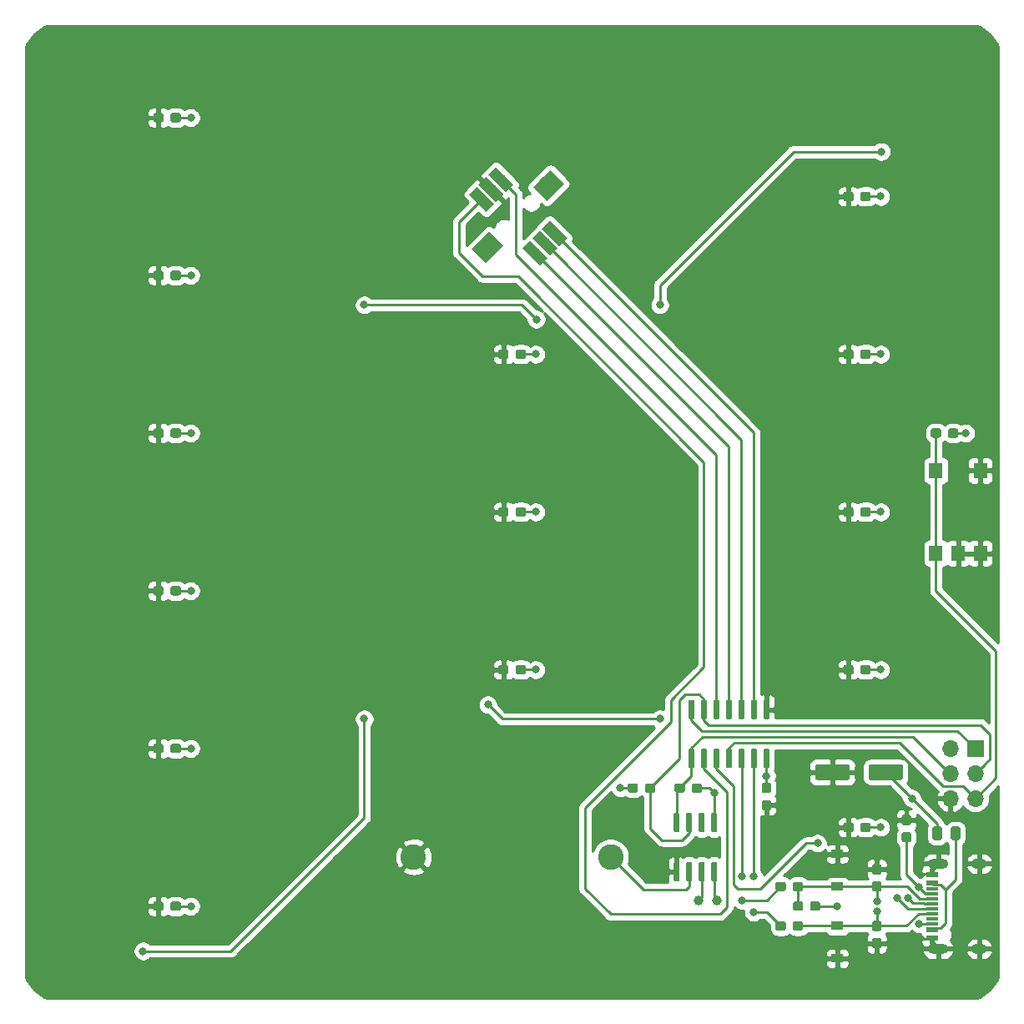
<source format=gbr>
G04 #@! TF.GenerationSoftware,KiCad,Pcbnew,5.1.3-ffb9f22~84~ubuntu18.10.1*
G04 #@! TF.CreationDate,2020-02-01T18:16:24-05:00*
G04 #@! TF.ProjectId,FIFO_Clock,4649464f-5f43-46c6-9f63-6b2e6b696361,rev?*
G04 #@! TF.SameCoordinates,PX2faf080PY2faf080*
G04 #@! TF.FileFunction,Copper,L2,Bot*
G04 #@! TF.FilePolarity,Positive*
%FSLAX46Y46*%
G04 Gerber Fmt 4.6, Leading zero omitted, Abs format (unit mm)*
G04 Created by KiCad (PCBNEW 5.1.3-ffb9f22~84~ubuntu18.10.1) date 2020-02-01 18:16:24*
%MOMM*%
%LPD*%
G04 APERTURE LIST*
%ADD10C,6.400000*%
%ADD11C,0.800000*%
%ADD12R,1.150000X0.600000*%
%ADD13O,1.600000X1.000000*%
%ADD14O,2.100000X1.000000*%
%ADD15R,1.150000X0.300000*%
%ADD16C,1.100000*%
%ADD17C,0.100000*%
%ADD18C,2.000000*%
%ADD19C,2.600000*%
%ADD20C,0.950000*%
%ADD21R,1.200000X0.900000*%
%ADD22C,0.975000*%
%ADD23R,1.700000X1.700000*%
%ADD24O,1.700000X1.700000*%
%ADD25R,1.400000X1.600000*%
%ADD26C,0.600000*%
%ADD27C,1.000000*%
%ADD28C,1.600000*%
%ADD29C,0.250000*%
%ADD30C,0.500000*%
G04 APERTURE END LIST*
D10*
X5000000Y-66000000D03*
D11*
X7400000Y-66000000D03*
X6697056Y-67697056D03*
X5000000Y-68400000D03*
X3302944Y-67697056D03*
X2600000Y-66000000D03*
X3302944Y-64302944D03*
X5000000Y-63600000D03*
X6697056Y-64302944D03*
X96697056Y-64302944D03*
X95000000Y-63600000D03*
X93302944Y-64302944D03*
X92600000Y-66000000D03*
X93302944Y-67697056D03*
X95000000Y-68400000D03*
X96697056Y-67697056D03*
X97400000Y-66000000D03*
D10*
X95000000Y-66000000D03*
D12*
X92645000Y-93200000D03*
X92645000Y-92400000D03*
X92645000Y-86800000D03*
D13*
X97400000Y-85680000D03*
X97400000Y-94320000D03*
D14*
X93220000Y-85680000D03*
X93220000Y-94320000D03*
D12*
X92645000Y-87600000D03*
D15*
X92645000Y-88250000D03*
X92645000Y-88750000D03*
X92645000Y-89250000D03*
X92645000Y-89750000D03*
X92645000Y-90250000D03*
X92645000Y-90750000D03*
X92645000Y-91250000D03*
X92645000Y-91750000D03*
D16*
X54312311Y-21732412D03*
D17*
G36*
X53039519Y-21237437D02*
G01*
X53817336Y-20459620D01*
X55585103Y-22227387D01*
X54807286Y-23005204D01*
X53039519Y-21237437D01*
X53039519Y-21237437D01*
G37*
D16*
X52332412Y-23712311D03*
D17*
G36*
X51059620Y-23217336D02*
G01*
X51837437Y-22439519D01*
X53605204Y-24207286D01*
X52827387Y-24985103D01*
X51059620Y-23217336D01*
X51059620Y-23217336D01*
G37*
D16*
X53322361Y-22722361D03*
D17*
G36*
X52049569Y-22227386D02*
G01*
X52827386Y-21449569D01*
X54595153Y-23217336D01*
X53817336Y-23995153D01*
X52049569Y-22227386D01*
X52049569Y-22227386D01*
G37*
D18*
X47488730Y-23111270D03*
D17*
G36*
X45897740Y-23288047D02*
G01*
X47665507Y-21520280D01*
X49079720Y-22934493D01*
X47311953Y-24702260D01*
X45897740Y-23288047D01*
X45897740Y-23288047D01*
G37*
D18*
X53711270Y-16888730D03*
D17*
G36*
X52120280Y-17065507D02*
G01*
X53888047Y-15297740D01*
X55302260Y-16711953D01*
X53534493Y-18479720D01*
X52120280Y-17065507D01*
X52120280Y-17065507D01*
G37*
D16*
X47877639Y-17277639D03*
D17*
G36*
X49150431Y-17772614D02*
G01*
X48372614Y-18550431D01*
X46604847Y-16782664D01*
X47382664Y-16004847D01*
X49150431Y-17772614D01*
X49150431Y-17772614D01*
G37*
D16*
X48867588Y-16287689D03*
D17*
G36*
X50140380Y-16782664D02*
G01*
X49362563Y-17560481D01*
X47594796Y-15792714D01*
X48372613Y-15014897D01*
X50140380Y-16782664D01*
X50140380Y-16782664D01*
G37*
D16*
X46887689Y-18267588D03*
D17*
G36*
X48160481Y-18762563D02*
G01*
X47382664Y-19540380D01*
X45614897Y-17772613D01*
X46392714Y-16994796D01*
X48160481Y-18762563D01*
X48160481Y-18762563D01*
G37*
D19*
X60000000Y-85000000D03*
X40000000Y-85000000D03*
D17*
G36*
X76060779Y-79226144D02*
G01*
X76083834Y-79229563D01*
X76106443Y-79235227D01*
X76128387Y-79243079D01*
X76149457Y-79253044D01*
X76169448Y-79265026D01*
X76188168Y-79278910D01*
X76205438Y-79294562D01*
X76221090Y-79311832D01*
X76234974Y-79330552D01*
X76246956Y-79350543D01*
X76256921Y-79371613D01*
X76264773Y-79393557D01*
X76270437Y-79416166D01*
X76273856Y-79439221D01*
X76275000Y-79462500D01*
X76275000Y-80037500D01*
X76273856Y-80060779D01*
X76270437Y-80083834D01*
X76264773Y-80106443D01*
X76256921Y-80128387D01*
X76246956Y-80149457D01*
X76234974Y-80169448D01*
X76221090Y-80188168D01*
X76205438Y-80205438D01*
X76188168Y-80221090D01*
X76169448Y-80234974D01*
X76149457Y-80246956D01*
X76128387Y-80256921D01*
X76106443Y-80264773D01*
X76083834Y-80270437D01*
X76060779Y-80273856D01*
X76037500Y-80275000D01*
X75562500Y-80275000D01*
X75539221Y-80273856D01*
X75516166Y-80270437D01*
X75493557Y-80264773D01*
X75471613Y-80256921D01*
X75450543Y-80246956D01*
X75430552Y-80234974D01*
X75411832Y-80221090D01*
X75394562Y-80205438D01*
X75378910Y-80188168D01*
X75365026Y-80169448D01*
X75353044Y-80149457D01*
X75343079Y-80128387D01*
X75335227Y-80106443D01*
X75329563Y-80083834D01*
X75326144Y-80060779D01*
X75325000Y-80037500D01*
X75325000Y-79462500D01*
X75326144Y-79439221D01*
X75329563Y-79416166D01*
X75335227Y-79393557D01*
X75343079Y-79371613D01*
X75353044Y-79350543D01*
X75365026Y-79330552D01*
X75378910Y-79311832D01*
X75394562Y-79294562D01*
X75411832Y-79278910D01*
X75430552Y-79265026D01*
X75450543Y-79253044D01*
X75471613Y-79243079D01*
X75493557Y-79235227D01*
X75516166Y-79229563D01*
X75539221Y-79226144D01*
X75562500Y-79225000D01*
X76037500Y-79225000D01*
X76060779Y-79226144D01*
X76060779Y-79226144D01*
G37*
D20*
X75800000Y-79750000D03*
D17*
G36*
X76060779Y-77476144D02*
G01*
X76083834Y-77479563D01*
X76106443Y-77485227D01*
X76128387Y-77493079D01*
X76149457Y-77503044D01*
X76169448Y-77515026D01*
X76188168Y-77528910D01*
X76205438Y-77544562D01*
X76221090Y-77561832D01*
X76234974Y-77580552D01*
X76246956Y-77600543D01*
X76256921Y-77621613D01*
X76264773Y-77643557D01*
X76270437Y-77666166D01*
X76273856Y-77689221D01*
X76275000Y-77712500D01*
X76275000Y-78287500D01*
X76273856Y-78310779D01*
X76270437Y-78333834D01*
X76264773Y-78356443D01*
X76256921Y-78378387D01*
X76246956Y-78399457D01*
X76234974Y-78419448D01*
X76221090Y-78438168D01*
X76205438Y-78455438D01*
X76188168Y-78471090D01*
X76169448Y-78484974D01*
X76149457Y-78496956D01*
X76128387Y-78506921D01*
X76106443Y-78514773D01*
X76083834Y-78520437D01*
X76060779Y-78523856D01*
X76037500Y-78525000D01*
X75562500Y-78525000D01*
X75539221Y-78523856D01*
X75516166Y-78520437D01*
X75493557Y-78514773D01*
X75471613Y-78506921D01*
X75450543Y-78496956D01*
X75430552Y-78484974D01*
X75411832Y-78471090D01*
X75394562Y-78455438D01*
X75378910Y-78438168D01*
X75365026Y-78419448D01*
X75353044Y-78399457D01*
X75343079Y-78378387D01*
X75335227Y-78356443D01*
X75329563Y-78333834D01*
X75326144Y-78310779D01*
X75325000Y-78287500D01*
X75325000Y-77712500D01*
X75326144Y-77689221D01*
X75329563Y-77666166D01*
X75335227Y-77643557D01*
X75343079Y-77621613D01*
X75353044Y-77600543D01*
X75365026Y-77580552D01*
X75378910Y-77561832D01*
X75394562Y-77544562D01*
X75411832Y-77528910D01*
X75430552Y-77515026D01*
X75450543Y-77503044D01*
X75471613Y-77493079D01*
X75493557Y-77485227D01*
X75516166Y-77479563D01*
X75539221Y-77476144D01*
X75562500Y-77475000D01*
X76037500Y-77475000D01*
X76060779Y-77476144D01*
X76060779Y-77476144D01*
G37*
D20*
X75800000Y-78000000D03*
D17*
G36*
X14435779Y-9526144D02*
G01*
X14458834Y-9529563D01*
X14481443Y-9535227D01*
X14503387Y-9543079D01*
X14524457Y-9553044D01*
X14544448Y-9565026D01*
X14563168Y-9578910D01*
X14580438Y-9594562D01*
X14596090Y-9611832D01*
X14609974Y-9630552D01*
X14621956Y-9650543D01*
X14631921Y-9671613D01*
X14639773Y-9693557D01*
X14645437Y-9716166D01*
X14648856Y-9739221D01*
X14650000Y-9762500D01*
X14650000Y-10237500D01*
X14648856Y-10260779D01*
X14645437Y-10283834D01*
X14639773Y-10306443D01*
X14631921Y-10328387D01*
X14621956Y-10349457D01*
X14609974Y-10369448D01*
X14596090Y-10388168D01*
X14580438Y-10405438D01*
X14563168Y-10421090D01*
X14544448Y-10434974D01*
X14524457Y-10446956D01*
X14503387Y-10456921D01*
X14481443Y-10464773D01*
X14458834Y-10470437D01*
X14435779Y-10473856D01*
X14412500Y-10475000D01*
X13837500Y-10475000D01*
X13814221Y-10473856D01*
X13791166Y-10470437D01*
X13768557Y-10464773D01*
X13746613Y-10456921D01*
X13725543Y-10446956D01*
X13705552Y-10434974D01*
X13686832Y-10421090D01*
X13669562Y-10405438D01*
X13653910Y-10388168D01*
X13640026Y-10369448D01*
X13628044Y-10349457D01*
X13618079Y-10328387D01*
X13610227Y-10306443D01*
X13604563Y-10283834D01*
X13601144Y-10260779D01*
X13600000Y-10237500D01*
X13600000Y-9762500D01*
X13601144Y-9739221D01*
X13604563Y-9716166D01*
X13610227Y-9693557D01*
X13618079Y-9671613D01*
X13628044Y-9650543D01*
X13640026Y-9630552D01*
X13653910Y-9611832D01*
X13669562Y-9594562D01*
X13686832Y-9578910D01*
X13705552Y-9565026D01*
X13725543Y-9553044D01*
X13746613Y-9543079D01*
X13768557Y-9535227D01*
X13791166Y-9529563D01*
X13814221Y-9526144D01*
X13837500Y-9525000D01*
X14412500Y-9525000D01*
X14435779Y-9526144D01*
X14435779Y-9526144D01*
G37*
D20*
X14125000Y-10000000D03*
D17*
G36*
X16185779Y-9526144D02*
G01*
X16208834Y-9529563D01*
X16231443Y-9535227D01*
X16253387Y-9543079D01*
X16274457Y-9553044D01*
X16294448Y-9565026D01*
X16313168Y-9578910D01*
X16330438Y-9594562D01*
X16346090Y-9611832D01*
X16359974Y-9630552D01*
X16371956Y-9650543D01*
X16381921Y-9671613D01*
X16389773Y-9693557D01*
X16395437Y-9716166D01*
X16398856Y-9739221D01*
X16400000Y-9762500D01*
X16400000Y-10237500D01*
X16398856Y-10260779D01*
X16395437Y-10283834D01*
X16389773Y-10306443D01*
X16381921Y-10328387D01*
X16371956Y-10349457D01*
X16359974Y-10369448D01*
X16346090Y-10388168D01*
X16330438Y-10405438D01*
X16313168Y-10421090D01*
X16294448Y-10434974D01*
X16274457Y-10446956D01*
X16253387Y-10456921D01*
X16231443Y-10464773D01*
X16208834Y-10470437D01*
X16185779Y-10473856D01*
X16162500Y-10475000D01*
X15587500Y-10475000D01*
X15564221Y-10473856D01*
X15541166Y-10470437D01*
X15518557Y-10464773D01*
X15496613Y-10456921D01*
X15475543Y-10446956D01*
X15455552Y-10434974D01*
X15436832Y-10421090D01*
X15419562Y-10405438D01*
X15403910Y-10388168D01*
X15390026Y-10369448D01*
X15378044Y-10349457D01*
X15368079Y-10328387D01*
X15360227Y-10306443D01*
X15354563Y-10283834D01*
X15351144Y-10260779D01*
X15350000Y-10237500D01*
X15350000Y-9762500D01*
X15351144Y-9739221D01*
X15354563Y-9716166D01*
X15360227Y-9693557D01*
X15368079Y-9671613D01*
X15378044Y-9650543D01*
X15390026Y-9630552D01*
X15403910Y-9611832D01*
X15419562Y-9594562D01*
X15436832Y-9578910D01*
X15455552Y-9565026D01*
X15475543Y-9553044D01*
X15496613Y-9543079D01*
X15518557Y-9535227D01*
X15541166Y-9529563D01*
X15564221Y-9526144D01*
X15587500Y-9525000D01*
X16162500Y-9525000D01*
X16185779Y-9526144D01*
X16185779Y-9526144D01*
G37*
D20*
X15875000Y-10000000D03*
D17*
G36*
X16185779Y-25526144D02*
G01*
X16208834Y-25529563D01*
X16231443Y-25535227D01*
X16253387Y-25543079D01*
X16274457Y-25553044D01*
X16294448Y-25565026D01*
X16313168Y-25578910D01*
X16330438Y-25594562D01*
X16346090Y-25611832D01*
X16359974Y-25630552D01*
X16371956Y-25650543D01*
X16381921Y-25671613D01*
X16389773Y-25693557D01*
X16395437Y-25716166D01*
X16398856Y-25739221D01*
X16400000Y-25762500D01*
X16400000Y-26237500D01*
X16398856Y-26260779D01*
X16395437Y-26283834D01*
X16389773Y-26306443D01*
X16381921Y-26328387D01*
X16371956Y-26349457D01*
X16359974Y-26369448D01*
X16346090Y-26388168D01*
X16330438Y-26405438D01*
X16313168Y-26421090D01*
X16294448Y-26434974D01*
X16274457Y-26446956D01*
X16253387Y-26456921D01*
X16231443Y-26464773D01*
X16208834Y-26470437D01*
X16185779Y-26473856D01*
X16162500Y-26475000D01*
X15587500Y-26475000D01*
X15564221Y-26473856D01*
X15541166Y-26470437D01*
X15518557Y-26464773D01*
X15496613Y-26456921D01*
X15475543Y-26446956D01*
X15455552Y-26434974D01*
X15436832Y-26421090D01*
X15419562Y-26405438D01*
X15403910Y-26388168D01*
X15390026Y-26369448D01*
X15378044Y-26349457D01*
X15368079Y-26328387D01*
X15360227Y-26306443D01*
X15354563Y-26283834D01*
X15351144Y-26260779D01*
X15350000Y-26237500D01*
X15350000Y-25762500D01*
X15351144Y-25739221D01*
X15354563Y-25716166D01*
X15360227Y-25693557D01*
X15368079Y-25671613D01*
X15378044Y-25650543D01*
X15390026Y-25630552D01*
X15403910Y-25611832D01*
X15419562Y-25594562D01*
X15436832Y-25578910D01*
X15455552Y-25565026D01*
X15475543Y-25553044D01*
X15496613Y-25543079D01*
X15518557Y-25535227D01*
X15541166Y-25529563D01*
X15564221Y-25526144D01*
X15587500Y-25525000D01*
X16162500Y-25525000D01*
X16185779Y-25526144D01*
X16185779Y-25526144D01*
G37*
D20*
X15875000Y-26000000D03*
D17*
G36*
X14435779Y-25526144D02*
G01*
X14458834Y-25529563D01*
X14481443Y-25535227D01*
X14503387Y-25543079D01*
X14524457Y-25553044D01*
X14544448Y-25565026D01*
X14563168Y-25578910D01*
X14580438Y-25594562D01*
X14596090Y-25611832D01*
X14609974Y-25630552D01*
X14621956Y-25650543D01*
X14631921Y-25671613D01*
X14639773Y-25693557D01*
X14645437Y-25716166D01*
X14648856Y-25739221D01*
X14650000Y-25762500D01*
X14650000Y-26237500D01*
X14648856Y-26260779D01*
X14645437Y-26283834D01*
X14639773Y-26306443D01*
X14631921Y-26328387D01*
X14621956Y-26349457D01*
X14609974Y-26369448D01*
X14596090Y-26388168D01*
X14580438Y-26405438D01*
X14563168Y-26421090D01*
X14544448Y-26434974D01*
X14524457Y-26446956D01*
X14503387Y-26456921D01*
X14481443Y-26464773D01*
X14458834Y-26470437D01*
X14435779Y-26473856D01*
X14412500Y-26475000D01*
X13837500Y-26475000D01*
X13814221Y-26473856D01*
X13791166Y-26470437D01*
X13768557Y-26464773D01*
X13746613Y-26456921D01*
X13725543Y-26446956D01*
X13705552Y-26434974D01*
X13686832Y-26421090D01*
X13669562Y-26405438D01*
X13653910Y-26388168D01*
X13640026Y-26369448D01*
X13628044Y-26349457D01*
X13618079Y-26328387D01*
X13610227Y-26306443D01*
X13604563Y-26283834D01*
X13601144Y-26260779D01*
X13600000Y-26237500D01*
X13600000Y-25762500D01*
X13601144Y-25739221D01*
X13604563Y-25716166D01*
X13610227Y-25693557D01*
X13618079Y-25671613D01*
X13628044Y-25650543D01*
X13640026Y-25630552D01*
X13653910Y-25611832D01*
X13669562Y-25594562D01*
X13686832Y-25578910D01*
X13705552Y-25565026D01*
X13725543Y-25553044D01*
X13746613Y-25543079D01*
X13768557Y-25535227D01*
X13791166Y-25529563D01*
X13814221Y-25526144D01*
X13837500Y-25525000D01*
X14412500Y-25525000D01*
X14435779Y-25526144D01*
X14435779Y-25526144D01*
G37*
D20*
X14125000Y-26000000D03*
D17*
G36*
X14435779Y-41526144D02*
G01*
X14458834Y-41529563D01*
X14481443Y-41535227D01*
X14503387Y-41543079D01*
X14524457Y-41553044D01*
X14544448Y-41565026D01*
X14563168Y-41578910D01*
X14580438Y-41594562D01*
X14596090Y-41611832D01*
X14609974Y-41630552D01*
X14621956Y-41650543D01*
X14631921Y-41671613D01*
X14639773Y-41693557D01*
X14645437Y-41716166D01*
X14648856Y-41739221D01*
X14650000Y-41762500D01*
X14650000Y-42237500D01*
X14648856Y-42260779D01*
X14645437Y-42283834D01*
X14639773Y-42306443D01*
X14631921Y-42328387D01*
X14621956Y-42349457D01*
X14609974Y-42369448D01*
X14596090Y-42388168D01*
X14580438Y-42405438D01*
X14563168Y-42421090D01*
X14544448Y-42434974D01*
X14524457Y-42446956D01*
X14503387Y-42456921D01*
X14481443Y-42464773D01*
X14458834Y-42470437D01*
X14435779Y-42473856D01*
X14412500Y-42475000D01*
X13837500Y-42475000D01*
X13814221Y-42473856D01*
X13791166Y-42470437D01*
X13768557Y-42464773D01*
X13746613Y-42456921D01*
X13725543Y-42446956D01*
X13705552Y-42434974D01*
X13686832Y-42421090D01*
X13669562Y-42405438D01*
X13653910Y-42388168D01*
X13640026Y-42369448D01*
X13628044Y-42349457D01*
X13618079Y-42328387D01*
X13610227Y-42306443D01*
X13604563Y-42283834D01*
X13601144Y-42260779D01*
X13600000Y-42237500D01*
X13600000Y-41762500D01*
X13601144Y-41739221D01*
X13604563Y-41716166D01*
X13610227Y-41693557D01*
X13618079Y-41671613D01*
X13628044Y-41650543D01*
X13640026Y-41630552D01*
X13653910Y-41611832D01*
X13669562Y-41594562D01*
X13686832Y-41578910D01*
X13705552Y-41565026D01*
X13725543Y-41553044D01*
X13746613Y-41543079D01*
X13768557Y-41535227D01*
X13791166Y-41529563D01*
X13814221Y-41526144D01*
X13837500Y-41525000D01*
X14412500Y-41525000D01*
X14435779Y-41526144D01*
X14435779Y-41526144D01*
G37*
D20*
X14125000Y-42000000D03*
D17*
G36*
X16185779Y-41526144D02*
G01*
X16208834Y-41529563D01*
X16231443Y-41535227D01*
X16253387Y-41543079D01*
X16274457Y-41553044D01*
X16294448Y-41565026D01*
X16313168Y-41578910D01*
X16330438Y-41594562D01*
X16346090Y-41611832D01*
X16359974Y-41630552D01*
X16371956Y-41650543D01*
X16381921Y-41671613D01*
X16389773Y-41693557D01*
X16395437Y-41716166D01*
X16398856Y-41739221D01*
X16400000Y-41762500D01*
X16400000Y-42237500D01*
X16398856Y-42260779D01*
X16395437Y-42283834D01*
X16389773Y-42306443D01*
X16381921Y-42328387D01*
X16371956Y-42349457D01*
X16359974Y-42369448D01*
X16346090Y-42388168D01*
X16330438Y-42405438D01*
X16313168Y-42421090D01*
X16294448Y-42434974D01*
X16274457Y-42446956D01*
X16253387Y-42456921D01*
X16231443Y-42464773D01*
X16208834Y-42470437D01*
X16185779Y-42473856D01*
X16162500Y-42475000D01*
X15587500Y-42475000D01*
X15564221Y-42473856D01*
X15541166Y-42470437D01*
X15518557Y-42464773D01*
X15496613Y-42456921D01*
X15475543Y-42446956D01*
X15455552Y-42434974D01*
X15436832Y-42421090D01*
X15419562Y-42405438D01*
X15403910Y-42388168D01*
X15390026Y-42369448D01*
X15378044Y-42349457D01*
X15368079Y-42328387D01*
X15360227Y-42306443D01*
X15354563Y-42283834D01*
X15351144Y-42260779D01*
X15350000Y-42237500D01*
X15350000Y-41762500D01*
X15351144Y-41739221D01*
X15354563Y-41716166D01*
X15360227Y-41693557D01*
X15368079Y-41671613D01*
X15378044Y-41650543D01*
X15390026Y-41630552D01*
X15403910Y-41611832D01*
X15419562Y-41594562D01*
X15436832Y-41578910D01*
X15455552Y-41565026D01*
X15475543Y-41553044D01*
X15496613Y-41543079D01*
X15518557Y-41535227D01*
X15541166Y-41529563D01*
X15564221Y-41526144D01*
X15587500Y-41525000D01*
X16162500Y-41525000D01*
X16185779Y-41526144D01*
X16185779Y-41526144D01*
G37*
D20*
X15875000Y-42000000D03*
D17*
G36*
X16185779Y-57526144D02*
G01*
X16208834Y-57529563D01*
X16231443Y-57535227D01*
X16253387Y-57543079D01*
X16274457Y-57553044D01*
X16294448Y-57565026D01*
X16313168Y-57578910D01*
X16330438Y-57594562D01*
X16346090Y-57611832D01*
X16359974Y-57630552D01*
X16371956Y-57650543D01*
X16381921Y-57671613D01*
X16389773Y-57693557D01*
X16395437Y-57716166D01*
X16398856Y-57739221D01*
X16400000Y-57762500D01*
X16400000Y-58237500D01*
X16398856Y-58260779D01*
X16395437Y-58283834D01*
X16389773Y-58306443D01*
X16381921Y-58328387D01*
X16371956Y-58349457D01*
X16359974Y-58369448D01*
X16346090Y-58388168D01*
X16330438Y-58405438D01*
X16313168Y-58421090D01*
X16294448Y-58434974D01*
X16274457Y-58446956D01*
X16253387Y-58456921D01*
X16231443Y-58464773D01*
X16208834Y-58470437D01*
X16185779Y-58473856D01*
X16162500Y-58475000D01*
X15587500Y-58475000D01*
X15564221Y-58473856D01*
X15541166Y-58470437D01*
X15518557Y-58464773D01*
X15496613Y-58456921D01*
X15475543Y-58446956D01*
X15455552Y-58434974D01*
X15436832Y-58421090D01*
X15419562Y-58405438D01*
X15403910Y-58388168D01*
X15390026Y-58369448D01*
X15378044Y-58349457D01*
X15368079Y-58328387D01*
X15360227Y-58306443D01*
X15354563Y-58283834D01*
X15351144Y-58260779D01*
X15350000Y-58237500D01*
X15350000Y-57762500D01*
X15351144Y-57739221D01*
X15354563Y-57716166D01*
X15360227Y-57693557D01*
X15368079Y-57671613D01*
X15378044Y-57650543D01*
X15390026Y-57630552D01*
X15403910Y-57611832D01*
X15419562Y-57594562D01*
X15436832Y-57578910D01*
X15455552Y-57565026D01*
X15475543Y-57553044D01*
X15496613Y-57543079D01*
X15518557Y-57535227D01*
X15541166Y-57529563D01*
X15564221Y-57526144D01*
X15587500Y-57525000D01*
X16162500Y-57525000D01*
X16185779Y-57526144D01*
X16185779Y-57526144D01*
G37*
D20*
X15875000Y-58000000D03*
D17*
G36*
X14435779Y-57526144D02*
G01*
X14458834Y-57529563D01*
X14481443Y-57535227D01*
X14503387Y-57543079D01*
X14524457Y-57553044D01*
X14544448Y-57565026D01*
X14563168Y-57578910D01*
X14580438Y-57594562D01*
X14596090Y-57611832D01*
X14609974Y-57630552D01*
X14621956Y-57650543D01*
X14631921Y-57671613D01*
X14639773Y-57693557D01*
X14645437Y-57716166D01*
X14648856Y-57739221D01*
X14650000Y-57762500D01*
X14650000Y-58237500D01*
X14648856Y-58260779D01*
X14645437Y-58283834D01*
X14639773Y-58306443D01*
X14631921Y-58328387D01*
X14621956Y-58349457D01*
X14609974Y-58369448D01*
X14596090Y-58388168D01*
X14580438Y-58405438D01*
X14563168Y-58421090D01*
X14544448Y-58434974D01*
X14524457Y-58446956D01*
X14503387Y-58456921D01*
X14481443Y-58464773D01*
X14458834Y-58470437D01*
X14435779Y-58473856D01*
X14412500Y-58475000D01*
X13837500Y-58475000D01*
X13814221Y-58473856D01*
X13791166Y-58470437D01*
X13768557Y-58464773D01*
X13746613Y-58456921D01*
X13725543Y-58446956D01*
X13705552Y-58434974D01*
X13686832Y-58421090D01*
X13669562Y-58405438D01*
X13653910Y-58388168D01*
X13640026Y-58369448D01*
X13628044Y-58349457D01*
X13618079Y-58328387D01*
X13610227Y-58306443D01*
X13604563Y-58283834D01*
X13601144Y-58260779D01*
X13600000Y-58237500D01*
X13600000Y-57762500D01*
X13601144Y-57739221D01*
X13604563Y-57716166D01*
X13610227Y-57693557D01*
X13618079Y-57671613D01*
X13628044Y-57650543D01*
X13640026Y-57630552D01*
X13653910Y-57611832D01*
X13669562Y-57594562D01*
X13686832Y-57578910D01*
X13705552Y-57565026D01*
X13725543Y-57553044D01*
X13746613Y-57543079D01*
X13768557Y-57535227D01*
X13791166Y-57529563D01*
X13814221Y-57526144D01*
X13837500Y-57525000D01*
X14412500Y-57525000D01*
X14435779Y-57526144D01*
X14435779Y-57526144D01*
G37*
D20*
X14125000Y-58000000D03*
D17*
G36*
X14435779Y-73526144D02*
G01*
X14458834Y-73529563D01*
X14481443Y-73535227D01*
X14503387Y-73543079D01*
X14524457Y-73553044D01*
X14544448Y-73565026D01*
X14563168Y-73578910D01*
X14580438Y-73594562D01*
X14596090Y-73611832D01*
X14609974Y-73630552D01*
X14621956Y-73650543D01*
X14631921Y-73671613D01*
X14639773Y-73693557D01*
X14645437Y-73716166D01*
X14648856Y-73739221D01*
X14650000Y-73762500D01*
X14650000Y-74237500D01*
X14648856Y-74260779D01*
X14645437Y-74283834D01*
X14639773Y-74306443D01*
X14631921Y-74328387D01*
X14621956Y-74349457D01*
X14609974Y-74369448D01*
X14596090Y-74388168D01*
X14580438Y-74405438D01*
X14563168Y-74421090D01*
X14544448Y-74434974D01*
X14524457Y-74446956D01*
X14503387Y-74456921D01*
X14481443Y-74464773D01*
X14458834Y-74470437D01*
X14435779Y-74473856D01*
X14412500Y-74475000D01*
X13837500Y-74475000D01*
X13814221Y-74473856D01*
X13791166Y-74470437D01*
X13768557Y-74464773D01*
X13746613Y-74456921D01*
X13725543Y-74446956D01*
X13705552Y-74434974D01*
X13686832Y-74421090D01*
X13669562Y-74405438D01*
X13653910Y-74388168D01*
X13640026Y-74369448D01*
X13628044Y-74349457D01*
X13618079Y-74328387D01*
X13610227Y-74306443D01*
X13604563Y-74283834D01*
X13601144Y-74260779D01*
X13600000Y-74237500D01*
X13600000Y-73762500D01*
X13601144Y-73739221D01*
X13604563Y-73716166D01*
X13610227Y-73693557D01*
X13618079Y-73671613D01*
X13628044Y-73650543D01*
X13640026Y-73630552D01*
X13653910Y-73611832D01*
X13669562Y-73594562D01*
X13686832Y-73578910D01*
X13705552Y-73565026D01*
X13725543Y-73553044D01*
X13746613Y-73543079D01*
X13768557Y-73535227D01*
X13791166Y-73529563D01*
X13814221Y-73526144D01*
X13837500Y-73525000D01*
X14412500Y-73525000D01*
X14435779Y-73526144D01*
X14435779Y-73526144D01*
G37*
D20*
X14125000Y-74000000D03*
D17*
G36*
X16185779Y-73526144D02*
G01*
X16208834Y-73529563D01*
X16231443Y-73535227D01*
X16253387Y-73543079D01*
X16274457Y-73553044D01*
X16294448Y-73565026D01*
X16313168Y-73578910D01*
X16330438Y-73594562D01*
X16346090Y-73611832D01*
X16359974Y-73630552D01*
X16371956Y-73650543D01*
X16381921Y-73671613D01*
X16389773Y-73693557D01*
X16395437Y-73716166D01*
X16398856Y-73739221D01*
X16400000Y-73762500D01*
X16400000Y-74237500D01*
X16398856Y-74260779D01*
X16395437Y-74283834D01*
X16389773Y-74306443D01*
X16381921Y-74328387D01*
X16371956Y-74349457D01*
X16359974Y-74369448D01*
X16346090Y-74388168D01*
X16330438Y-74405438D01*
X16313168Y-74421090D01*
X16294448Y-74434974D01*
X16274457Y-74446956D01*
X16253387Y-74456921D01*
X16231443Y-74464773D01*
X16208834Y-74470437D01*
X16185779Y-74473856D01*
X16162500Y-74475000D01*
X15587500Y-74475000D01*
X15564221Y-74473856D01*
X15541166Y-74470437D01*
X15518557Y-74464773D01*
X15496613Y-74456921D01*
X15475543Y-74446956D01*
X15455552Y-74434974D01*
X15436832Y-74421090D01*
X15419562Y-74405438D01*
X15403910Y-74388168D01*
X15390026Y-74369448D01*
X15378044Y-74349457D01*
X15368079Y-74328387D01*
X15360227Y-74306443D01*
X15354563Y-74283834D01*
X15351144Y-74260779D01*
X15350000Y-74237500D01*
X15350000Y-73762500D01*
X15351144Y-73739221D01*
X15354563Y-73716166D01*
X15360227Y-73693557D01*
X15368079Y-73671613D01*
X15378044Y-73650543D01*
X15390026Y-73630552D01*
X15403910Y-73611832D01*
X15419562Y-73594562D01*
X15436832Y-73578910D01*
X15455552Y-73565026D01*
X15475543Y-73553044D01*
X15496613Y-73543079D01*
X15518557Y-73535227D01*
X15541166Y-73529563D01*
X15564221Y-73526144D01*
X15587500Y-73525000D01*
X16162500Y-73525000D01*
X16185779Y-73526144D01*
X16185779Y-73526144D01*
G37*
D20*
X15875000Y-74000000D03*
D17*
G36*
X16185779Y-89526144D02*
G01*
X16208834Y-89529563D01*
X16231443Y-89535227D01*
X16253387Y-89543079D01*
X16274457Y-89553044D01*
X16294448Y-89565026D01*
X16313168Y-89578910D01*
X16330438Y-89594562D01*
X16346090Y-89611832D01*
X16359974Y-89630552D01*
X16371956Y-89650543D01*
X16381921Y-89671613D01*
X16389773Y-89693557D01*
X16395437Y-89716166D01*
X16398856Y-89739221D01*
X16400000Y-89762500D01*
X16400000Y-90237500D01*
X16398856Y-90260779D01*
X16395437Y-90283834D01*
X16389773Y-90306443D01*
X16381921Y-90328387D01*
X16371956Y-90349457D01*
X16359974Y-90369448D01*
X16346090Y-90388168D01*
X16330438Y-90405438D01*
X16313168Y-90421090D01*
X16294448Y-90434974D01*
X16274457Y-90446956D01*
X16253387Y-90456921D01*
X16231443Y-90464773D01*
X16208834Y-90470437D01*
X16185779Y-90473856D01*
X16162500Y-90475000D01*
X15587500Y-90475000D01*
X15564221Y-90473856D01*
X15541166Y-90470437D01*
X15518557Y-90464773D01*
X15496613Y-90456921D01*
X15475543Y-90446956D01*
X15455552Y-90434974D01*
X15436832Y-90421090D01*
X15419562Y-90405438D01*
X15403910Y-90388168D01*
X15390026Y-90369448D01*
X15378044Y-90349457D01*
X15368079Y-90328387D01*
X15360227Y-90306443D01*
X15354563Y-90283834D01*
X15351144Y-90260779D01*
X15350000Y-90237500D01*
X15350000Y-89762500D01*
X15351144Y-89739221D01*
X15354563Y-89716166D01*
X15360227Y-89693557D01*
X15368079Y-89671613D01*
X15378044Y-89650543D01*
X15390026Y-89630552D01*
X15403910Y-89611832D01*
X15419562Y-89594562D01*
X15436832Y-89578910D01*
X15455552Y-89565026D01*
X15475543Y-89553044D01*
X15496613Y-89543079D01*
X15518557Y-89535227D01*
X15541166Y-89529563D01*
X15564221Y-89526144D01*
X15587500Y-89525000D01*
X16162500Y-89525000D01*
X16185779Y-89526144D01*
X16185779Y-89526144D01*
G37*
D20*
X15875000Y-90000000D03*
D17*
G36*
X14435779Y-89526144D02*
G01*
X14458834Y-89529563D01*
X14481443Y-89535227D01*
X14503387Y-89543079D01*
X14524457Y-89553044D01*
X14544448Y-89565026D01*
X14563168Y-89578910D01*
X14580438Y-89594562D01*
X14596090Y-89611832D01*
X14609974Y-89630552D01*
X14621956Y-89650543D01*
X14631921Y-89671613D01*
X14639773Y-89693557D01*
X14645437Y-89716166D01*
X14648856Y-89739221D01*
X14650000Y-89762500D01*
X14650000Y-90237500D01*
X14648856Y-90260779D01*
X14645437Y-90283834D01*
X14639773Y-90306443D01*
X14631921Y-90328387D01*
X14621956Y-90349457D01*
X14609974Y-90369448D01*
X14596090Y-90388168D01*
X14580438Y-90405438D01*
X14563168Y-90421090D01*
X14544448Y-90434974D01*
X14524457Y-90446956D01*
X14503387Y-90456921D01*
X14481443Y-90464773D01*
X14458834Y-90470437D01*
X14435779Y-90473856D01*
X14412500Y-90475000D01*
X13837500Y-90475000D01*
X13814221Y-90473856D01*
X13791166Y-90470437D01*
X13768557Y-90464773D01*
X13746613Y-90456921D01*
X13725543Y-90446956D01*
X13705552Y-90434974D01*
X13686832Y-90421090D01*
X13669562Y-90405438D01*
X13653910Y-90388168D01*
X13640026Y-90369448D01*
X13628044Y-90349457D01*
X13618079Y-90328387D01*
X13610227Y-90306443D01*
X13604563Y-90283834D01*
X13601144Y-90260779D01*
X13600000Y-90237500D01*
X13600000Y-89762500D01*
X13601144Y-89739221D01*
X13604563Y-89716166D01*
X13610227Y-89693557D01*
X13618079Y-89671613D01*
X13628044Y-89650543D01*
X13640026Y-89630552D01*
X13653910Y-89611832D01*
X13669562Y-89594562D01*
X13686832Y-89578910D01*
X13705552Y-89565026D01*
X13725543Y-89553044D01*
X13746613Y-89543079D01*
X13768557Y-89535227D01*
X13791166Y-89529563D01*
X13814221Y-89526144D01*
X13837500Y-89525000D01*
X14412500Y-89525000D01*
X14435779Y-89526144D01*
X14435779Y-89526144D01*
G37*
D20*
X14125000Y-90000000D03*
D17*
G36*
X51185779Y-33526144D02*
G01*
X51208834Y-33529563D01*
X51231443Y-33535227D01*
X51253387Y-33543079D01*
X51274457Y-33553044D01*
X51294448Y-33565026D01*
X51313168Y-33578910D01*
X51330438Y-33594562D01*
X51346090Y-33611832D01*
X51359974Y-33630552D01*
X51371956Y-33650543D01*
X51381921Y-33671613D01*
X51389773Y-33693557D01*
X51395437Y-33716166D01*
X51398856Y-33739221D01*
X51400000Y-33762500D01*
X51400000Y-34237500D01*
X51398856Y-34260779D01*
X51395437Y-34283834D01*
X51389773Y-34306443D01*
X51381921Y-34328387D01*
X51371956Y-34349457D01*
X51359974Y-34369448D01*
X51346090Y-34388168D01*
X51330438Y-34405438D01*
X51313168Y-34421090D01*
X51294448Y-34434974D01*
X51274457Y-34446956D01*
X51253387Y-34456921D01*
X51231443Y-34464773D01*
X51208834Y-34470437D01*
X51185779Y-34473856D01*
X51162500Y-34475000D01*
X50587500Y-34475000D01*
X50564221Y-34473856D01*
X50541166Y-34470437D01*
X50518557Y-34464773D01*
X50496613Y-34456921D01*
X50475543Y-34446956D01*
X50455552Y-34434974D01*
X50436832Y-34421090D01*
X50419562Y-34405438D01*
X50403910Y-34388168D01*
X50390026Y-34369448D01*
X50378044Y-34349457D01*
X50368079Y-34328387D01*
X50360227Y-34306443D01*
X50354563Y-34283834D01*
X50351144Y-34260779D01*
X50350000Y-34237500D01*
X50350000Y-33762500D01*
X50351144Y-33739221D01*
X50354563Y-33716166D01*
X50360227Y-33693557D01*
X50368079Y-33671613D01*
X50378044Y-33650543D01*
X50390026Y-33630552D01*
X50403910Y-33611832D01*
X50419562Y-33594562D01*
X50436832Y-33578910D01*
X50455552Y-33565026D01*
X50475543Y-33553044D01*
X50496613Y-33543079D01*
X50518557Y-33535227D01*
X50541166Y-33529563D01*
X50564221Y-33526144D01*
X50587500Y-33525000D01*
X51162500Y-33525000D01*
X51185779Y-33526144D01*
X51185779Y-33526144D01*
G37*
D20*
X50875000Y-34000000D03*
D17*
G36*
X49435779Y-33526144D02*
G01*
X49458834Y-33529563D01*
X49481443Y-33535227D01*
X49503387Y-33543079D01*
X49524457Y-33553044D01*
X49544448Y-33565026D01*
X49563168Y-33578910D01*
X49580438Y-33594562D01*
X49596090Y-33611832D01*
X49609974Y-33630552D01*
X49621956Y-33650543D01*
X49631921Y-33671613D01*
X49639773Y-33693557D01*
X49645437Y-33716166D01*
X49648856Y-33739221D01*
X49650000Y-33762500D01*
X49650000Y-34237500D01*
X49648856Y-34260779D01*
X49645437Y-34283834D01*
X49639773Y-34306443D01*
X49631921Y-34328387D01*
X49621956Y-34349457D01*
X49609974Y-34369448D01*
X49596090Y-34388168D01*
X49580438Y-34405438D01*
X49563168Y-34421090D01*
X49544448Y-34434974D01*
X49524457Y-34446956D01*
X49503387Y-34456921D01*
X49481443Y-34464773D01*
X49458834Y-34470437D01*
X49435779Y-34473856D01*
X49412500Y-34475000D01*
X48837500Y-34475000D01*
X48814221Y-34473856D01*
X48791166Y-34470437D01*
X48768557Y-34464773D01*
X48746613Y-34456921D01*
X48725543Y-34446956D01*
X48705552Y-34434974D01*
X48686832Y-34421090D01*
X48669562Y-34405438D01*
X48653910Y-34388168D01*
X48640026Y-34369448D01*
X48628044Y-34349457D01*
X48618079Y-34328387D01*
X48610227Y-34306443D01*
X48604563Y-34283834D01*
X48601144Y-34260779D01*
X48600000Y-34237500D01*
X48600000Y-33762500D01*
X48601144Y-33739221D01*
X48604563Y-33716166D01*
X48610227Y-33693557D01*
X48618079Y-33671613D01*
X48628044Y-33650543D01*
X48640026Y-33630552D01*
X48653910Y-33611832D01*
X48669562Y-33594562D01*
X48686832Y-33578910D01*
X48705552Y-33565026D01*
X48725543Y-33553044D01*
X48746613Y-33543079D01*
X48768557Y-33535227D01*
X48791166Y-33529563D01*
X48814221Y-33526144D01*
X48837500Y-33525000D01*
X49412500Y-33525000D01*
X49435779Y-33526144D01*
X49435779Y-33526144D01*
G37*
D20*
X49125000Y-34000000D03*
D17*
G36*
X49435779Y-49526144D02*
G01*
X49458834Y-49529563D01*
X49481443Y-49535227D01*
X49503387Y-49543079D01*
X49524457Y-49553044D01*
X49544448Y-49565026D01*
X49563168Y-49578910D01*
X49580438Y-49594562D01*
X49596090Y-49611832D01*
X49609974Y-49630552D01*
X49621956Y-49650543D01*
X49631921Y-49671613D01*
X49639773Y-49693557D01*
X49645437Y-49716166D01*
X49648856Y-49739221D01*
X49650000Y-49762500D01*
X49650000Y-50237500D01*
X49648856Y-50260779D01*
X49645437Y-50283834D01*
X49639773Y-50306443D01*
X49631921Y-50328387D01*
X49621956Y-50349457D01*
X49609974Y-50369448D01*
X49596090Y-50388168D01*
X49580438Y-50405438D01*
X49563168Y-50421090D01*
X49544448Y-50434974D01*
X49524457Y-50446956D01*
X49503387Y-50456921D01*
X49481443Y-50464773D01*
X49458834Y-50470437D01*
X49435779Y-50473856D01*
X49412500Y-50475000D01*
X48837500Y-50475000D01*
X48814221Y-50473856D01*
X48791166Y-50470437D01*
X48768557Y-50464773D01*
X48746613Y-50456921D01*
X48725543Y-50446956D01*
X48705552Y-50434974D01*
X48686832Y-50421090D01*
X48669562Y-50405438D01*
X48653910Y-50388168D01*
X48640026Y-50369448D01*
X48628044Y-50349457D01*
X48618079Y-50328387D01*
X48610227Y-50306443D01*
X48604563Y-50283834D01*
X48601144Y-50260779D01*
X48600000Y-50237500D01*
X48600000Y-49762500D01*
X48601144Y-49739221D01*
X48604563Y-49716166D01*
X48610227Y-49693557D01*
X48618079Y-49671613D01*
X48628044Y-49650543D01*
X48640026Y-49630552D01*
X48653910Y-49611832D01*
X48669562Y-49594562D01*
X48686832Y-49578910D01*
X48705552Y-49565026D01*
X48725543Y-49553044D01*
X48746613Y-49543079D01*
X48768557Y-49535227D01*
X48791166Y-49529563D01*
X48814221Y-49526144D01*
X48837500Y-49525000D01*
X49412500Y-49525000D01*
X49435779Y-49526144D01*
X49435779Y-49526144D01*
G37*
D20*
X49125000Y-50000000D03*
D17*
G36*
X51185779Y-49526144D02*
G01*
X51208834Y-49529563D01*
X51231443Y-49535227D01*
X51253387Y-49543079D01*
X51274457Y-49553044D01*
X51294448Y-49565026D01*
X51313168Y-49578910D01*
X51330438Y-49594562D01*
X51346090Y-49611832D01*
X51359974Y-49630552D01*
X51371956Y-49650543D01*
X51381921Y-49671613D01*
X51389773Y-49693557D01*
X51395437Y-49716166D01*
X51398856Y-49739221D01*
X51400000Y-49762500D01*
X51400000Y-50237500D01*
X51398856Y-50260779D01*
X51395437Y-50283834D01*
X51389773Y-50306443D01*
X51381921Y-50328387D01*
X51371956Y-50349457D01*
X51359974Y-50369448D01*
X51346090Y-50388168D01*
X51330438Y-50405438D01*
X51313168Y-50421090D01*
X51294448Y-50434974D01*
X51274457Y-50446956D01*
X51253387Y-50456921D01*
X51231443Y-50464773D01*
X51208834Y-50470437D01*
X51185779Y-50473856D01*
X51162500Y-50475000D01*
X50587500Y-50475000D01*
X50564221Y-50473856D01*
X50541166Y-50470437D01*
X50518557Y-50464773D01*
X50496613Y-50456921D01*
X50475543Y-50446956D01*
X50455552Y-50434974D01*
X50436832Y-50421090D01*
X50419562Y-50405438D01*
X50403910Y-50388168D01*
X50390026Y-50369448D01*
X50378044Y-50349457D01*
X50368079Y-50328387D01*
X50360227Y-50306443D01*
X50354563Y-50283834D01*
X50351144Y-50260779D01*
X50350000Y-50237500D01*
X50350000Y-49762500D01*
X50351144Y-49739221D01*
X50354563Y-49716166D01*
X50360227Y-49693557D01*
X50368079Y-49671613D01*
X50378044Y-49650543D01*
X50390026Y-49630552D01*
X50403910Y-49611832D01*
X50419562Y-49594562D01*
X50436832Y-49578910D01*
X50455552Y-49565026D01*
X50475543Y-49553044D01*
X50496613Y-49543079D01*
X50518557Y-49535227D01*
X50541166Y-49529563D01*
X50564221Y-49526144D01*
X50587500Y-49525000D01*
X51162500Y-49525000D01*
X51185779Y-49526144D01*
X51185779Y-49526144D01*
G37*
D20*
X50875000Y-50000000D03*
D17*
G36*
X49435779Y-65526144D02*
G01*
X49458834Y-65529563D01*
X49481443Y-65535227D01*
X49503387Y-65543079D01*
X49524457Y-65553044D01*
X49544448Y-65565026D01*
X49563168Y-65578910D01*
X49580438Y-65594562D01*
X49596090Y-65611832D01*
X49609974Y-65630552D01*
X49621956Y-65650543D01*
X49631921Y-65671613D01*
X49639773Y-65693557D01*
X49645437Y-65716166D01*
X49648856Y-65739221D01*
X49650000Y-65762500D01*
X49650000Y-66237500D01*
X49648856Y-66260779D01*
X49645437Y-66283834D01*
X49639773Y-66306443D01*
X49631921Y-66328387D01*
X49621956Y-66349457D01*
X49609974Y-66369448D01*
X49596090Y-66388168D01*
X49580438Y-66405438D01*
X49563168Y-66421090D01*
X49544448Y-66434974D01*
X49524457Y-66446956D01*
X49503387Y-66456921D01*
X49481443Y-66464773D01*
X49458834Y-66470437D01*
X49435779Y-66473856D01*
X49412500Y-66475000D01*
X48837500Y-66475000D01*
X48814221Y-66473856D01*
X48791166Y-66470437D01*
X48768557Y-66464773D01*
X48746613Y-66456921D01*
X48725543Y-66446956D01*
X48705552Y-66434974D01*
X48686832Y-66421090D01*
X48669562Y-66405438D01*
X48653910Y-66388168D01*
X48640026Y-66369448D01*
X48628044Y-66349457D01*
X48618079Y-66328387D01*
X48610227Y-66306443D01*
X48604563Y-66283834D01*
X48601144Y-66260779D01*
X48600000Y-66237500D01*
X48600000Y-65762500D01*
X48601144Y-65739221D01*
X48604563Y-65716166D01*
X48610227Y-65693557D01*
X48618079Y-65671613D01*
X48628044Y-65650543D01*
X48640026Y-65630552D01*
X48653910Y-65611832D01*
X48669562Y-65594562D01*
X48686832Y-65578910D01*
X48705552Y-65565026D01*
X48725543Y-65553044D01*
X48746613Y-65543079D01*
X48768557Y-65535227D01*
X48791166Y-65529563D01*
X48814221Y-65526144D01*
X48837500Y-65525000D01*
X49412500Y-65525000D01*
X49435779Y-65526144D01*
X49435779Y-65526144D01*
G37*
D20*
X49125000Y-66000000D03*
D17*
G36*
X51185779Y-65526144D02*
G01*
X51208834Y-65529563D01*
X51231443Y-65535227D01*
X51253387Y-65543079D01*
X51274457Y-65553044D01*
X51294448Y-65565026D01*
X51313168Y-65578910D01*
X51330438Y-65594562D01*
X51346090Y-65611832D01*
X51359974Y-65630552D01*
X51371956Y-65650543D01*
X51381921Y-65671613D01*
X51389773Y-65693557D01*
X51395437Y-65716166D01*
X51398856Y-65739221D01*
X51400000Y-65762500D01*
X51400000Y-66237500D01*
X51398856Y-66260779D01*
X51395437Y-66283834D01*
X51389773Y-66306443D01*
X51381921Y-66328387D01*
X51371956Y-66349457D01*
X51359974Y-66369448D01*
X51346090Y-66388168D01*
X51330438Y-66405438D01*
X51313168Y-66421090D01*
X51294448Y-66434974D01*
X51274457Y-66446956D01*
X51253387Y-66456921D01*
X51231443Y-66464773D01*
X51208834Y-66470437D01*
X51185779Y-66473856D01*
X51162500Y-66475000D01*
X50587500Y-66475000D01*
X50564221Y-66473856D01*
X50541166Y-66470437D01*
X50518557Y-66464773D01*
X50496613Y-66456921D01*
X50475543Y-66446956D01*
X50455552Y-66434974D01*
X50436832Y-66421090D01*
X50419562Y-66405438D01*
X50403910Y-66388168D01*
X50390026Y-66369448D01*
X50378044Y-66349457D01*
X50368079Y-66328387D01*
X50360227Y-66306443D01*
X50354563Y-66283834D01*
X50351144Y-66260779D01*
X50350000Y-66237500D01*
X50350000Y-65762500D01*
X50351144Y-65739221D01*
X50354563Y-65716166D01*
X50360227Y-65693557D01*
X50368079Y-65671613D01*
X50378044Y-65650543D01*
X50390026Y-65630552D01*
X50403910Y-65611832D01*
X50419562Y-65594562D01*
X50436832Y-65578910D01*
X50455552Y-65565026D01*
X50475543Y-65553044D01*
X50496613Y-65543079D01*
X50518557Y-65535227D01*
X50541166Y-65529563D01*
X50564221Y-65526144D01*
X50587500Y-65525000D01*
X51162500Y-65525000D01*
X51185779Y-65526144D01*
X51185779Y-65526144D01*
G37*
D20*
X50875000Y-66000000D03*
D17*
G36*
X86185779Y-17526144D02*
G01*
X86208834Y-17529563D01*
X86231443Y-17535227D01*
X86253387Y-17543079D01*
X86274457Y-17553044D01*
X86294448Y-17565026D01*
X86313168Y-17578910D01*
X86330438Y-17594562D01*
X86346090Y-17611832D01*
X86359974Y-17630552D01*
X86371956Y-17650543D01*
X86381921Y-17671613D01*
X86389773Y-17693557D01*
X86395437Y-17716166D01*
X86398856Y-17739221D01*
X86400000Y-17762500D01*
X86400000Y-18237500D01*
X86398856Y-18260779D01*
X86395437Y-18283834D01*
X86389773Y-18306443D01*
X86381921Y-18328387D01*
X86371956Y-18349457D01*
X86359974Y-18369448D01*
X86346090Y-18388168D01*
X86330438Y-18405438D01*
X86313168Y-18421090D01*
X86294448Y-18434974D01*
X86274457Y-18446956D01*
X86253387Y-18456921D01*
X86231443Y-18464773D01*
X86208834Y-18470437D01*
X86185779Y-18473856D01*
X86162500Y-18475000D01*
X85587500Y-18475000D01*
X85564221Y-18473856D01*
X85541166Y-18470437D01*
X85518557Y-18464773D01*
X85496613Y-18456921D01*
X85475543Y-18446956D01*
X85455552Y-18434974D01*
X85436832Y-18421090D01*
X85419562Y-18405438D01*
X85403910Y-18388168D01*
X85390026Y-18369448D01*
X85378044Y-18349457D01*
X85368079Y-18328387D01*
X85360227Y-18306443D01*
X85354563Y-18283834D01*
X85351144Y-18260779D01*
X85350000Y-18237500D01*
X85350000Y-17762500D01*
X85351144Y-17739221D01*
X85354563Y-17716166D01*
X85360227Y-17693557D01*
X85368079Y-17671613D01*
X85378044Y-17650543D01*
X85390026Y-17630552D01*
X85403910Y-17611832D01*
X85419562Y-17594562D01*
X85436832Y-17578910D01*
X85455552Y-17565026D01*
X85475543Y-17553044D01*
X85496613Y-17543079D01*
X85518557Y-17535227D01*
X85541166Y-17529563D01*
X85564221Y-17526144D01*
X85587500Y-17525000D01*
X86162500Y-17525000D01*
X86185779Y-17526144D01*
X86185779Y-17526144D01*
G37*
D20*
X85875000Y-18000000D03*
D17*
G36*
X84435779Y-17526144D02*
G01*
X84458834Y-17529563D01*
X84481443Y-17535227D01*
X84503387Y-17543079D01*
X84524457Y-17553044D01*
X84544448Y-17565026D01*
X84563168Y-17578910D01*
X84580438Y-17594562D01*
X84596090Y-17611832D01*
X84609974Y-17630552D01*
X84621956Y-17650543D01*
X84631921Y-17671613D01*
X84639773Y-17693557D01*
X84645437Y-17716166D01*
X84648856Y-17739221D01*
X84650000Y-17762500D01*
X84650000Y-18237500D01*
X84648856Y-18260779D01*
X84645437Y-18283834D01*
X84639773Y-18306443D01*
X84631921Y-18328387D01*
X84621956Y-18349457D01*
X84609974Y-18369448D01*
X84596090Y-18388168D01*
X84580438Y-18405438D01*
X84563168Y-18421090D01*
X84544448Y-18434974D01*
X84524457Y-18446956D01*
X84503387Y-18456921D01*
X84481443Y-18464773D01*
X84458834Y-18470437D01*
X84435779Y-18473856D01*
X84412500Y-18475000D01*
X83837500Y-18475000D01*
X83814221Y-18473856D01*
X83791166Y-18470437D01*
X83768557Y-18464773D01*
X83746613Y-18456921D01*
X83725543Y-18446956D01*
X83705552Y-18434974D01*
X83686832Y-18421090D01*
X83669562Y-18405438D01*
X83653910Y-18388168D01*
X83640026Y-18369448D01*
X83628044Y-18349457D01*
X83618079Y-18328387D01*
X83610227Y-18306443D01*
X83604563Y-18283834D01*
X83601144Y-18260779D01*
X83600000Y-18237500D01*
X83600000Y-17762500D01*
X83601144Y-17739221D01*
X83604563Y-17716166D01*
X83610227Y-17693557D01*
X83618079Y-17671613D01*
X83628044Y-17650543D01*
X83640026Y-17630552D01*
X83653910Y-17611832D01*
X83669562Y-17594562D01*
X83686832Y-17578910D01*
X83705552Y-17565026D01*
X83725543Y-17553044D01*
X83746613Y-17543079D01*
X83768557Y-17535227D01*
X83791166Y-17529563D01*
X83814221Y-17526144D01*
X83837500Y-17525000D01*
X84412500Y-17525000D01*
X84435779Y-17526144D01*
X84435779Y-17526144D01*
G37*
D20*
X84125000Y-18000000D03*
D17*
G36*
X84435779Y-33526144D02*
G01*
X84458834Y-33529563D01*
X84481443Y-33535227D01*
X84503387Y-33543079D01*
X84524457Y-33553044D01*
X84544448Y-33565026D01*
X84563168Y-33578910D01*
X84580438Y-33594562D01*
X84596090Y-33611832D01*
X84609974Y-33630552D01*
X84621956Y-33650543D01*
X84631921Y-33671613D01*
X84639773Y-33693557D01*
X84645437Y-33716166D01*
X84648856Y-33739221D01*
X84650000Y-33762500D01*
X84650000Y-34237500D01*
X84648856Y-34260779D01*
X84645437Y-34283834D01*
X84639773Y-34306443D01*
X84631921Y-34328387D01*
X84621956Y-34349457D01*
X84609974Y-34369448D01*
X84596090Y-34388168D01*
X84580438Y-34405438D01*
X84563168Y-34421090D01*
X84544448Y-34434974D01*
X84524457Y-34446956D01*
X84503387Y-34456921D01*
X84481443Y-34464773D01*
X84458834Y-34470437D01*
X84435779Y-34473856D01*
X84412500Y-34475000D01*
X83837500Y-34475000D01*
X83814221Y-34473856D01*
X83791166Y-34470437D01*
X83768557Y-34464773D01*
X83746613Y-34456921D01*
X83725543Y-34446956D01*
X83705552Y-34434974D01*
X83686832Y-34421090D01*
X83669562Y-34405438D01*
X83653910Y-34388168D01*
X83640026Y-34369448D01*
X83628044Y-34349457D01*
X83618079Y-34328387D01*
X83610227Y-34306443D01*
X83604563Y-34283834D01*
X83601144Y-34260779D01*
X83600000Y-34237500D01*
X83600000Y-33762500D01*
X83601144Y-33739221D01*
X83604563Y-33716166D01*
X83610227Y-33693557D01*
X83618079Y-33671613D01*
X83628044Y-33650543D01*
X83640026Y-33630552D01*
X83653910Y-33611832D01*
X83669562Y-33594562D01*
X83686832Y-33578910D01*
X83705552Y-33565026D01*
X83725543Y-33553044D01*
X83746613Y-33543079D01*
X83768557Y-33535227D01*
X83791166Y-33529563D01*
X83814221Y-33526144D01*
X83837500Y-33525000D01*
X84412500Y-33525000D01*
X84435779Y-33526144D01*
X84435779Y-33526144D01*
G37*
D20*
X84125000Y-34000000D03*
D17*
G36*
X86185779Y-33526144D02*
G01*
X86208834Y-33529563D01*
X86231443Y-33535227D01*
X86253387Y-33543079D01*
X86274457Y-33553044D01*
X86294448Y-33565026D01*
X86313168Y-33578910D01*
X86330438Y-33594562D01*
X86346090Y-33611832D01*
X86359974Y-33630552D01*
X86371956Y-33650543D01*
X86381921Y-33671613D01*
X86389773Y-33693557D01*
X86395437Y-33716166D01*
X86398856Y-33739221D01*
X86400000Y-33762500D01*
X86400000Y-34237500D01*
X86398856Y-34260779D01*
X86395437Y-34283834D01*
X86389773Y-34306443D01*
X86381921Y-34328387D01*
X86371956Y-34349457D01*
X86359974Y-34369448D01*
X86346090Y-34388168D01*
X86330438Y-34405438D01*
X86313168Y-34421090D01*
X86294448Y-34434974D01*
X86274457Y-34446956D01*
X86253387Y-34456921D01*
X86231443Y-34464773D01*
X86208834Y-34470437D01*
X86185779Y-34473856D01*
X86162500Y-34475000D01*
X85587500Y-34475000D01*
X85564221Y-34473856D01*
X85541166Y-34470437D01*
X85518557Y-34464773D01*
X85496613Y-34456921D01*
X85475543Y-34446956D01*
X85455552Y-34434974D01*
X85436832Y-34421090D01*
X85419562Y-34405438D01*
X85403910Y-34388168D01*
X85390026Y-34369448D01*
X85378044Y-34349457D01*
X85368079Y-34328387D01*
X85360227Y-34306443D01*
X85354563Y-34283834D01*
X85351144Y-34260779D01*
X85350000Y-34237500D01*
X85350000Y-33762500D01*
X85351144Y-33739221D01*
X85354563Y-33716166D01*
X85360227Y-33693557D01*
X85368079Y-33671613D01*
X85378044Y-33650543D01*
X85390026Y-33630552D01*
X85403910Y-33611832D01*
X85419562Y-33594562D01*
X85436832Y-33578910D01*
X85455552Y-33565026D01*
X85475543Y-33553044D01*
X85496613Y-33543079D01*
X85518557Y-33535227D01*
X85541166Y-33529563D01*
X85564221Y-33526144D01*
X85587500Y-33525000D01*
X86162500Y-33525000D01*
X86185779Y-33526144D01*
X86185779Y-33526144D01*
G37*
D20*
X85875000Y-34000000D03*
D17*
G36*
X86185779Y-49526144D02*
G01*
X86208834Y-49529563D01*
X86231443Y-49535227D01*
X86253387Y-49543079D01*
X86274457Y-49553044D01*
X86294448Y-49565026D01*
X86313168Y-49578910D01*
X86330438Y-49594562D01*
X86346090Y-49611832D01*
X86359974Y-49630552D01*
X86371956Y-49650543D01*
X86381921Y-49671613D01*
X86389773Y-49693557D01*
X86395437Y-49716166D01*
X86398856Y-49739221D01*
X86400000Y-49762500D01*
X86400000Y-50237500D01*
X86398856Y-50260779D01*
X86395437Y-50283834D01*
X86389773Y-50306443D01*
X86381921Y-50328387D01*
X86371956Y-50349457D01*
X86359974Y-50369448D01*
X86346090Y-50388168D01*
X86330438Y-50405438D01*
X86313168Y-50421090D01*
X86294448Y-50434974D01*
X86274457Y-50446956D01*
X86253387Y-50456921D01*
X86231443Y-50464773D01*
X86208834Y-50470437D01*
X86185779Y-50473856D01*
X86162500Y-50475000D01*
X85587500Y-50475000D01*
X85564221Y-50473856D01*
X85541166Y-50470437D01*
X85518557Y-50464773D01*
X85496613Y-50456921D01*
X85475543Y-50446956D01*
X85455552Y-50434974D01*
X85436832Y-50421090D01*
X85419562Y-50405438D01*
X85403910Y-50388168D01*
X85390026Y-50369448D01*
X85378044Y-50349457D01*
X85368079Y-50328387D01*
X85360227Y-50306443D01*
X85354563Y-50283834D01*
X85351144Y-50260779D01*
X85350000Y-50237500D01*
X85350000Y-49762500D01*
X85351144Y-49739221D01*
X85354563Y-49716166D01*
X85360227Y-49693557D01*
X85368079Y-49671613D01*
X85378044Y-49650543D01*
X85390026Y-49630552D01*
X85403910Y-49611832D01*
X85419562Y-49594562D01*
X85436832Y-49578910D01*
X85455552Y-49565026D01*
X85475543Y-49553044D01*
X85496613Y-49543079D01*
X85518557Y-49535227D01*
X85541166Y-49529563D01*
X85564221Y-49526144D01*
X85587500Y-49525000D01*
X86162500Y-49525000D01*
X86185779Y-49526144D01*
X86185779Y-49526144D01*
G37*
D20*
X85875000Y-50000000D03*
D17*
G36*
X84435779Y-49526144D02*
G01*
X84458834Y-49529563D01*
X84481443Y-49535227D01*
X84503387Y-49543079D01*
X84524457Y-49553044D01*
X84544448Y-49565026D01*
X84563168Y-49578910D01*
X84580438Y-49594562D01*
X84596090Y-49611832D01*
X84609974Y-49630552D01*
X84621956Y-49650543D01*
X84631921Y-49671613D01*
X84639773Y-49693557D01*
X84645437Y-49716166D01*
X84648856Y-49739221D01*
X84650000Y-49762500D01*
X84650000Y-50237500D01*
X84648856Y-50260779D01*
X84645437Y-50283834D01*
X84639773Y-50306443D01*
X84631921Y-50328387D01*
X84621956Y-50349457D01*
X84609974Y-50369448D01*
X84596090Y-50388168D01*
X84580438Y-50405438D01*
X84563168Y-50421090D01*
X84544448Y-50434974D01*
X84524457Y-50446956D01*
X84503387Y-50456921D01*
X84481443Y-50464773D01*
X84458834Y-50470437D01*
X84435779Y-50473856D01*
X84412500Y-50475000D01*
X83837500Y-50475000D01*
X83814221Y-50473856D01*
X83791166Y-50470437D01*
X83768557Y-50464773D01*
X83746613Y-50456921D01*
X83725543Y-50446956D01*
X83705552Y-50434974D01*
X83686832Y-50421090D01*
X83669562Y-50405438D01*
X83653910Y-50388168D01*
X83640026Y-50369448D01*
X83628044Y-50349457D01*
X83618079Y-50328387D01*
X83610227Y-50306443D01*
X83604563Y-50283834D01*
X83601144Y-50260779D01*
X83600000Y-50237500D01*
X83600000Y-49762500D01*
X83601144Y-49739221D01*
X83604563Y-49716166D01*
X83610227Y-49693557D01*
X83618079Y-49671613D01*
X83628044Y-49650543D01*
X83640026Y-49630552D01*
X83653910Y-49611832D01*
X83669562Y-49594562D01*
X83686832Y-49578910D01*
X83705552Y-49565026D01*
X83725543Y-49553044D01*
X83746613Y-49543079D01*
X83768557Y-49535227D01*
X83791166Y-49529563D01*
X83814221Y-49526144D01*
X83837500Y-49525000D01*
X84412500Y-49525000D01*
X84435779Y-49526144D01*
X84435779Y-49526144D01*
G37*
D20*
X84125000Y-50000000D03*
D17*
G36*
X86185779Y-65526144D02*
G01*
X86208834Y-65529563D01*
X86231443Y-65535227D01*
X86253387Y-65543079D01*
X86274457Y-65553044D01*
X86294448Y-65565026D01*
X86313168Y-65578910D01*
X86330438Y-65594562D01*
X86346090Y-65611832D01*
X86359974Y-65630552D01*
X86371956Y-65650543D01*
X86381921Y-65671613D01*
X86389773Y-65693557D01*
X86395437Y-65716166D01*
X86398856Y-65739221D01*
X86400000Y-65762500D01*
X86400000Y-66237500D01*
X86398856Y-66260779D01*
X86395437Y-66283834D01*
X86389773Y-66306443D01*
X86381921Y-66328387D01*
X86371956Y-66349457D01*
X86359974Y-66369448D01*
X86346090Y-66388168D01*
X86330438Y-66405438D01*
X86313168Y-66421090D01*
X86294448Y-66434974D01*
X86274457Y-66446956D01*
X86253387Y-66456921D01*
X86231443Y-66464773D01*
X86208834Y-66470437D01*
X86185779Y-66473856D01*
X86162500Y-66475000D01*
X85587500Y-66475000D01*
X85564221Y-66473856D01*
X85541166Y-66470437D01*
X85518557Y-66464773D01*
X85496613Y-66456921D01*
X85475543Y-66446956D01*
X85455552Y-66434974D01*
X85436832Y-66421090D01*
X85419562Y-66405438D01*
X85403910Y-66388168D01*
X85390026Y-66369448D01*
X85378044Y-66349457D01*
X85368079Y-66328387D01*
X85360227Y-66306443D01*
X85354563Y-66283834D01*
X85351144Y-66260779D01*
X85350000Y-66237500D01*
X85350000Y-65762500D01*
X85351144Y-65739221D01*
X85354563Y-65716166D01*
X85360227Y-65693557D01*
X85368079Y-65671613D01*
X85378044Y-65650543D01*
X85390026Y-65630552D01*
X85403910Y-65611832D01*
X85419562Y-65594562D01*
X85436832Y-65578910D01*
X85455552Y-65565026D01*
X85475543Y-65553044D01*
X85496613Y-65543079D01*
X85518557Y-65535227D01*
X85541166Y-65529563D01*
X85564221Y-65526144D01*
X85587500Y-65525000D01*
X86162500Y-65525000D01*
X86185779Y-65526144D01*
X86185779Y-65526144D01*
G37*
D20*
X85875000Y-66000000D03*
D17*
G36*
X84435779Y-65526144D02*
G01*
X84458834Y-65529563D01*
X84481443Y-65535227D01*
X84503387Y-65543079D01*
X84524457Y-65553044D01*
X84544448Y-65565026D01*
X84563168Y-65578910D01*
X84580438Y-65594562D01*
X84596090Y-65611832D01*
X84609974Y-65630552D01*
X84621956Y-65650543D01*
X84631921Y-65671613D01*
X84639773Y-65693557D01*
X84645437Y-65716166D01*
X84648856Y-65739221D01*
X84650000Y-65762500D01*
X84650000Y-66237500D01*
X84648856Y-66260779D01*
X84645437Y-66283834D01*
X84639773Y-66306443D01*
X84631921Y-66328387D01*
X84621956Y-66349457D01*
X84609974Y-66369448D01*
X84596090Y-66388168D01*
X84580438Y-66405438D01*
X84563168Y-66421090D01*
X84544448Y-66434974D01*
X84524457Y-66446956D01*
X84503387Y-66456921D01*
X84481443Y-66464773D01*
X84458834Y-66470437D01*
X84435779Y-66473856D01*
X84412500Y-66475000D01*
X83837500Y-66475000D01*
X83814221Y-66473856D01*
X83791166Y-66470437D01*
X83768557Y-66464773D01*
X83746613Y-66456921D01*
X83725543Y-66446956D01*
X83705552Y-66434974D01*
X83686832Y-66421090D01*
X83669562Y-66405438D01*
X83653910Y-66388168D01*
X83640026Y-66369448D01*
X83628044Y-66349457D01*
X83618079Y-66328387D01*
X83610227Y-66306443D01*
X83604563Y-66283834D01*
X83601144Y-66260779D01*
X83600000Y-66237500D01*
X83600000Y-65762500D01*
X83601144Y-65739221D01*
X83604563Y-65716166D01*
X83610227Y-65693557D01*
X83618079Y-65671613D01*
X83628044Y-65650543D01*
X83640026Y-65630552D01*
X83653910Y-65611832D01*
X83669562Y-65594562D01*
X83686832Y-65578910D01*
X83705552Y-65565026D01*
X83725543Y-65553044D01*
X83746613Y-65543079D01*
X83768557Y-65535227D01*
X83791166Y-65529563D01*
X83814221Y-65526144D01*
X83837500Y-65525000D01*
X84412500Y-65525000D01*
X84435779Y-65526144D01*
X84435779Y-65526144D01*
G37*
D20*
X84125000Y-66000000D03*
D17*
G36*
X84435779Y-81526144D02*
G01*
X84458834Y-81529563D01*
X84481443Y-81535227D01*
X84503387Y-81543079D01*
X84524457Y-81553044D01*
X84544448Y-81565026D01*
X84563168Y-81578910D01*
X84580438Y-81594562D01*
X84596090Y-81611832D01*
X84609974Y-81630552D01*
X84621956Y-81650543D01*
X84631921Y-81671613D01*
X84639773Y-81693557D01*
X84645437Y-81716166D01*
X84648856Y-81739221D01*
X84650000Y-81762500D01*
X84650000Y-82237500D01*
X84648856Y-82260779D01*
X84645437Y-82283834D01*
X84639773Y-82306443D01*
X84631921Y-82328387D01*
X84621956Y-82349457D01*
X84609974Y-82369448D01*
X84596090Y-82388168D01*
X84580438Y-82405438D01*
X84563168Y-82421090D01*
X84544448Y-82434974D01*
X84524457Y-82446956D01*
X84503387Y-82456921D01*
X84481443Y-82464773D01*
X84458834Y-82470437D01*
X84435779Y-82473856D01*
X84412500Y-82475000D01*
X83837500Y-82475000D01*
X83814221Y-82473856D01*
X83791166Y-82470437D01*
X83768557Y-82464773D01*
X83746613Y-82456921D01*
X83725543Y-82446956D01*
X83705552Y-82434974D01*
X83686832Y-82421090D01*
X83669562Y-82405438D01*
X83653910Y-82388168D01*
X83640026Y-82369448D01*
X83628044Y-82349457D01*
X83618079Y-82328387D01*
X83610227Y-82306443D01*
X83604563Y-82283834D01*
X83601144Y-82260779D01*
X83600000Y-82237500D01*
X83600000Y-81762500D01*
X83601144Y-81739221D01*
X83604563Y-81716166D01*
X83610227Y-81693557D01*
X83618079Y-81671613D01*
X83628044Y-81650543D01*
X83640026Y-81630552D01*
X83653910Y-81611832D01*
X83669562Y-81594562D01*
X83686832Y-81578910D01*
X83705552Y-81565026D01*
X83725543Y-81553044D01*
X83746613Y-81543079D01*
X83768557Y-81535227D01*
X83791166Y-81529563D01*
X83814221Y-81526144D01*
X83837500Y-81525000D01*
X84412500Y-81525000D01*
X84435779Y-81526144D01*
X84435779Y-81526144D01*
G37*
D20*
X84125000Y-82000000D03*
D17*
G36*
X86185779Y-81526144D02*
G01*
X86208834Y-81529563D01*
X86231443Y-81535227D01*
X86253387Y-81543079D01*
X86274457Y-81553044D01*
X86294448Y-81565026D01*
X86313168Y-81578910D01*
X86330438Y-81594562D01*
X86346090Y-81611832D01*
X86359974Y-81630552D01*
X86371956Y-81650543D01*
X86381921Y-81671613D01*
X86389773Y-81693557D01*
X86395437Y-81716166D01*
X86398856Y-81739221D01*
X86400000Y-81762500D01*
X86400000Y-82237500D01*
X86398856Y-82260779D01*
X86395437Y-82283834D01*
X86389773Y-82306443D01*
X86381921Y-82328387D01*
X86371956Y-82349457D01*
X86359974Y-82369448D01*
X86346090Y-82388168D01*
X86330438Y-82405438D01*
X86313168Y-82421090D01*
X86294448Y-82434974D01*
X86274457Y-82446956D01*
X86253387Y-82456921D01*
X86231443Y-82464773D01*
X86208834Y-82470437D01*
X86185779Y-82473856D01*
X86162500Y-82475000D01*
X85587500Y-82475000D01*
X85564221Y-82473856D01*
X85541166Y-82470437D01*
X85518557Y-82464773D01*
X85496613Y-82456921D01*
X85475543Y-82446956D01*
X85455552Y-82434974D01*
X85436832Y-82421090D01*
X85419562Y-82405438D01*
X85403910Y-82388168D01*
X85390026Y-82369448D01*
X85378044Y-82349457D01*
X85368079Y-82328387D01*
X85360227Y-82306443D01*
X85354563Y-82283834D01*
X85351144Y-82260779D01*
X85350000Y-82237500D01*
X85350000Y-81762500D01*
X85351144Y-81739221D01*
X85354563Y-81716166D01*
X85360227Y-81693557D01*
X85368079Y-81671613D01*
X85378044Y-81650543D01*
X85390026Y-81630552D01*
X85403910Y-81611832D01*
X85419562Y-81594562D01*
X85436832Y-81578910D01*
X85455552Y-81565026D01*
X85475543Y-81553044D01*
X85496613Y-81543079D01*
X85518557Y-81535227D01*
X85541166Y-81529563D01*
X85564221Y-81526144D01*
X85587500Y-81525000D01*
X86162500Y-81525000D01*
X86185779Y-81526144D01*
X86185779Y-81526144D01*
G37*
D20*
X85875000Y-82000000D03*
D21*
X83000000Y-88000000D03*
X83000000Y-84700000D03*
X83000000Y-95300000D03*
X83000000Y-92000000D03*
D17*
G36*
X93392642Y-81901174D02*
G01*
X93416303Y-81904684D01*
X93439507Y-81910496D01*
X93462029Y-81918554D01*
X93483653Y-81928782D01*
X93504170Y-81941079D01*
X93523383Y-81955329D01*
X93541107Y-81971393D01*
X93557171Y-81989117D01*
X93571421Y-82008330D01*
X93583718Y-82028847D01*
X93593946Y-82050471D01*
X93602004Y-82072993D01*
X93607816Y-82096197D01*
X93611326Y-82119858D01*
X93612500Y-82143750D01*
X93612500Y-83056250D01*
X93611326Y-83080142D01*
X93607816Y-83103803D01*
X93602004Y-83127007D01*
X93593946Y-83149529D01*
X93583718Y-83171153D01*
X93571421Y-83191670D01*
X93557171Y-83210883D01*
X93541107Y-83228607D01*
X93523383Y-83244671D01*
X93504170Y-83258921D01*
X93483653Y-83271218D01*
X93462029Y-83281446D01*
X93439507Y-83289504D01*
X93416303Y-83295316D01*
X93392642Y-83298826D01*
X93368750Y-83300000D01*
X92881250Y-83300000D01*
X92857358Y-83298826D01*
X92833697Y-83295316D01*
X92810493Y-83289504D01*
X92787971Y-83281446D01*
X92766347Y-83271218D01*
X92745830Y-83258921D01*
X92726617Y-83244671D01*
X92708893Y-83228607D01*
X92692829Y-83210883D01*
X92678579Y-83191670D01*
X92666282Y-83171153D01*
X92656054Y-83149529D01*
X92647996Y-83127007D01*
X92642184Y-83103803D01*
X92638674Y-83080142D01*
X92637500Y-83056250D01*
X92637500Y-82143750D01*
X92638674Y-82119858D01*
X92642184Y-82096197D01*
X92647996Y-82072993D01*
X92656054Y-82050471D01*
X92666282Y-82028847D01*
X92678579Y-82008330D01*
X92692829Y-81989117D01*
X92708893Y-81971393D01*
X92726617Y-81955329D01*
X92745830Y-81941079D01*
X92766347Y-81928782D01*
X92787971Y-81918554D01*
X92810493Y-81910496D01*
X92833697Y-81904684D01*
X92857358Y-81901174D01*
X92881250Y-81900000D01*
X93368750Y-81900000D01*
X93392642Y-81901174D01*
X93392642Y-81901174D01*
G37*
D22*
X93125000Y-82600000D03*
D17*
G36*
X95267642Y-81901174D02*
G01*
X95291303Y-81904684D01*
X95314507Y-81910496D01*
X95337029Y-81918554D01*
X95358653Y-81928782D01*
X95379170Y-81941079D01*
X95398383Y-81955329D01*
X95416107Y-81971393D01*
X95432171Y-81989117D01*
X95446421Y-82008330D01*
X95458718Y-82028847D01*
X95468946Y-82050471D01*
X95477004Y-82072993D01*
X95482816Y-82096197D01*
X95486326Y-82119858D01*
X95487500Y-82143750D01*
X95487500Y-83056250D01*
X95486326Y-83080142D01*
X95482816Y-83103803D01*
X95477004Y-83127007D01*
X95468946Y-83149529D01*
X95458718Y-83171153D01*
X95446421Y-83191670D01*
X95432171Y-83210883D01*
X95416107Y-83228607D01*
X95398383Y-83244671D01*
X95379170Y-83258921D01*
X95358653Y-83271218D01*
X95337029Y-83281446D01*
X95314507Y-83289504D01*
X95291303Y-83295316D01*
X95267642Y-83298826D01*
X95243750Y-83300000D01*
X94756250Y-83300000D01*
X94732358Y-83298826D01*
X94708697Y-83295316D01*
X94685493Y-83289504D01*
X94662971Y-83281446D01*
X94641347Y-83271218D01*
X94620830Y-83258921D01*
X94601617Y-83244671D01*
X94583893Y-83228607D01*
X94567829Y-83210883D01*
X94553579Y-83191670D01*
X94541282Y-83171153D01*
X94531054Y-83149529D01*
X94522996Y-83127007D01*
X94517184Y-83103803D01*
X94513674Y-83080142D01*
X94512500Y-83056250D01*
X94512500Y-82143750D01*
X94513674Y-82119858D01*
X94517184Y-82096197D01*
X94522996Y-82072993D01*
X94531054Y-82050471D01*
X94541282Y-82028847D01*
X94553579Y-82008330D01*
X94567829Y-81989117D01*
X94583893Y-81971393D01*
X94601617Y-81955329D01*
X94620830Y-81941079D01*
X94641347Y-81928782D01*
X94662971Y-81918554D01*
X94685493Y-81910496D01*
X94708697Y-81904684D01*
X94732358Y-81901174D01*
X94756250Y-81900000D01*
X95243750Y-81900000D01*
X95267642Y-81901174D01*
X95267642Y-81901174D01*
G37*
D22*
X95000000Y-82600000D03*
D23*
X97000000Y-74000000D03*
D24*
X94460000Y-74000000D03*
X97000000Y-76540000D03*
X94460000Y-76540000D03*
X97000000Y-79080000D03*
X94460000Y-79080000D03*
D17*
G36*
X81060779Y-89526144D02*
G01*
X81083834Y-89529563D01*
X81106443Y-89535227D01*
X81128387Y-89543079D01*
X81149457Y-89553044D01*
X81169448Y-89565026D01*
X81188168Y-89578910D01*
X81205438Y-89594562D01*
X81221090Y-89611832D01*
X81234974Y-89630552D01*
X81246956Y-89650543D01*
X81256921Y-89671613D01*
X81264773Y-89693557D01*
X81270437Y-89716166D01*
X81273856Y-89739221D01*
X81275000Y-89762500D01*
X81275000Y-90237500D01*
X81273856Y-90260779D01*
X81270437Y-90283834D01*
X81264773Y-90306443D01*
X81256921Y-90328387D01*
X81246956Y-90349457D01*
X81234974Y-90369448D01*
X81221090Y-90388168D01*
X81205438Y-90405438D01*
X81188168Y-90421090D01*
X81169448Y-90434974D01*
X81149457Y-90446956D01*
X81128387Y-90456921D01*
X81106443Y-90464773D01*
X81083834Y-90470437D01*
X81060779Y-90473856D01*
X81037500Y-90475000D01*
X80462500Y-90475000D01*
X80439221Y-90473856D01*
X80416166Y-90470437D01*
X80393557Y-90464773D01*
X80371613Y-90456921D01*
X80350543Y-90446956D01*
X80330552Y-90434974D01*
X80311832Y-90421090D01*
X80294562Y-90405438D01*
X80278910Y-90388168D01*
X80265026Y-90369448D01*
X80253044Y-90349457D01*
X80243079Y-90328387D01*
X80235227Y-90306443D01*
X80229563Y-90283834D01*
X80226144Y-90260779D01*
X80225000Y-90237500D01*
X80225000Y-89762500D01*
X80226144Y-89739221D01*
X80229563Y-89716166D01*
X80235227Y-89693557D01*
X80243079Y-89671613D01*
X80253044Y-89650543D01*
X80265026Y-89630552D01*
X80278910Y-89611832D01*
X80294562Y-89594562D01*
X80311832Y-89578910D01*
X80330552Y-89565026D01*
X80350543Y-89553044D01*
X80371613Y-89543079D01*
X80393557Y-89535227D01*
X80416166Y-89529563D01*
X80439221Y-89526144D01*
X80462500Y-89525000D01*
X81037500Y-89525000D01*
X81060779Y-89526144D01*
X81060779Y-89526144D01*
G37*
D20*
X80750000Y-90000000D03*
D17*
G36*
X79310779Y-89526144D02*
G01*
X79333834Y-89529563D01*
X79356443Y-89535227D01*
X79378387Y-89543079D01*
X79399457Y-89553044D01*
X79419448Y-89565026D01*
X79438168Y-89578910D01*
X79455438Y-89594562D01*
X79471090Y-89611832D01*
X79484974Y-89630552D01*
X79496956Y-89650543D01*
X79506921Y-89671613D01*
X79514773Y-89693557D01*
X79520437Y-89716166D01*
X79523856Y-89739221D01*
X79525000Y-89762500D01*
X79525000Y-90237500D01*
X79523856Y-90260779D01*
X79520437Y-90283834D01*
X79514773Y-90306443D01*
X79506921Y-90328387D01*
X79496956Y-90349457D01*
X79484974Y-90369448D01*
X79471090Y-90388168D01*
X79455438Y-90405438D01*
X79438168Y-90421090D01*
X79419448Y-90434974D01*
X79399457Y-90446956D01*
X79378387Y-90456921D01*
X79356443Y-90464773D01*
X79333834Y-90470437D01*
X79310779Y-90473856D01*
X79287500Y-90475000D01*
X78712500Y-90475000D01*
X78689221Y-90473856D01*
X78666166Y-90470437D01*
X78643557Y-90464773D01*
X78621613Y-90456921D01*
X78600543Y-90446956D01*
X78580552Y-90434974D01*
X78561832Y-90421090D01*
X78544562Y-90405438D01*
X78528910Y-90388168D01*
X78515026Y-90369448D01*
X78503044Y-90349457D01*
X78493079Y-90328387D01*
X78485227Y-90306443D01*
X78479563Y-90283834D01*
X78476144Y-90260779D01*
X78475000Y-90237500D01*
X78475000Y-89762500D01*
X78476144Y-89739221D01*
X78479563Y-89716166D01*
X78485227Y-89693557D01*
X78493079Y-89671613D01*
X78503044Y-89650543D01*
X78515026Y-89630552D01*
X78528910Y-89611832D01*
X78544562Y-89594562D01*
X78561832Y-89578910D01*
X78580552Y-89565026D01*
X78600543Y-89553044D01*
X78621613Y-89543079D01*
X78643557Y-89535227D01*
X78666166Y-89529563D01*
X78689221Y-89526144D01*
X78712500Y-89525000D01*
X79287500Y-89525000D01*
X79310779Y-89526144D01*
X79310779Y-89526144D01*
G37*
D20*
X79000000Y-90000000D03*
D17*
G36*
X77560779Y-91526144D02*
G01*
X77583834Y-91529563D01*
X77606443Y-91535227D01*
X77628387Y-91543079D01*
X77649457Y-91553044D01*
X77669448Y-91565026D01*
X77688168Y-91578910D01*
X77705438Y-91594562D01*
X77721090Y-91611832D01*
X77734974Y-91630552D01*
X77746956Y-91650543D01*
X77756921Y-91671613D01*
X77764773Y-91693557D01*
X77770437Y-91716166D01*
X77773856Y-91739221D01*
X77775000Y-91762500D01*
X77775000Y-92237500D01*
X77773856Y-92260779D01*
X77770437Y-92283834D01*
X77764773Y-92306443D01*
X77756921Y-92328387D01*
X77746956Y-92349457D01*
X77734974Y-92369448D01*
X77721090Y-92388168D01*
X77705438Y-92405438D01*
X77688168Y-92421090D01*
X77669448Y-92434974D01*
X77649457Y-92446956D01*
X77628387Y-92456921D01*
X77606443Y-92464773D01*
X77583834Y-92470437D01*
X77560779Y-92473856D01*
X77537500Y-92475000D01*
X76962500Y-92475000D01*
X76939221Y-92473856D01*
X76916166Y-92470437D01*
X76893557Y-92464773D01*
X76871613Y-92456921D01*
X76850543Y-92446956D01*
X76830552Y-92434974D01*
X76811832Y-92421090D01*
X76794562Y-92405438D01*
X76778910Y-92388168D01*
X76765026Y-92369448D01*
X76753044Y-92349457D01*
X76743079Y-92328387D01*
X76735227Y-92306443D01*
X76729563Y-92283834D01*
X76726144Y-92260779D01*
X76725000Y-92237500D01*
X76725000Y-91762500D01*
X76726144Y-91739221D01*
X76729563Y-91716166D01*
X76735227Y-91693557D01*
X76743079Y-91671613D01*
X76753044Y-91650543D01*
X76765026Y-91630552D01*
X76778910Y-91611832D01*
X76794562Y-91594562D01*
X76811832Y-91578910D01*
X76830552Y-91565026D01*
X76850543Y-91553044D01*
X76871613Y-91543079D01*
X76893557Y-91535227D01*
X76916166Y-91529563D01*
X76939221Y-91526144D01*
X76962500Y-91525000D01*
X77537500Y-91525000D01*
X77560779Y-91526144D01*
X77560779Y-91526144D01*
G37*
D20*
X77250000Y-92000000D03*
D17*
G36*
X79310779Y-91526144D02*
G01*
X79333834Y-91529563D01*
X79356443Y-91535227D01*
X79378387Y-91543079D01*
X79399457Y-91553044D01*
X79419448Y-91565026D01*
X79438168Y-91578910D01*
X79455438Y-91594562D01*
X79471090Y-91611832D01*
X79484974Y-91630552D01*
X79496956Y-91650543D01*
X79506921Y-91671613D01*
X79514773Y-91693557D01*
X79520437Y-91716166D01*
X79523856Y-91739221D01*
X79525000Y-91762500D01*
X79525000Y-92237500D01*
X79523856Y-92260779D01*
X79520437Y-92283834D01*
X79514773Y-92306443D01*
X79506921Y-92328387D01*
X79496956Y-92349457D01*
X79484974Y-92369448D01*
X79471090Y-92388168D01*
X79455438Y-92405438D01*
X79438168Y-92421090D01*
X79419448Y-92434974D01*
X79399457Y-92446956D01*
X79378387Y-92456921D01*
X79356443Y-92464773D01*
X79333834Y-92470437D01*
X79310779Y-92473856D01*
X79287500Y-92475000D01*
X78712500Y-92475000D01*
X78689221Y-92473856D01*
X78666166Y-92470437D01*
X78643557Y-92464773D01*
X78621613Y-92456921D01*
X78600543Y-92446956D01*
X78580552Y-92434974D01*
X78561832Y-92421090D01*
X78544562Y-92405438D01*
X78528910Y-92388168D01*
X78515026Y-92369448D01*
X78503044Y-92349457D01*
X78493079Y-92328387D01*
X78485227Y-92306443D01*
X78479563Y-92283834D01*
X78476144Y-92260779D01*
X78475000Y-92237500D01*
X78475000Y-91762500D01*
X78476144Y-91739221D01*
X78479563Y-91716166D01*
X78485227Y-91693557D01*
X78493079Y-91671613D01*
X78503044Y-91650543D01*
X78515026Y-91630552D01*
X78528910Y-91611832D01*
X78544562Y-91594562D01*
X78561832Y-91578910D01*
X78580552Y-91565026D01*
X78600543Y-91553044D01*
X78621613Y-91543079D01*
X78643557Y-91535227D01*
X78666166Y-91529563D01*
X78689221Y-91526144D01*
X78712500Y-91525000D01*
X79287500Y-91525000D01*
X79310779Y-91526144D01*
X79310779Y-91526144D01*
G37*
D20*
X79000000Y-92000000D03*
D17*
G36*
X79310779Y-87526144D02*
G01*
X79333834Y-87529563D01*
X79356443Y-87535227D01*
X79378387Y-87543079D01*
X79399457Y-87553044D01*
X79419448Y-87565026D01*
X79438168Y-87578910D01*
X79455438Y-87594562D01*
X79471090Y-87611832D01*
X79484974Y-87630552D01*
X79496956Y-87650543D01*
X79506921Y-87671613D01*
X79514773Y-87693557D01*
X79520437Y-87716166D01*
X79523856Y-87739221D01*
X79525000Y-87762500D01*
X79525000Y-88237500D01*
X79523856Y-88260779D01*
X79520437Y-88283834D01*
X79514773Y-88306443D01*
X79506921Y-88328387D01*
X79496956Y-88349457D01*
X79484974Y-88369448D01*
X79471090Y-88388168D01*
X79455438Y-88405438D01*
X79438168Y-88421090D01*
X79419448Y-88434974D01*
X79399457Y-88446956D01*
X79378387Y-88456921D01*
X79356443Y-88464773D01*
X79333834Y-88470437D01*
X79310779Y-88473856D01*
X79287500Y-88475000D01*
X78712500Y-88475000D01*
X78689221Y-88473856D01*
X78666166Y-88470437D01*
X78643557Y-88464773D01*
X78621613Y-88456921D01*
X78600543Y-88446956D01*
X78580552Y-88434974D01*
X78561832Y-88421090D01*
X78544562Y-88405438D01*
X78528910Y-88388168D01*
X78515026Y-88369448D01*
X78503044Y-88349457D01*
X78493079Y-88328387D01*
X78485227Y-88306443D01*
X78479563Y-88283834D01*
X78476144Y-88260779D01*
X78475000Y-88237500D01*
X78475000Y-87762500D01*
X78476144Y-87739221D01*
X78479563Y-87716166D01*
X78485227Y-87693557D01*
X78493079Y-87671613D01*
X78503044Y-87650543D01*
X78515026Y-87630552D01*
X78528910Y-87611832D01*
X78544562Y-87594562D01*
X78561832Y-87578910D01*
X78580552Y-87565026D01*
X78600543Y-87553044D01*
X78621613Y-87543079D01*
X78643557Y-87535227D01*
X78666166Y-87529563D01*
X78689221Y-87526144D01*
X78712500Y-87525000D01*
X79287500Y-87525000D01*
X79310779Y-87526144D01*
X79310779Y-87526144D01*
G37*
D20*
X79000000Y-88000000D03*
D17*
G36*
X77560779Y-87526144D02*
G01*
X77583834Y-87529563D01*
X77606443Y-87535227D01*
X77628387Y-87543079D01*
X77649457Y-87553044D01*
X77669448Y-87565026D01*
X77688168Y-87578910D01*
X77705438Y-87594562D01*
X77721090Y-87611832D01*
X77734974Y-87630552D01*
X77746956Y-87650543D01*
X77756921Y-87671613D01*
X77764773Y-87693557D01*
X77770437Y-87716166D01*
X77773856Y-87739221D01*
X77775000Y-87762500D01*
X77775000Y-88237500D01*
X77773856Y-88260779D01*
X77770437Y-88283834D01*
X77764773Y-88306443D01*
X77756921Y-88328387D01*
X77746956Y-88349457D01*
X77734974Y-88369448D01*
X77721090Y-88388168D01*
X77705438Y-88405438D01*
X77688168Y-88421090D01*
X77669448Y-88434974D01*
X77649457Y-88446956D01*
X77628387Y-88456921D01*
X77606443Y-88464773D01*
X77583834Y-88470437D01*
X77560779Y-88473856D01*
X77537500Y-88475000D01*
X76962500Y-88475000D01*
X76939221Y-88473856D01*
X76916166Y-88470437D01*
X76893557Y-88464773D01*
X76871613Y-88456921D01*
X76850543Y-88446956D01*
X76830552Y-88434974D01*
X76811832Y-88421090D01*
X76794562Y-88405438D01*
X76778910Y-88388168D01*
X76765026Y-88369448D01*
X76753044Y-88349457D01*
X76743079Y-88328387D01*
X76735227Y-88306443D01*
X76729563Y-88283834D01*
X76726144Y-88260779D01*
X76725000Y-88237500D01*
X76725000Y-87762500D01*
X76726144Y-87739221D01*
X76729563Y-87716166D01*
X76735227Y-87693557D01*
X76743079Y-87671613D01*
X76753044Y-87650543D01*
X76765026Y-87630552D01*
X76778910Y-87611832D01*
X76794562Y-87594562D01*
X76811832Y-87578910D01*
X76830552Y-87565026D01*
X76850543Y-87553044D01*
X76871613Y-87543079D01*
X76893557Y-87535227D01*
X76916166Y-87529563D01*
X76939221Y-87526144D01*
X76962500Y-87525000D01*
X77537500Y-87525000D01*
X77560779Y-87526144D01*
X77560779Y-87526144D01*
G37*
D20*
X77250000Y-88000000D03*
D17*
G36*
X67310779Y-77526144D02*
G01*
X67333834Y-77529563D01*
X67356443Y-77535227D01*
X67378387Y-77543079D01*
X67399457Y-77553044D01*
X67419448Y-77565026D01*
X67438168Y-77578910D01*
X67455438Y-77594562D01*
X67471090Y-77611832D01*
X67484974Y-77630552D01*
X67496956Y-77650543D01*
X67506921Y-77671613D01*
X67514773Y-77693557D01*
X67520437Y-77716166D01*
X67523856Y-77739221D01*
X67525000Y-77762500D01*
X67525000Y-78237500D01*
X67523856Y-78260779D01*
X67520437Y-78283834D01*
X67514773Y-78306443D01*
X67506921Y-78328387D01*
X67496956Y-78349457D01*
X67484974Y-78369448D01*
X67471090Y-78388168D01*
X67455438Y-78405438D01*
X67438168Y-78421090D01*
X67419448Y-78434974D01*
X67399457Y-78446956D01*
X67378387Y-78456921D01*
X67356443Y-78464773D01*
X67333834Y-78470437D01*
X67310779Y-78473856D01*
X67287500Y-78475000D01*
X66712500Y-78475000D01*
X66689221Y-78473856D01*
X66666166Y-78470437D01*
X66643557Y-78464773D01*
X66621613Y-78456921D01*
X66600543Y-78446956D01*
X66580552Y-78434974D01*
X66561832Y-78421090D01*
X66544562Y-78405438D01*
X66528910Y-78388168D01*
X66515026Y-78369448D01*
X66503044Y-78349457D01*
X66493079Y-78328387D01*
X66485227Y-78306443D01*
X66479563Y-78283834D01*
X66476144Y-78260779D01*
X66475000Y-78237500D01*
X66475000Y-77762500D01*
X66476144Y-77739221D01*
X66479563Y-77716166D01*
X66485227Y-77693557D01*
X66493079Y-77671613D01*
X66503044Y-77650543D01*
X66515026Y-77630552D01*
X66528910Y-77611832D01*
X66544562Y-77594562D01*
X66561832Y-77578910D01*
X66580552Y-77565026D01*
X66600543Y-77553044D01*
X66621613Y-77543079D01*
X66643557Y-77535227D01*
X66666166Y-77529563D01*
X66689221Y-77526144D01*
X66712500Y-77525000D01*
X67287500Y-77525000D01*
X67310779Y-77526144D01*
X67310779Y-77526144D01*
G37*
D20*
X67000000Y-78000000D03*
D17*
G36*
X69060779Y-77526144D02*
G01*
X69083834Y-77529563D01*
X69106443Y-77535227D01*
X69128387Y-77543079D01*
X69149457Y-77553044D01*
X69169448Y-77565026D01*
X69188168Y-77578910D01*
X69205438Y-77594562D01*
X69221090Y-77611832D01*
X69234974Y-77630552D01*
X69246956Y-77650543D01*
X69256921Y-77671613D01*
X69264773Y-77693557D01*
X69270437Y-77716166D01*
X69273856Y-77739221D01*
X69275000Y-77762500D01*
X69275000Y-78237500D01*
X69273856Y-78260779D01*
X69270437Y-78283834D01*
X69264773Y-78306443D01*
X69256921Y-78328387D01*
X69246956Y-78349457D01*
X69234974Y-78369448D01*
X69221090Y-78388168D01*
X69205438Y-78405438D01*
X69188168Y-78421090D01*
X69169448Y-78434974D01*
X69149457Y-78446956D01*
X69128387Y-78456921D01*
X69106443Y-78464773D01*
X69083834Y-78470437D01*
X69060779Y-78473856D01*
X69037500Y-78475000D01*
X68462500Y-78475000D01*
X68439221Y-78473856D01*
X68416166Y-78470437D01*
X68393557Y-78464773D01*
X68371613Y-78456921D01*
X68350543Y-78446956D01*
X68330552Y-78434974D01*
X68311832Y-78421090D01*
X68294562Y-78405438D01*
X68278910Y-78388168D01*
X68265026Y-78369448D01*
X68253044Y-78349457D01*
X68243079Y-78328387D01*
X68235227Y-78306443D01*
X68229563Y-78283834D01*
X68226144Y-78260779D01*
X68225000Y-78237500D01*
X68225000Y-77762500D01*
X68226144Y-77739221D01*
X68229563Y-77716166D01*
X68235227Y-77693557D01*
X68243079Y-77671613D01*
X68253044Y-77650543D01*
X68265026Y-77630552D01*
X68278910Y-77611832D01*
X68294562Y-77594562D01*
X68311832Y-77578910D01*
X68330552Y-77565026D01*
X68350543Y-77553044D01*
X68371613Y-77543079D01*
X68393557Y-77535227D01*
X68416166Y-77529563D01*
X68439221Y-77526144D01*
X68462500Y-77525000D01*
X69037500Y-77525000D01*
X69060779Y-77526144D01*
X69060779Y-77526144D01*
G37*
D20*
X68750000Y-78000000D03*
D17*
G36*
X64310779Y-77526144D02*
G01*
X64333834Y-77529563D01*
X64356443Y-77535227D01*
X64378387Y-77543079D01*
X64399457Y-77553044D01*
X64419448Y-77565026D01*
X64438168Y-77578910D01*
X64455438Y-77594562D01*
X64471090Y-77611832D01*
X64484974Y-77630552D01*
X64496956Y-77650543D01*
X64506921Y-77671613D01*
X64514773Y-77693557D01*
X64520437Y-77716166D01*
X64523856Y-77739221D01*
X64525000Y-77762500D01*
X64525000Y-78237500D01*
X64523856Y-78260779D01*
X64520437Y-78283834D01*
X64514773Y-78306443D01*
X64506921Y-78328387D01*
X64496956Y-78349457D01*
X64484974Y-78369448D01*
X64471090Y-78388168D01*
X64455438Y-78405438D01*
X64438168Y-78421090D01*
X64419448Y-78434974D01*
X64399457Y-78446956D01*
X64378387Y-78456921D01*
X64356443Y-78464773D01*
X64333834Y-78470437D01*
X64310779Y-78473856D01*
X64287500Y-78475000D01*
X63712500Y-78475000D01*
X63689221Y-78473856D01*
X63666166Y-78470437D01*
X63643557Y-78464773D01*
X63621613Y-78456921D01*
X63600543Y-78446956D01*
X63580552Y-78434974D01*
X63561832Y-78421090D01*
X63544562Y-78405438D01*
X63528910Y-78388168D01*
X63515026Y-78369448D01*
X63503044Y-78349457D01*
X63493079Y-78328387D01*
X63485227Y-78306443D01*
X63479563Y-78283834D01*
X63476144Y-78260779D01*
X63475000Y-78237500D01*
X63475000Y-77762500D01*
X63476144Y-77739221D01*
X63479563Y-77716166D01*
X63485227Y-77693557D01*
X63493079Y-77671613D01*
X63503044Y-77650543D01*
X63515026Y-77630552D01*
X63528910Y-77611832D01*
X63544562Y-77594562D01*
X63561832Y-77578910D01*
X63580552Y-77565026D01*
X63600543Y-77553044D01*
X63621613Y-77543079D01*
X63643557Y-77535227D01*
X63666166Y-77529563D01*
X63689221Y-77526144D01*
X63712500Y-77525000D01*
X64287500Y-77525000D01*
X64310779Y-77526144D01*
X64310779Y-77526144D01*
G37*
D20*
X64000000Y-78000000D03*
D17*
G36*
X62560779Y-77526144D02*
G01*
X62583834Y-77529563D01*
X62606443Y-77535227D01*
X62628387Y-77543079D01*
X62649457Y-77553044D01*
X62669448Y-77565026D01*
X62688168Y-77578910D01*
X62705438Y-77594562D01*
X62721090Y-77611832D01*
X62734974Y-77630552D01*
X62746956Y-77650543D01*
X62756921Y-77671613D01*
X62764773Y-77693557D01*
X62770437Y-77716166D01*
X62773856Y-77739221D01*
X62775000Y-77762500D01*
X62775000Y-78237500D01*
X62773856Y-78260779D01*
X62770437Y-78283834D01*
X62764773Y-78306443D01*
X62756921Y-78328387D01*
X62746956Y-78349457D01*
X62734974Y-78369448D01*
X62721090Y-78388168D01*
X62705438Y-78405438D01*
X62688168Y-78421090D01*
X62669448Y-78434974D01*
X62649457Y-78446956D01*
X62628387Y-78456921D01*
X62606443Y-78464773D01*
X62583834Y-78470437D01*
X62560779Y-78473856D01*
X62537500Y-78475000D01*
X61962500Y-78475000D01*
X61939221Y-78473856D01*
X61916166Y-78470437D01*
X61893557Y-78464773D01*
X61871613Y-78456921D01*
X61850543Y-78446956D01*
X61830552Y-78434974D01*
X61811832Y-78421090D01*
X61794562Y-78405438D01*
X61778910Y-78388168D01*
X61765026Y-78369448D01*
X61753044Y-78349457D01*
X61743079Y-78328387D01*
X61735227Y-78306443D01*
X61729563Y-78283834D01*
X61726144Y-78260779D01*
X61725000Y-78237500D01*
X61725000Y-77762500D01*
X61726144Y-77739221D01*
X61729563Y-77716166D01*
X61735227Y-77693557D01*
X61743079Y-77671613D01*
X61753044Y-77650543D01*
X61765026Y-77630552D01*
X61778910Y-77611832D01*
X61794562Y-77594562D01*
X61811832Y-77578910D01*
X61830552Y-77565026D01*
X61850543Y-77553044D01*
X61871613Y-77543079D01*
X61893557Y-77535227D01*
X61916166Y-77529563D01*
X61939221Y-77526144D01*
X61962500Y-77525000D01*
X62537500Y-77525000D01*
X62560779Y-77526144D01*
X62560779Y-77526144D01*
G37*
D20*
X62250000Y-78000000D03*
D17*
G36*
X93310779Y-41526144D02*
G01*
X93333834Y-41529563D01*
X93356443Y-41535227D01*
X93378387Y-41543079D01*
X93399457Y-41553044D01*
X93419448Y-41565026D01*
X93438168Y-41578910D01*
X93455438Y-41594562D01*
X93471090Y-41611832D01*
X93484974Y-41630552D01*
X93496956Y-41650543D01*
X93506921Y-41671613D01*
X93514773Y-41693557D01*
X93520437Y-41716166D01*
X93523856Y-41739221D01*
X93525000Y-41762500D01*
X93525000Y-42237500D01*
X93523856Y-42260779D01*
X93520437Y-42283834D01*
X93514773Y-42306443D01*
X93506921Y-42328387D01*
X93496956Y-42349457D01*
X93484974Y-42369448D01*
X93471090Y-42388168D01*
X93455438Y-42405438D01*
X93438168Y-42421090D01*
X93419448Y-42434974D01*
X93399457Y-42446956D01*
X93378387Y-42456921D01*
X93356443Y-42464773D01*
X93333834Y-42470437D01*
X93310779Y-42473856D01*
X93287500Y-42475000D01*
X92712500Y-42475000D01*
X92689221Y-42473856D01*
X92666166Y-42470437D01*
X92643557Y-42464773D01*
X92621613Y-42456921D01*
X92600543Y-42446956D01*
X92580552Y-42434974D01*
X92561832Y-42421090D01*
X92544562Y-42405438D01*
X92528910Y-42388168D01*
X92515026Y-42369448D01*
X92503044Y-42349457D01*
X92493079Y-42328387D01*
X92485227Y-42306443D01*
X92479563Y-42283834D01*
X92476144Y-42260779D01*
X92475000Y-42237500D01*
X92475000Y-41762500D01*
X92476144Y-41739221D01*
X92479563Y-41716166D01*
X92485227Y-41693557D01*
X92493079Y-41671613D01*
X92503044Y-41650543D01*
X92515026Y-41630552D01*
X92528910Y-41611832D01*
X92544562Y-41594562D01*
X92561832Y-41578910D01*
X92580552Y-41565026D01*
X92600543Y-41553044D01*
X92621613Y-41543079D01*
X92643557Y-41535227D01*
X92666166Y-41529563D01*
X92689221Y-41526144D01*
X92712500Y-41525000D01*
X93287500Y-41525000D01*
X93310779Y-41526144D01*
X93310779Y-41526144D01*
G37*
D20*
X93000000Y-42000000D03*
D17*
G36*
X95060779Y-41526144D02*
G01*
X95083834Y-41529563D01*
X95106443Y-41535227D01*
X95128387Y-41543079D01*
X95149457Y-41553044D01*
X95169448Y-41565026D01*
X95188168Y-41578910D01*
X95205438Y-41594562D01*
X95221090Y-41611832D01*
X95234974Y-41630552D01*
X95246956Y-41650543D01*
X95256921Y-41671613D01*
X95264773Y-41693557D01*
X95270437Y-41716166D01*
X95273856Y-41739221D01*
X95275000Y-41762500D01*
X95275000Y-42237500D01*
X95273856Y-42260779D01*
X95270437Y-42283834D01*
X95264773Y-42306443D01*
X95256921Y-42328387D01*
X95246956Y-42349457D01*
X95234974Y-42369448D01*
X95221090Y-42388168D01*
X95205438Y-42405438D01*
X95188168Y-42421090D01*
X95169448Y-42434974D01*
X95149457Y-42446956D01*
X95128387Y-42456921D01*
X95106443Y-42464773D01*
X95083834Y-42470437D01*
X95060779Y-42473856D01*
X95037500Y-42475000D01*
X94462500Y-42475000D01*
X94439221Y-42473856D01*
X94416166Y-42470437D01*
X94393557Y-42464773D01*
X94371613Y-42456921D01*
X94350543Y-42446956D01*
X94330552Y-42434974D01*
X94311832Y-42421090D01*
X94294562Y-42405438D01*
X94278910Y-42388168D01*
X94265026Y-42369448D01*
X94253044Y-42349457D01*
X94243079Y-42328387D01*
X94235227Y-42306443D01*
X94229563Y-42283834D01*
X94226144Y-42260779D01*
X94225000Y-42237500D01*
X94225000Y-41762500D01*
X94226144Y-41739221D01*
X94229563Y-41716166D01*
X94235227Y-41693557D01*
X94243079Y-41671613D01*
X94253044Y-41650543D01*
X94265026Y-41630552D01*
X94278910Y-41611832D01*
X94294562Y-41594562D01*
X94311832Y-41578910D01*
X94330552Y-41565026D01*
X94350543Y-41553044D01*
X94371613Y-41543079D01*
X94393557Y-41535227D01*
X94416166Y-41529563D01*
X94439221Y-41526144D01*
X94462500Y-41525000D01*
X95037500Y-41525000D01*
X95060779Y-41526144D01*
X95060779Y-41526144D01*
G37*
D20*
X94750000Y-42000000D03*
D17*
G36*
X90260779Y-80726144D02*
G01*
X90283834Y-80729563D01*
X90306443Y-80735227D01*
X90328387Y-80743079D01*
X90349457Y-80753044D01*
X90369448Y-80765026D01*
X90388168Y-80778910D01*
X90405438Y-80794562D01*
X90421090Y-80811832D01*
X90434974Y-80830552D01*
X90446956Y-80850543D01*
X90456921Y-80871613D01*
X90464773Y-80893557D01*
X90470437Y-80916166D01*
X90473856Y-80939221D01*
X90475000Y-80962500D01*
X90475000Y-81537500D01*
X90473856Y-81560779D01*
X90470437Y-81583834D01*
X90464773Y-81606443D01*
X90456921Y-81628387D01*
X90446956Y-81649457D01*
X90434974Y-81669448D01*
X90421090Y-81688168D01*
X90405438Y-81705438D01*
X90388168Y-81721090D01*
X90369448Y-81734974D01*
X90349457Y-81746956D01*
X90328387Y-81756921D01*
X90306443Y-81764773D01*
X90283834Y-81770437D01*
X90260779Y-81773856D01*
X90237500Y-81775000D01*
X89762500Y-81775000D01*
X89739221Y-81773856D01*
X89716166Y-81770437D01*
X89693557Y-81764773D01*
X89671613Y-81756921D01*
X89650543Y-81746956D01*
X89630552Y-81734974D01*
X89611832Y-81721090D01*
X89594562Y-81705438D01*
X89578910Y-81688168D01*
X89565026Y-81669448D01*
X89553044Y-81649457D01*
X89543079Y-81628387D01*
X89535227Y-81606443D01*
X89529563Y-81583834D01*
X89526144Y-81560779D01*
X89525000Y-81537500D01*
X89525000Y-80962500D01*
X89526144Y-80939221D01*
X89529563Y-80916166D01*
X89535227Y-80893557D01*
X89543079Y-80871613D01*
X89553044Y-80850543D01*
X89565026Y-80830552D01*
X89578910Y-80811832D01*
X89594562Y-80794562D01*
X89611832Y-80778910D01*
X89630552Y-80765026D01*
X89650543Y-80753044D01*
X89671613Y-80743079D01*
X89693557Y-80735227D01*
X89716166Y-80729563D01*
X89739221Y-80726144D01*
X89762500Y-80725000D01*
X90237500Y-80725000D01*
X90260779Y-80726144D01*
X90260779Y-80726144D01*
G37*
D20*
X90000000Y-81250000D03*
D17*
G36*
X90260779Y-82476144D02*
G01*
X90283834Y-82479563D01*
X90306443Y-82485227D01*
X90328387Y-82493079D01*
X90349457Y-82503044D01*
X90369448Y-82515026D01*
X90388168Y-82528910D01*
X90405438Y-82544562D01*
X90421090Y-82561832D01*
X90434974Y-82580552D01*
X90446956Y-82600543D01*
X90456921Y-82621613D01*
X90464773Y-82643557D01*
X90470437Y-82666166D01*
X90473856Y-82689221D01*
X90475000Y-82712500D01*
X90475000Y-83287500D01*
X90473856Y-83310779D01*
X90470437Y-83333834D01*
X90464773Y-83356443D01*
X90456921Y-83378387D01*
X90446956Y-83399457D01*
X90434974Y-83419448D01*
X90421090Y-83438168D01*
X90405438Y-83455438D01*
X90388168Y-83471090D01*
X90369448Y-83484974D01*
X90349457Y-83496956D01*
X90328387Y-83506921D01*
X90306443Y-83514773D01*
X90283834Y-83520437D01*
X90260779Y-83523856D01*
X90237500Y-83525000D01*
X89762500Y-83525000D01*
X89739221Y-83523856D01*
X89716166Y-83520437D01*
X89693557Y-83514773D01*
X89671613Y-83506921D01*
X89650543Y-83496956D01*
X89630552Y-83484974D01*
X89611832Y-83471090D01*
X89594562Y-83455438D01*
X89578910Y-83438168D01*
X89565026Y-83419448D01*
X89553044Y-83399457D01*
X89543079Y-83378387D01*
X89535227Y-83356443D01*
X89529563Y-83333834D01*
X89526144Y-83310779D01*
X89525000Y-83287500D01*
X89525000Y-82712500D01*
X89526144Y-82689221D01*
X89529563Y-82666166D01*
X89535227Y-82643557D01*
X89543079Y-82621613D01*
X89553044Y-82600543D01*
X89565026Y-82580552D01*
X89578910Y-82561832D01*
X89594562Y-82544562D01*
X89611832Y-82528910D01*
X89630552Y-82515026D01*
X89650543Y-82503044D01*
X89671613Y-82493079D01*
X89693557Y-82485227D01*
X89716166Y-82479563D01*
X89739221Y-82476144D01*
X89762500Y-82475000D01*
X90237500Y-82475000D01*
X90260779Y-82476144D01*
X90260779Y-82476144D01*
G37*
D20*
X90000000Y-83000000D03*
D17*
G36*
X87260779Y-93226144D02*
G01*
X87283834Y-93229563D01*
X87306443Y-93235227D01*
X87328387Y-93243079D01*
X87349457Y-93253044D01*
X87369448Y-93265026D01*
X87388168Y-93278910D01*
X87405438Y-93294562D01*
X87421090Y-93311832D01*
X87434974Y-93330552D01*
X87446956Y-93350543D01*
X87456921Y-93371613D01*
X87464773Y-93393557D01*
X87470437Y-93416166D01*
X87473856Y-93439221D01*
X87475000Y-93462500D01*
X87475000Y-94037500D01*
X87473856Y-94060779D01*
X87470437Y-94083834D01*
X87464773Y-94106443D01*
X87456921Y-94128387D01*
X87446956Y-94149457D01*
X87434974Y-94169448D01*
X87421090Y-94188168D01*
X87405438Y-94205438D01*
X87388168Y-94221090D01*
X87369448Y-94234974D01*
X87349457Y-94246956D01*
X87328387Y-94256921D01*
X87306443Y-94264773D01*
X87283834Y-94270437D01*
X87260779Y-94273856D01*
X87237500Y-94275000D01*
X86762500Y-94275000D01*
X86739221Y-94273856D01*
X86716166Y-94270437D01*
X86693557Y-94264773D01*
X86671613Y-94256921D01*
X86650543Y-94246956D01*
X86630552Y-94234974D01*
X86611832Y-94221090D01*
X86594562Y-94205438D01*
X86578910Y-94188168D01*
X86565026Y-94169448D01*
X86553044Y-94149457D01*
X86543079Y-94128387D01*
X86535227Y-94106443D01*
X86529563Y-94083834D01*
X86526144Y-94060779D01*
X86525000Y-94037500D01*
X86525000Y-93462500D01*
X86526144Y-93439221D01*
X86529563Y-93416166D01*
X86535227Y-93393557D01*
X86543079Y-93371613D01*
X86553044Y-93350543D01*
X86565026Y-93330552D01*
X86578910Y-93311832D01*
X86594562Y-93294562D01*
X86611832Y-93278910D01*
X86630552Y-93265026D01*
X86650543Y-93253044D01*
X86671613Y-93243079D01*
X86693557Y-93235227D01*
X86716166Y-93229563D01*
X86739221Y-93226144D01*
X86762500Y-93225000D01*
X87237500Y-93225000D01*
X87260779Y-93226144D01*
X87260779Y-93226144D01*
G37*
D20*
X87000000Y-93750000D03*
D17*
G36*
X87260779Y-91476144D02*
G01*
X87283834Y-91479563D01*
X87306443Y-91485227D01*
X87328387Y-91493079D01*
X87349457Y-91503044D01*
X87369448Y-91515026D01*
X87388168Y-91528910D01*
X87405438Y-91544562D01*
X87421090Y-91561832D01*
X87434974Y-91580552D01*
X87446956Y-91600543D01*
X87456921Y-91621613D01*
X87464773Y-91643557D01*
X87470437Y-91666166D01*
X87473856Y-91689221D01*
X87475000Y-91712500D01*
X87475000Y-92287500D01*
X87473856Y-92310779D01*
X87470437Y-92333834D01*
X87464773Y-92356443D01*
X87456921Y-92378387D01*
X87446956Y-92399457D01*
X87434974Y-92419448D01*
X87421090Y-92438168D01*
X87405438Y-92455438D01*
X87388168Y-92471090D01*
X87369448Y-92484974D01*
X87349457Y-92496956D01*
X87328387Y-92506921D01*
X87306443Y-92514773D01*
X87283834Y-92520437D01*
X87260779Y-92523856D01*
X87237500Y-92525000D01*
X86762500Y-92525000D01*
X86739221Y-92523856D01*
X86716166Y-92520437D01*
X86693557Y-92514773D01*
X86671613Y-92506921D01*
X86650543Y-92496956D01*
X86630552Y-92484974D01*
X86611832Y-92471090D01*
X86594562Y-92455438D01*
X86578910Y-92438168D01*
X86565026Y-92419448D01*
X86553044Y-92399457D01*
X86543079Y-92378387D01*
X86535227Y-92356443D01*
X86529563Y-92333834D01*
X86526144Y-92310779D01*
X86525000Y-92287500D01*
X86525000Y-91712500D01*
X86526144Y-91689221D01*
X86529563Y-91666166D01*
X86535227Y-91643557D01*
X86543079Y-91621613D01*
X86553044Y-91600543D01*
X86565026Y-91580552D01*
X86578910Y-91561832D01*
X86594562Y-91544562D01*
X86611832Y-91528910D01*
X86630552Y-91515026D01*
X86650543Y-91503044D01*
X86671613Y-91493079D01*
X86693557Y-91485227D01*
X86716166Y-91479563D01*
X86739221Y-91476144D01*
X86762500Y-91475000D01*
X87237500Y-91475000D01*
X87260779Y-91476144D01*
X87260779Y-91476144D01*
G37*
D20*
X87000000Y-92000000D03*
D17*
G36*
X87260779Y-87476144D02*
G01*
X87283834Y-87479563D01*
X87306443Y-87485227D01*
X87328387Y-87493079D01*
X87349457Y-87503044D01*
X87369448Y-87515026D01*
X87388168Y-87528910D01*
X87405438Y-87544562D01*
X87421090Y-87561832D01*
X87434974Y-87580552D01*
X87446956Y-87600543D01*
X87456921Y-87621613D01*
X87464773Y-87643557D01*
X87470437Y-87666166D01*
X87473856Y-87689221D01*
X87475000Y-87712500D01*
X87475000Y-88287500D01*
X87473856Y-88310779D01*
X87470437Y-88333834D01*
X87464773Y-88356443D01*
X87456921Y-88378387D01*
X87446956Y-88399457D01*
X87434974Y-88419448D01*
X87421090Y-88438168D01*
X87405438Y-88455438D01*
X87388168Y-88471090D01*
X87369448Y-88484974D01*
X87349457Y-88496956D01*
X87328387Y-88506921D01*
X87306443Y-88514773D01*
X87283834Y-88520437D01*
X87260779Y-88523856D01*
X87237500Y-88525000D01*
X86762500Y-88525000D01*
X86739221Y-88523856D01*
X86716166Y-88520437D01*
X86693557Y-88514773D01*
X86671613Y-88506921D01*
X86650543Y-88496956D01*
X86630552Y-88484974D01*
X86611832Y-88471090D01*
X86594562Y-88455438D01*
X86578910Y-88438168D01*
X86565026Y-88419448D01*
X86553044Y-88399457D01*
X86543079Y-88378387D01*
X86535227Y-88356443D01*
X86529563Y-88333834D01*
X86526144Y-88310779D01*
X86525000Y-88287500D01*
X86525000Y-87712500D01*
X86526144Y-87689221D01*
X86529563Y-87666166D01*
X86535227Y-87643557D01*
X86543079Y-87621613D01*
X86553044Y-87600543D01*
X86565026Y-87580552D01*
X86578910Y-87561832D01*
X86594562Y-87544562D01*
X86611832Y-87528910D01*
X86630552Y-87515026D01*
X86650543Y-87503044D01*
X86671613Y-87493079D01*
X86693557Y-87485227D01*
X86716166Y-87479563D01*
X86739221Y-87476144D01*
X86762500Y-87475000D01*
X87237500Y-87475000D01*
X87260779Y-87476144D01*
X87260779Y-87476144D01*
G37*
D20*
X87000000Y-88000000D03*
D17*
G36*
X87260779Y-85726144D02*
G01*
X87283834Y-85729563D01*
X87306443Y-85735227D01*
X87328387Y-85743079D01*
X87349457Y-85753044D01*
X87369448Y-85765026D01*
X87388168Y-85778910D01*
X87405438Y-85794562D01*
X87421090Y-85811832D01*
X87434974Y-85830552D01*
X87446956Y-85850543D01*
X87456921Y-85871613D01*
X87464773Y-85893557D01*
X87470437Y-85916166D01*
X87473856Y-85939221D01*
X87475000Y-85962500D01*
X87475000Y-86537500D01*
X87473856Y-86560779D01*
X87470437Y-86583834D01*
X87464773Y-86606443D01*
X87456921Y-86628387D01*
X87446956Y-86649457D01*
X87434974Y-86669448D01*
X87421090Y-86688168D01*
X87405438Y-86705438D01*
X87388168Y-86721090D01*
X87369448Y-86734974D01*
X87349457Y-86746956D01*
X87328387Y-86756921D01*
X87306443Y-86764773D01*
X87283834Y-86770437D01*
X87260779Y-86773856D01*
X87237500Y-86775000D01*
X86762500Y-86775000D01*
X86739221Y-86773856D01*
X86716166Y-86770437D01*
X86693557Y-86764773D01*
X86671613Y-86756921D01*
X86650543Y-86746956D01*
X86630552Y-86734974D01*
X86611832Y-86721090D01*
X86594562Y-86705438D01*
X86578910Y-86688168D01*
X86565026Y-86669448D01*
X86553044Y-86649457D01*
X86543079Y-86628387D01*
X86535227Y-86606443D01*
X86529563Y-86583834D01*
X86526144Y-86560779D01*
X86525000Y-86537500D01*
X86525000Y-85962500D01*
X86526144Y-85939221D01*
X86529563Y-85916166D01*
X86535227Y-85893557D01*
X86543079Y-85871613D01*
X86553044Y-85850543D01*
X86565026Y-85830552D01*
X86578910Y-85811832D01*
X86594562Y-85794562D01*
X86611832Y-85778910D01*
X86630552Y-85765026D01*
X86650543Y-85753044D01*
X86671613Y-85743079D01*
X86693557Y-85735227D01*
X86716166Y-85729563D01*
X86739221Y-85726144D01*
X86762500Y-85725000D01*
X87237500Y-85725000D01*
X87260779Y-85726144D01*
X87260779Y-85726144D01*
G37*
D20*
X87000000Y-86250000D03*
D25*
X93000000Y-45800000D03*
X97500000Y-45800000D03*
X93000000Y-54200000D03*
X95250000Y-54200000D03*
X97500000Y-54200000D03*
D17*
G36*
X75974703Y-74025722D02*
G01*
X75989264Y-74027882D01*
X76003543Y-74031459D01*
X76017403Y-74036418D01*
X76030710Y-74042712D01*
X76043336Y-74050280D01*
X76055159Y-74059048D01*
X76066066Y-74068934D01*
X76075952Y-74079841D01*
X76084720Y-74091664D01*
X76092288Y-74104290D01*
X76098582Y-74117597D01*
X76103541Y-74131457D01*
X76107118Y-74145736D01*
X76109278Y-74160297D01*
X76110000Y-74175000D01*
X76110000Y-75825000D01*
X76109278Y-75839703D01*
X76107118Y-75854264D01*
X76103541Y-75868543D01*
X76098582Y-75882403D01*
X76092288Y-75895710D01*
X76084720Y-75908336D01*
X76075952Y-75920159D01*
X76066066Y-75931066D01*
X76055159Y-75940952D01*
X76043336Y-75949720D01*
X76030710Y-75957288D01*
X76017403Y-75963582D01*
X76003543Y-75968541D01*
X75989264Y-75972118D01*
X75974703Y-75974278D01*
X75960000Y-75975000D01*
X75660000Y-75975000D01*
X75645297Y-75974278D01*
X75630736Y-75972118D01*
X75616457Y-75968541D01*
X75602597Y-75963582D01*
X75589290Y-75957288D01*
X75576664Y-75949720D01*
X75564841Y-75940952D01*
X75553934Y-75931066D01*
X75544048Y-75920159D01*
X75535280Y-75908336D01*
X75527712Y-75895710D01*
X75521418Y-75882403D01*
X75516459Y-75868543D01*
X75512882Y-75854264D01*
X75510722Y-75839703D01*
X75510000Y-75825000D01*
X75510000Y-74175000D01*
X75510722Y-74160297D01*
X75512882Y-74145736D01*
X75516459Y-74131457D01*
X75521418Y-74117597D01*
X75527712Y-74104290D01*
X75535280Y-74091664D01*
X75544048Y-74079841D01*
X75553934Y-74068934D01*
X75564841Y-74059048D01*
X75576664Y-74050280D01*
X75589290Y-74042712D01*
X75602597Y-74036418D01*
X75616457Y-74031459D01*
X75630736Y-74027882D01*
X75645297Y-74025722D01*
X75660000Y-74025000D01*
X75960000Y-74025000D01*
X75974703Y-74025722D01*
X75974703Y-74025722D01*
G37*
D26*
X75810000Y-75000000D03*
D17*
G36*
X74704703Y-74025722D02*
G01*
X74719264Y-74027882D01*
X74733543Y-74031459D01*
X74747403Y-74036418D01*
X74760710Y-74042712D01*
X74773336Y-74050280D01*
X74785159Y-74059048D01*
X74796066Y-74068934D01*
X74805952Y-74079841D01*
X74814720Y-74091664D01*
X74822288Y-74104290D01*
X74828582Y-74117597D01*
X74833541Y-74131457D01*
X74837118Y-74145736D01*
X74839278Y-74160297D01*
X74840000Y-74175000D01*
X74840000Y-75825000D01*
X74839278Y-75839703D01*
X74837118Y-75854264D01*
X74833541Y-75868543D01*
X74828582Y-75882403D01*
X74822288Y-75895710D01*
X74814720Y-75908336D01*
X74805952Y-75920159D01*
X74796066Y-75931066D01*
X74785159Y-75940952D01*
X74773336Y-75949720D01*
X74760710Y-75957288D01*
X74747403Y-75963582D01*
X74733543Y-75968541D01*
X74719264Y-75972118D01*
X74704703Y-75974278D01*
X74690000Y-75975000D01*
X74390000Y-75975000D01*
X74375297Y-75974278D01*
X74360736Y-75972118D01*
X74346457Y-75968541D01*
X74332597Y-75963582D01*
X74319290Y-75957288D01*
X74306664Y-75949720D01*
X74294841Y-75940952D01*
X74283934Y-75931066D01*
X74274048Y-75920159D01*
X74265280Y-75908336D01*
X74257712Y-75895710D01*
X74251418Y-75882403D01*
X74246459Y-75868543D01*
X74242882Y-75854264D01*
X74240722Y-75839703D01*
X74240000Y-75825000D01*
X74240000Y-74175000D01*
X74240722Y-74160297D01*
X74242882Y-74145736D01*
X74246459Y-74131457D01*
X74251418Y-74117597D01*
X74257712Y-74104290D01*
X74265280Y-74091664D01*
X74274048Y-74079841D01*
X74283934Y-74068934D01*
X74294841Y-74059048D01*
X74306664Y-74050280D01*
X74319290Y-74042712D01*
X74332597Y-74036418D01*
X74346457Y-74031459D01*
X74360736Y-74027882D01*
X74375297Y-74025722D01*
X74390000Y-74025000D01*
X74690000Y-74025000D01*
X74704703Y-74025722D01*
X74704703Y-74025722D01*
G37*
D26*
X74540000Y-75000000D03*
D17*
G36*
X73434703Y-74025722D02*
G01*
X73449264Y-74027882D01*
X73463543Y-74031459D01*
X73477403Y-74036418D01*
X73490710Y-74042712D01*
X73503336Y-74050280D01*
X73515159Y-74059048D01*
X73526066Y-74068934D01*
X73535952Y-74079841D01*
X73544720Y-74091664D01*
X73552288Y-74104290D01*
X73558582Y-74117597D01*
X73563541Y-74131457D01*
X73567118Y-74145736D01*
X73569278Y-74160297D01*
X73570000Y-74175000D01*
X73570000Y-75825000D01*
X73569278Y-75839703D01*
X73567118Y-75854264D01*
X73563541Y-75868543D01*
X73558582Y-75882403D01*
X73552288Y-75895710D01*
X73544720Y-75908336D01*
X73535952Y-75920159D01*
X73526066Y-75931066D01*
X73515159Y-75940952D01*
X73503336Y-75949720D01*
X73490710Y-75957288D01*
X73477403Y-75963582D01*
X73463543Y-75968541D01*
X73449264Y-75972118D01*
X73434703Y-75974278D01*
X73420000Y-75975000D01*
X73120000Y-75975000D01*
X73105297Y-75974278D01*
X73090736Y-75972118D01*
X73076457Y-75968541D01*
X73062597Y-75963582D01*
X73049290Y-75957288D01*
X73036664Y-75949720D01*
X73024841Y-75940952D01*
X73013934Y-75931066D01*
X73004048Y-75920159D01*
X72995280Y-75908336D01*
X72987712Y-75895710D01*
X72981418Y-75882403D01*
X72976459Y-75868543D01*
X72972882Y-75854264D01*
X72970722Y-75839703D01*
X72970000Y-75825000D01*
X72970000Y-74175000D01*
X72970722Y-74160297D01*
X72972882Y-74145736D01*
X72976459Y-74131457D01*
X72981418Y-74117597D01*
X72987712Y-74104290D01*
X72995280Y-74091664D01*
X73004048Y-74079841D01*
X73013934Y-74068934D01*
X73024841Y-74059048D01*
X73036664Y-74050280D01*
X73049290Y-74042712D01*
X73062597Y-74036418D01*
X73076457Y-74031459D01*
X73090736Y-74027882D01*
X73105297Y-74025722D01*
X73120000Y-74025000D01*
X73420000Y-74025000D01*
X73434703Y-74025722D01*
X73434703Y-74025722D01*
G37*
D26*
X73270000Y-75000000D03*
D17*
G36*
X72164703Y-74025722D02*
G01*
X72179264Y-74027882D01*
X72193543Y-74031459D01*
X72207403Y-74036418D01*
X72220710Y-74042712D01*
X72233336Y-74050280D01*
X72245159Y-74059048D01*
X72256066Y-74068934D01*
X72265952Y-74079841D01*
X72274720Y-74091664D01*
X72282288Y-74104290D01*
X72288582Y-74117597D01*
X72293541Y-74131457D01*
X72297118Y-74145736D01*
X72299278Y-74160297D01*
X72300000Y-74175000D01*
X72300000Y-75825000D01*
X72299278Y-75839703D01*
X72297118Y-75854264D01*
X72293541Y-75868543D01*
X72288582Y-75882403D01*
X72282288Y-75895710D01*
X72274720Y-75908336D01*
X72265952Y-75920159D01*
X72256066Y-75931066D01*
X72245159Y-75940952D01*
X72233336Y-75949720D01*
X72220710Y-75957288D01*
X72207403Y-75963582D01*
X72193543Y-75968541D01*
X72179264Y-75972118D01*
X72164703Y-75974278D01*
X72150000Y-75975000D01*
X71850000Y-75975000D01*
X71835297Y-75974278D01*
X71820736Y-75972118D01*
X71806457Y-75968541D01*
X71792597Y-75963582D01*
X71779290Y-75957288D01*
X71766664Y-75949720D01*
X71754841Y-75940952D01*
X71743934Y-75931066D01*
X71734048Y-75920159D01*
X71725280Y-75908336D01*
X71717712Y-75895710D01*
X71711418Y-75882403D01*
X71706459Y-75868543D01*
X71702882Y-75854264D01*
X71700722Y-75839703D01*
X71700000Y-75825000D01*
X71700000Y-74175000D01*
X71700722Y-74160297D01*
X71702882Y-74145736D01*
X71706459Y-74131457D01*
X71711418Y-74117597D01*
X71717712Y-74104290D01*
X71725280Y-74091664D01*
X71734048Y-74079841D01*
X71743934Y-74068934D01*
X71754841Y-74059048D01*
X71766664Y-74050280D01*
X71779290Y-74042712D01*
X71792597Y-74036418D01*
X71806457Y-74031459D01*
X71820736Y-74027882D01*
X71835297Y-74025722D01*
X71850000Y-74025000D01*
X72150000Y-74025000D01*
X72164703Y-74025722D01*
X72164703Y-74025722D01*
G37*
D26*
X72000000Y-75000000D03*
D17*
G36*
X70894703Y-74025722D02*
G01*
X70909264Y-74027882D01*
X70923543Y-74031459D01*
X70937403Y-74036418D01*
X70950710Y-74042712D01*
X70963336Y-74050280D01*
X70975159Y-74059048D01*
X70986066Y-74068934D01*
X70995952Y-74079841D01*
X71004720Y-74091664D01*
X71012288Y-74104290D01*
X71018582Y-74117597D01*
X71023541Y-74131457D01*
X71027118Y-74145736D01*
X71029278Y-74160297D01*
X71030000Y-74175000D01*
X71030000Y-75825000D01*
X71029278Y-75839703D01*
X71027118Y-75854264D01*
X71023541Y-75868543D01*
X71018582Y-75882403D01*
X71012288Y-75895710D01*
X71004720Y-75908336D01*
X70995952Y-75920159D01*
X70986066Y-75931066D01*
X70975159Y-75940952D01*
X70963336Y-75949720D01*
X70950710Y-75957288D01*
X70937403Y-75963582D01*
X70923543Y-75968541D01*
X70909264Y-75972118D01*
X70894703Y-75974278D01*
X70880000Y-75975000D01*
X70580000Y-75975000D01*
X70565297Y-75974278D01*
X70550736Y-75972118D01*
X70536457Y-75968541D01*
X70522597Y-75963582D01*
X70509290Y-75957288D01*
X70496664Y-75949720D01*
X70484841Y-75940952D01*
X70473934Y-75931066D01*
X70464048Y-75920159D01*
X70455280Y-75908336D01*
X70447712Y-75895710D01*
X70441418Y-75882403D01*
X70436459Y-75868543D01*
X70432882Y-75854264D01*
X70430722Y-75839703D01*
X70430000Y-75825000D01*
X70430000Y-74175000D01*
X70430722Y-74160297D01*
X70432882Y-74145736D01*
X70436459Y-74131457D01*
X70441418Y-74117597D01*
X70447712Y-74104290D01*
X70455280Y-74091664D01*
X70464048Y-74079841D01*
X70473934Y-74068934D01*
X70484841Y-74059048D01*
X70496664Y-74050280D01*
X70509290Y-74042712D01*
X70522597Y-74036418D01*
X70536457Y-74031459D01*
X70550736Y-74027882D01*
X70565297Y-74025722D01*
X70580000Y-74025000D01*
X70880000Y-74025000D01*
X70894703Y-74025722D01*
X70894703Y-74025722D01*
G37*
D26*
X70730000Y-75000000D03*
D17*
G36*
X69624703Y-74025722D02*
G01*
X69639264Y-74027882D01*
X69653543Y-74031459D01*
X69667403Y-74036418D01*
X69680710Y-74042712D01*
X69693336Y-74050280D01*
X69705159Y-74059048D01*
X69716066Y-74068934D01*
X69725952Y-74079841D01*
X69734720Y-74091664D01*
X69742288Y-74104290D01*
X69748582Y-74117597D01*
X69753541Y-74131457D01*
X69757118Y-74145736D01*
X69759278Y-74160297D01*
X69760000Y-74175000D01*
X69760000Y-75825000D01*
X69759278Y-75839703D01*
X69757118Y-75854264D01*
X69753541Y-75868543D01*
X69748582Y-75882403D01*
X69742288Y-75895710D01*
X69734720Y-75908336D01*
X69725952Y-75920159D01*
X69716066Y-75931066D01*
X69705159Y-75940952D01*
X69693336Y-75949720D01*
X69680710Y-75957288D01*
X69667403Y-75963582D01*
X69653543Y-75968541D01*
X69639264Y-75972118D01*
X69624703Y-75974278D01*
X69610000Y-75975000D01*
X69310000Y-75975000D01*
X69295297Y-75974278D01*
X69280736Y-75972118D01*
X69266457Y-75968541D01*
X69252597Y-75963582D01*
X69239290Y-75957288D01*
X69226664Y-75949720D01*
X69214841Y-75940952D01*
X69203934Y-75931066D01*
X69194048Y-75920159D01*
X69185280Y-75908336D01*
X69177712Y-75895710D01*
X69171418Y-75882403D01*
X69166459Y-75868543D01*
X69162882Y-75854264D01*
X69160722Y-75839703D01*
X69160000Y-75825000D01*
X69160000Y-74175000D01*
X69160722Y-74160297D01*
X69162882Y-74145736D01*
X69166459Y-74131457D01*
X69171418Y-74117597D01*
X69177712Y-74104290D01*
X69185280Y-74091664D01*
X69194048Y-74079841D01*
X69203934Y-74068934D01*
X69214841Y-74059048D01*
X69226664Y-74050280D01*
X69239290Y-74042712D01*
X69252597Y-74036418D01*
X69266457Y-74031459D01*
X69280736Y-74027882D01*
X69295297Y-74025722D01*
X69310000Y-74025000D01*
X69610000Y-74025000D01*
X69624703Y-74025722D01*
X69624703Y-74025722D01*
G37*
D26*
X69460000Y-75000000D03*
D17*
G36*
X68354703Y-74025722D02*
G01*
X68369264Y-74027882D01*
X68383543Y-74031459D01*
X68397403Y-74036418D01*
X68410710Y-74042712D01*
X68423336Y-74050280D01*
X68435159Y-74059048D01*
X68446066Y-74068934D01*
X68455952Y-74079841D01*
X68464720Y-74091664D01*
X68472288Y-74104290D01*
X68478582Y-74117597D01*
X68483541Y-74131457D01*
X68487118Y-74145736D01*
X68489278Y-74160297D01*
X68490000Y-74175000D01*
X68490000Y-75825000D01*
X68489278Y-75839703D01*
X68487118Y-75854264D01*
X68483541Y-75868543D01*
X68478582Y-75882403D01*
X68472288Y-75895710D01*
X68464720Y-75908336D01*
X68455952Y-75920159D01*
X68446066Y-75931066D01*
X68435159Y-75940952D01*
X68423336Y-75949720D01*
X68410710Y-75957288D01*
X68397403Y-75963582D01*
X68383543Y-75968541D01*
X68369264Y-75972118D01*
X68354703Y-75974278D01*
X68340000Y-75975000D01*
X68040000Y-75975000D01*
X68025297Y-75974278D01*
X68010736Y-75972118D01*
X67996457Y-75968541D01*
X67982597Y-75963582D01*
X67969290Y-75957288D01*
X67956664Y-75949720D01*
X67944841Y-75940952D01*
X67933934Y-75931066D01*
X67924048Y-75920159D01*
X67915280Y-75908336D01*
X67907712Y-75895710D01*
X67901418Y-75882403D01*
X67896459Y-75868543D01*
X67892882Y-75854264D01*
X67890722Y-75839703D01*
X67890000Y-75825000D01*
X67890000Y-74175000D01*
X67890722Y-74160297D01*
X67892882Y-74145736D01*
X67896459Y-74131457D01*
X67901418Y-74117597D01*
X67907712Y-74104290D01*
X67915280Y-74091664D01*
X67924048Y-74079841D01*
X67933934Y-74068934D01*
X67944841Y-74059048D01*
X67956664Y-74050280D01*
X67969290Y-74042712D01*
X67982597Y-74036418D01*
X67996457Y-74031459D01*
X68010736Y-74027882D01*
X68025297Y-74025722D01*
X68040000Y-74025000D01*
X68340000Y-74025000D01*
X68354703Y-74025722D01*
X68354703Y-74025722D01*
G37*
D26*
X68190000Y-75000000D03*
D17*
G36*
X68354703Y-69075722D02*
G01*
X68369264Y-69077882D01*
X68383543Y-69081459D01*
X68397403Y-69086418D01*
X68410710Y-69092712D01*
X68423336Y-69100280D01*
X68435159Y-69109048D01*
X68446066Y-69118934D01*
X68455952Y-69129841D01*
X68464720Y-69141664D01*
X68472288Y-69154290D01*
X68478582Y-69167597D01*
X68483541Y-69181457D01*
X68487118Y-69195736D01*
X68489278Y-69210297D01*
X68490000Y-69225000D01*
X68490000Y-70875000D01*
X68489278Y-70889703D01*
X68487118Y-70904264D01*
X68483541Y-70918543D01*
X68478582Y-70932403D01*
X68472288Y-70945710D01*
X68464720Y-70958336D01*
X68455952Y-70970159D01*
X68446066Y-70981066D01*
X68435159Y-70990952D01*
X68423336Y-70999720D01*
X68410710Y-71007288D01*
X68397403Y-71013582D01*
X68383543Y-71018541D01*
X68369264Y-71022118D01*
X68354703Y-71024278D01*
X68340000Y-71025000D01*
X68040000Y-71025000D01*
X68025297Y-71024278D01*
X68010736Y-71022118D01*
X67996457Y-71018541D01*
X67982597Y-71013582D01*
X67969290Y-71007288D01*
X67956664Y-70999720D01*
X67944841Y-70990952D01*
X67933934Y-70981066D01*
X67924048Y-70970159D01*
X67915280Y-70958336D01*
X67907712Y-70945710D01*
X67901418Y-70932403D01*
X67896459Y-70918543D01*
X67892882Y-70904264D01*
X67890722Y-70889703D01*
X67890000Y-70875000D01*
X67890000Y-69225000D01*
X67890722Y-69210297D01*
X67892882Y-69195736D01*
X67896459Y-69181457D01*
X67901418Y-69167597D01*
X67907712Y-69154290D01*
X67915280Y-69141664D01*
X67924048Y-69129841D01*
X67933934Y-69118934D01*
X67944841Y-69109048D01*
X67956664Y-69100280D01*
X67969290Y-69092712D01*
X67982597Y-69086418D01*
X67996457Y-69081459D01*
X68010736Y-69077882D01*
X68025297Y-69075722D01*
X68040000Y-69075000D01*
X68340000Y-69075000D01*
X68354703Y-69075722D01*
X68354703Y-69075722D01*
G37*
D26*
X68190000Y-70050000D03*
D17*
G36*
X69624703Y-69075722D02*
G01*
X69639264Y-69077882D01*
X69653543Y-69081459D01*
X69667403Y-69086418D01*
X69680710Y-69092712D01*
X69693336Y-69100280D01*
X69705159Y-69109048D01*
X69716066Y-69118934D01*
X69725952Y-69129841D01*
X69734720Y-69141664D01*
X69742288Y-69154290D01*
X69748582Y-69167597D01*
X69753541Y-69181457D01*
X69757118Y-69195736D01*
X69759278Y-69210297D01*
X69760000Y-69225000D01*
X69760000Y-70875000D01*
X69759278Y-70889703D01*
X69757118Y-70904264D01*
X69753541Y-70918543D01*
X69748582Y-70932403D01*
X69742288Y-70945710D01*
X69734720Y-70958336D01*
X69725952Y-70970159D01*
X69716066Y-70981066D01*
X69705159Y-70990952D01*
X69693336Y-70999720D01*
X69680710Y-71007288D01*
X69667403Y-71013582D01*
X69653543Y-71018541D01*
X69639264Y-71022118D01*
X69624703Y-71024278D01*
X69610000Y-71025000D01*
X69310000Y-71025000D01*
X69295297Y-71024278D01*
X69280736Y-71022118D01*
X69266457Y-71018541D01*
X69252597Y-71013582D01*
X69239290Y-71007288D01*
X69226664Y-70999720D01*
X69214841Y-70990952D01*
X69203934Y-70981066D01*
X69194048Y-70970159D01*
X69185280Y-70958336D01*
X69177712Y-70945710D01*
X69171418Y-70932403D01*
X69166459Y-70918543D01*
X69162882Y-70904264D01*
X69160722Y-70889703D01*
X69160000Y-70875000D01*
X69160000Y-69225000D01*
X69160722Y-69210297D01*
X69162882Y-69195736D01*
X69166459Y-69181457D01*
X69171418Y-69167597D01*
X69177712Y-69154290D01*
X69185280Y-69141664D01*
X69194048Y-69129841D01*
X69203934Y-69118934D01*
X69214841Y-69109048D01*
X69226664Y-69100280D01*
X69239290Y-69092712D01*
X69252597Y-69086418D01*
X69266457Y-69081459D01*
X69280736Y-69077882D01*
X69295297Y-69075722D01*
X69310000Y-69075000D01*
X69610000Y-69075000D01*
X69624703Y-69075722D01*
X69624703Y-69075722D01*
G37*
D26*
X69460000Y-70050000D03*
D17*
G36*
X70894703Y-69075722D02*
G01*
X70909264Y-69077882D01*
X70923543Y-69081459D01*
X70937403Y-69086418D01*
X70950710Y-69092712D01*
X70963336Y-69100280D01*
X70975159Y-69109048D01*
X70986066Y-69118934D01*
X70995952Y-69129841D01*
X71004720Y-69141664D01*
X71012288Y-69154290D01*
X71018582Y-69167597D01*
X71023541Y-69181457D01*
X71027118Y-69195736D01*
X71029278Y-69210297D01*
X71030000Y-69225000D01*
X71030000Y-70875000D01*
X71029278Y-70889703D01*
X71027118Y-70904264D01*
X71023541Y-70918543D01*
X71018582Y-70932403D01*
X71012288Y-70945710D01*
X71004720Y-70958336D01*
X70995952Y-70970159D01*
X70986066Y-70981066D01*
X70975159Y-70990952D01*
X70963336Y-70999720D01*
X70950710Y-71007288D01*
X70937403Y-71013582D01*
X70923543Y-71018541D01*
X70909264Y-71022118D01*
X70894703Y-71024278D01*
X70880000Y-71025000D01*
X70580000Y-71025000D01*
X70565297Y-71024278D01*
X70550736Y-71022118D01*
X70536457Y-71018541D01*
X70522597Y-71013582D01*
X70509290Y-71007288D01*
X70496664Y-70999720D01*
X70484841Y-70990952D01*
X70473934Y-70981066D01*
X70464048Y-70970159D01*
X70455280Y-70958336D01*
X70447712Y-70945710D01*
X70441418Y-70932403D01*
X70436459Y-70918543D01*
X70432882Y-70904264D01*
X70430722Y-70889703D01*
X70430000Y-70875000D01*
X70430000Y-69225000D01*
X70430722Y-69210297D01*
X70432882Y-69195736D01*
X70436459Y-69181457D01*
X70441418Y-69167597D01*
X70447712Y-69154290D01*
X70455280Y-69141664D01*
X70464048Y-69129841D01*
X70473934Y-69118934D01*
X70484841Y-69109048D01*
X70496664Y-69100280D01*
X70509290Y-69092712D01*
X70522597Y-69086418D01*
X70536457Y-69081459D01*
X70550736Y-69077882D01*
X70565297Y-69075722D01*
X70580000Y-69075000D01*
X70880000Y-69075000D01*
X70894703Y-69075722D01*
X70894703Y-69075722D01*
G37*
D26*
X70730000Y-70050000D03*
D17*
G36*
X72164703Y-69075722D02*
G01*
X72179264Y-69077882D01*
X72193543Y-69081459D01*
X72207403Y-69086418D01*
X72220710Y-69092712D01*
X72233336Y-69100280D01*
X72245159Y-69109048D01*
X72256066Y-69118934D01*
X72265952Y-69129841D01*
X72274720Y-69141664D01*
X72282288Y-69154290D01*
X72288582Y-69167597D01*
X72293541Y-69181457D01*
X72297118Y-69195736D01*
X72299278Y-69210297D01*
X72300000Y-69225000D01*
X72300000Y-70875000D01*
X72299278Y-70889703D01*
X72297118Y-70904264D01*
X72293541Y-70918543D01*
X72288582Y-70932403D01*
X72282288Y-70945710D01*
X72274720Y-70958336D01*
X72265952Y-70970159D01*
X72256066Y-70981066D01*
X72245159Y-70990952D01*
X72233336Y-70999720D01*
X72220710Y-71007288D01*
X72207403Y-71013582D01*
X72193543Y-71018541D01*
X72179264Y-71022118D01*
X72164703Y-71024278D01*
X72150000Y-71025000D01*
X71850000Y-71025000D01*
X71835297Y-71024278D01*
X71820736Y-71022118D01*
X71806457Y-71018541D01*
X71792597Y-71013582D01*
X71779290Y-71007288D01*
X71766664Y-70999720D01*
X71754841Y-70990952D01*
X71743934Y-70981066D01*
X71734048Y-70970159D01*
X71725280Y-70958336D01*
X71717712Y-70945710D01*
X71711418Y-70932403D01*
X71706459Y-70918543D01*
X71702882Y-70904264D01*
X71700722Y-70889703D01*
X71700000Y-70875000D01*
X71700000Y-69225000D01*
X71700722Y-69210297D01*
X71702882Y-69195736D01*
X71706459Y-69181457D01*
X71711418Y-69167597D01*
X71717712Y-69154290D01*
X71725280Y-69141664D01*
X71734048Y-69129841D01*
X71743934Y-69118934D01*
X71754841Y-69109048D01*
X71766664Y-69100280D01*
X71779290Y-69092712D01*
X71792597Y-69086418D01*
X71806457Y-69081459D01*
X71820736Y-69077882D01*
X71835297Y-69075722D01*
X71850000Y-69075000D01*
X72150000Y-69075000D01*
X72164703Y-69075722D01*
X72164703Y-69075722D01*
G37*
D26*
X72000000Y-70050000D03*
D17*
G36*
X73434703Y-69075722D02*
G01*
X73449264Y-69077882D01*
X73463543Y-69081459D01*
X73477403Y-69086418D01*
X73490710Y-69092712D01*
X73503336Y-69100280D01*
X73515159Y-69109048D01*
X73526066Y-69118934D01*
X73535952Y-69129841D01*
X73544720Y-69141664D01*
X73552288Y-69154290D01*
X73558582Y-69167597D01*
X73563541Y-69181457D01*
X73567118Y-69195736D01*
X73569278Y-69210297D01*
X73570000Y-69225000D01*
X73570000Y-70875000D01*
X73569278Y-70889703D01*
X73567118Y-70904264D01*
X73563541Y-70918543D01*
X73558582Y-70932403D01*
X73552288Y-70945710D01*
X73544720Y-70958336D01*
X73535952Y-70970159D01*
X73526066Y-70981066D01*
X73515159Y-70990952D01*
X73503336Y-70999720D01*
X73490710Y-71007288D01*
X73477403Y-71013582D01*
X73463543Y-71018541D01*
X73449264Y-71022118D01*
X73434703Y-71024278D01*
X73420000Y-71025000D01*
X73120000Y-71025000D01*
X73105297Y-71024278D01*
X73090736Y-71022118D01*
X73076457Y-71018541D01*
X73062597Y-71013582D01*
X73049290Y-71007288D01*
X73036664Y-70999720D01*
X73024841Y-70990952D01*
X73013934Y-70981066D01*
X73004048Y-70970159D01*
X72995280Y-70958336D01*
X72987712Y-70945710D01*
X72981418Y-70932403D01*
X72976459Y-70918543D01*
X72972882Y-70904264D01*
X72970722Y-70889703D01*
X72970000Y-70875000D01*
X72970000Y-69225000D01*
X72970722Y-69210297D01*
X72972882Y-69195736D01*
X72976459Y-69181457D01*
X72981418Y-69167597D01*
X72987712Y-69154290D01*
X72995280Y-69141664D01*
X73004048Y-69129841D01*
X73013934Y-69118934D01*
X73024841Y-69109048D01*
X73036664Y-69100280D01*
X73049290Y-69092712D01*
X73062597Y-69086418D01*
X73076457Y-69081459D01*
X73090736Y-69077882D01*
X73105297Y-69075722D01*
X73120000Y-69075000D01*
X73420000Y-69075000D01*
X73434703Y-69075722D01*
X73434703Y-69075722D01*
G37*
D26*
X73270000Y-70050000D03*
D17*
G36*
X74704703Y-69075722D02*
G01*
X74719264Y-69077882D01*
X74733543Y-69081459D01*
X74747403Y-69086418D01*
X74760710Y-69092712D01*
X74773336Y-69100280D01*
X74785159Y-69109048D01*
X74796066Y-69118934D01*
X74805952Y-69129841D01*
X74814720Y-69141664D01*
X74822288Y-69154290D01*
X74828582Y-69167597D01*
X74833541Y-69181457D01*
X74837118Y-69195736D01*
X74839278Y-69210297D01*
X74840000Y-69225000D01*
X74840000Y-70875000D01*
X74839278Y-70889703D01*
X74837118Y-70904264D01*
X74833541Y-70918543D01*
X74828582Y-70932403D01*
X74822288Y-70945710D01*
X74814720Y-70958336D01*
X74805952Y-70970159D01*
X74796066Y-70981066D01*
X74785159Y-70990952D01*
X74773336Y-70999720D01*
X74760710Y-71007288D01*
X74747403Y-71013582D01*
X74733543Y-71018541D01*
X74719264Y-71022118D01*
X74704703Y-71024278D01*
X74690000Y-71025000D01*
X74390000Y-71025000D01*
X74375297Y-71024278D01*
X74360736Y-71022118D01*
X74346457Y-71018541D01*
X74332597Y-71013582D01*
X74319290Y-71007288D01*
X74306664Y-70999720D01*
X74294841Y-70990952D01*
X74283934Y-70981066D01*
X74274048Y-70970159D01*
X74265280Y-70958336D01*
X74257712Y-70945710D01*
X74251418Y-70932403D01*
X74246459Y-70918543D01*
X74242882Y-70904264D01*
X74240722Y-70889703D01*
X74240000Y-70875000D01*
X74240000Y-69225000D01*
X74240722Y-69210297D01*
X74242882Y-69195736D01*
X74246459Y-69181457D01*
X74251418Y-69167597D01*
X74257712Y-69154290D01*
X74265280Y-69141664D01*
X74274048Y-69129841D01*
X74283934Y-69118934D01*
X74294841Y-69109048D01*
X74306664Y-69100280D01*
X74319290Y-69092712D01*
X74332597Y-69086418D01*
X74346457Y-69081459D01*
X74360736Y-69077882D01*
X74375297Y-69075722D01*
X74390000Y-69075000D01*
X74690000Y-69075000D01*
X74704703Y-69075722D01*
X74704703Y-69075722D01*
G37*
D26*
X74540000Y-70050000D03*
D17*
G36*
X75974703Y-69075722D02*
G01*
X75989264Y-69077882D01*
X76003543Y-69081459D01*
X76017403Y-69086418D01*
X76030710Y-69092712D01*
X76043336Y-69100280D01*
X76055159Y-69109048D01*
X76066066Y-69118934D01*
X76075952Y-69129841D01*
X76084720Y-69141664D01*
X76092288Y-69154290D01*
X76098582Y-69167597D01*
X76103541Y-69181457D01*
X76107118Y-69195736D01*
X76109278Y-69210297D01*
X76110000Y-69225000D01*
X76110000Y-70875000D01*
X76109278Y-70889703D01*
X76107118Y-70904264D01*
X76103541Y-70918543D01*
X76098582Y-70932403D01*
X76092288Y-70945710D01*
X76084720Y-70958336D01*
X76075952Y-70970159D01*
X76066066Y-70981066D01*
X76055159Y-70990952D01*
X76043336Y-70999720D01*
X76030710Y-71007288D01*
X76017403Y-71013582D01*
X76003543Y-71018541D01*
X75989264Y-71022118D01*
X75974703Y-71024278D01*
X75960000Y-71025000D01*
X75660000Y-71025000D01*
X75645297Y-71024278D01*
X75630736Y-71022118D01*
X75616457Y-71018541D01*
X75602597Y-71013582D01*
X75589290Y-71007288D01*
X75576664Y-70999720D01*
X75564841Y-70990952D01*
X75553934Y-70981066D01*
X75544048Y-70970159D01*
X75535280Y-70958336D01*
X75527712Y-70945710D01*
X75521418Y-70932403D01*
X75516459Y-70918543D01*
X75512882Y-70904264D01*
X75510722Y-70889703D01*
X75510000Y-70875000D01*
X75510000Y-69225000D01*
X75510722Y-69210297D01*
X75512882Y-69195736D01*
X75516459Y-69181457D01*
X75521418Y-69167597D01*
X75527712Y-69154290D01*
X75535280Y-69141664D01*
X75544048Y-69129841D01*
X75553934Y-69118934D01*
X75564841Y-69109048D01*
X75576664Y-69100280D01*
X75589290Y-69092712D01*
X75602597Y-69086418D01*
X75616457Y-69081459D01*
X75630736Y-69077882D01*
X75645297Y-69075722D01*
X75660000Y-69075000D01*
X75960000Y-69075000D01*
X75974703Y-69075722D01*
X75974703Y-69075722D01*
G37*
D26*
X75810000Y-70050000D03*
D17*
G36*
X70669703Y-80550722D02*
G01*
X70684264Y-80552882D01*
X70698543Y-80556459D01*
X70712403Y-80561418D01*
X70725710Y-80567712D01*
X70738336Y-80575280D01*
X70750159Y-80584048D01*
X70761066Y-80593934D01*
X70770952Y-80604841D01*
X70779720Y-80616664D01*
X70787288Y-80629290D01*
X70793582Y-80642597D01*
X70798541Y-80656457D01*
X70802118Y-80670736D01*
X70804278Y-80685297D01*
X70805000Y-80700000D01*
X70805000Y-82350000D01*
X70804278Y-82364703D01*
X70802118Y-82379264D01*
X70798541Y-82393543D01*
X70793582Y-82407403D01*
X70787288Y-82420710D01*
X70779720Y-82433336D01*
X70770952Y-82445159D01*
X70761066Y-82456066D01*
X70750159Y-82465952D01*
X70738336Y-82474720D01*
X70725710Y-82482288D01*
X70712403Y-82488582D01*
X70698543Y-82493541D01*
X70684264Y-82497118D01*
X70669703Y-82499278D01*
X70655000Y-82500000D01*
X70355000Y-82500000D01*
X70340297Y-82499278D01*
X70325736Y-82497118D01*
X70311457Y-82493541D01*
X70297597Y-82488582D01*
X70284290Y-82482288D01*
X70271664Y-82474720D01*
X70259841Y-82465952D01*
X70248934Y-82456066D01*
X70239048Y-82445159D01*
X70230280Y-82433336D01*
X70222712Y-82420710D01*
X70216418Y-82407403D01*
X70211459Y-82393543D01*
X70207882Y-82379264D01*
X70205722Y-82364703D01*
X70205000Y-82350000D01*
X70205000Y-80700000D01*
X70205722Y-80685297D01*
X70207882Y-80670736D01*
X70211459Y-80656457D01*
X70216418Y-80642597D01*
X70222712Y-80629290D01*
X70230280Y-80616664D01*
X70239048Y-80604841D01*
X70248934Y-80593934D01*
X70259841Y-80584048D01*
X70271664Y-80575280D01*
X70284290Y-80567712D01*
X70297597Y-80561418D01*
X70311457Y-80556459D01*
X70325736Y-80552882D01*
X70340297Y-80550722D01*
X70355000Y-80550000D01*
X70655000Y-80550000D01*
X70669703Y-80550722D01*
X70669703Y-80550722D01*
G37*
D26*
X70505000Y-81525000D03*
D17*
G36*
X69399703Y-80550722D02*
G01*
X69414264Y-80552882D01*
X69428543Y-80556459D01*
X69442403Y-80561418D01*
X69455710Y-80567712D01*
X69468336Y-80575280D01*
X69480159Y-80584048D01*
X69491066Y-80593934D01*
X69500952Y-80604841D01*
X69509720Y-80616664D01*
X69517288Y-80629290D01*
X69523582Y-80642597D01*
X69528541Y-80656457D01*
X69532118Y-80670736D01*
X69534278Y-80685297D01*
X69535000Y-80700000D01*
X69535000Y-82350000D01*
X69534278Y-82364703D01*
X69532118Y-82379264D01*
X69528541Y-82393543D01*
X69523582Y-82407403D01*
X69517288Y-82420710D01*
X69509720Y-82433336D01*
X69500952Y-82445159D01*
X69491066Y-82456066D01*
X69480159Y-82465952D01*
X69468336Y-82474720D01*
X69455710Y-82482288D01*
X69442403Y-82488582D01*
X69428543Y-82493541D01*
X69414264Y-82497118D01*
X69399703Y-82499278D01*
X69385000Y-82500000D01*
X69085000Y-82500000D01*
X69070297Y-82499278D01*
X69055736Y-82497118D01*
X69041457Y-82493541D01*
X69027597Y-82488582D01*
X69014290Y-82482288D01*
X69001664Y-82474720D01*
X68989841Y-82465952D01*
X68978934Y-82456066D01*
X68969048Y-82445159D01*
X68960280Y-82433336D01*
X68952712Y-82420710D01*
X68946418Y-82407403D01*
X68941459Y-82393543D01*
X68937882Y-82379264D01*
X68935722Y-82364703D01*
X68935000Y-82350000D01*
X68935000Y-80700000D01*
X68935722Y-80685297D01*
X68937882Y-80670736D01*
X68941459Y-80656457D01*
X68946418Y-80642597D01*
X68952712Y-80629290D01*
X68960280Y-80616664D01*
X68969048Y-80604841D01*
X68978934Y-80593934D01*
X68989841Y-80584048D01*
X69001664Y-80575280D01*
X69014290Y-80567712D01*
X69027597Y-80561418D01*
X69041457Y-80556459D01*
X69055736Y-80552882D01*
X69070297Y-80550722D01*
X69085000Y-80550000D01*
X69385000Y-80550000D01*
X69399703Y-80550722D01*
X69399703Y-80550722D01*
G37*
D26*
X69235000Y-81525000D03*
D17*
G36*
X68129703Y-80550722D02*
G01*
X68144264Y-80552882D01*
X68158543Y-80556459D01*
X68172403Y-80561418D01*
X68185710Y-80567712D01*
X68198336Y-80575280D01*
X68210159Y-80584048D01*
X68221066Y-80593934D01*
X68230952Y-80604841D01*
X68239720Y-80616664D01*
X68247288Y-80629290D01*
X68253582Y-80642597D01*
X68258541Y-80656457D01*
X68262118Y-80670736D01*
X68264278Y-80685297D01*
X68265000Y-80700000D01*
X68265000Y-82350000D01*
X68264278Y-82364703D01*
X68262118Y-82379264D01*
X68258541Y-82393543D01*
X68253582Y-82407403D01*
X68247288Y-82420710D01*
X68239720Y-82433336D01*
X68230952Y-82445159D01*
X68221066Y-82456066D01*
X68210159Y-82465952D01*
X68198336Y-82474720D01*
X68185710Y-82482288D01*
X68172403Y-82488582D01*
X68158543Y-82493541D01*
X68144264Y-82497118D01*
X68129703Y-82499278D01*
X68115000Y-82500000D01*
X67815000Y-82500000D01*
X67800297Y-82499278D01*
X67785736Y-82497118D01*
X67771457Y-82493541D01*
X67757597Y-82488582D01*
X67744290Y-82482288D01*
X67731664Y-82474720D01*
X67719841Y-82465952D01*
X67708934Y-82456066D01*
X67699048Y-82445159D01*
X67690280Y-82433336D01*
X67682712Y-82420710D01*
X67676418Y-82407403D01*
X67671459Y-82393543D01*
X67667882Y-82379264D01*
X67665722Y-82364703D01*
X67665000Y-82350000D01*
X67665000Y-80700000D01*
X67665722Y-80685297D01*
X67667882Y-80670736D01*
X67671459Y-80656457D01*
X67676418Y-80642597D01*
X67682712Y-80629290D01*
X67690280Y-80616664D01*
X67699048Y-80604841D01*
X67708934Y-80593934D01*
X67719841Y-80584048D01*
X67731664Y-80575280D01*
X67744290Y-80567712D01*
X67757597Y-80561418D01*
X67771457Y-80556459D01*
X67785736Y-80552882D01*
X67800297Y-80550722D01*
X67815000Y-80550000D01*
X68115000Y-80550000D01*
X68129703Y-80550722D01*
X68129703Y-80550722D01*
G37*
D26*
X67965000Y-81525000D03*
D17*
G36*
X66859703Y-80550722D02*
G01*
X66874264Y-80552882D01*
X66888543Y-80556459D01*
X66902403Y-80561418D01*
X66915710Y-80567712D01*
X66928336Y-80575280D01*
X66940159Y-80584048D01*
X66951066Y-80593934D01*
X66960952Y-80604841D01*
X66969720Y-80616664D01*
X66977288Y-80629290D01*
X66983582Y-80642597D01*
X66988541Y-80656457D01*
X66992118Y-80670736D01*
X66994278Y-80685297D01*
X66995000Y-80700000D01*
X66995000Y-82350000D01*
X66994278Y-82364703D01*
X66992118Y-82379264D01*
X66988541Y-82393543D01*
X66983582Y-82407403D01*
X66977288Y-82420710D01*
X66969720Y-82433336D01*
X66960952Y-82445159D01*
X66951066Y-82456066D01*
X66940159Y-82465952D01*
X66928336Y-82474720D01*
X66915710Y-82482288D01*
X66902403Y-82488582D01*
X66888543Y-82493541D01*
X66874264Y-82497118D01*
X66859703Y-82499278D01*
X66845000Y-82500000D01*
X66545000Y-82500000D01*
X66530297Y-82499278D01*
X66515736Y-82497118D01*
X66501457Y-82493541D01*
X66487597Y-82488582D01*
X66474290Y-82482288D01*
X66461664Y-82474720D01*
X66449841Y-82465952D01*
X66438934Y-82456066D01*
X66429048Y-82445159D01*
X66420280Y-82433336D01*
X66412712Y-82420710D01*
X66406418Y-82407403D01*
X66401459Y-82393543D01*
X66397882Y-82379264D01*
X66395722Y-82364703D01*
X66395000Y-82350000D01*
X66395000Y-80700000D01*
X66395722Y-80685297D01*
X66397882Y-80670736D01*
X66401459Y-80656457D01*
X66406418Y-80642597D01*
X66412712Y-80629290D01*
X66420280Y-80616664D01*
X66429048Y-80604841D01*
X66438934Y-80593934D01*
X66449841Y-80584048D01*
X66461664Y-80575280D01*
X66474290Y-80567712D01*
X66487597Y-80561418D01*
X66501457Y-80556459D01*
X66515736Y-80552882D01*
X66530297Y-80550722D01*
X66545000Y-80550000D01*
X66845000Y-80550000D01*
X66859703Y-80550722D01*
X66859703Y-80550722D01*
G37*
D26*
X66695000Y-81525000D03*
D17*
G36*
X66859703Y-85500722D02*
G01*
X66874264Y-85502882D01*
X66888543Y-85506459D01*
X66902403Y-85511418D01*
X66915710Y-85517712D01*
X66928336Y-85525280D01*
X66940159Y-85534048D01*
X66951066Y-85543934D01*
X66960952Y-85554841D01*
X66969720Y-85566664D01*
X66977288Y-85579290D01*
X66983582Y-85592597D01*
X66988541Y-85606457D01*
X66992118Y-85620736D01*
X66994278Y-85635297D01*
X66995000Y-85650000D01*
X66995000Y-87300000D01*
X66994278Y-87314703D01*
X66992118Y-87329264D01*
X66988541Y-87343543D01*
X66983582Y-87357403D01*
X66977288Y-87370710D01*
X66969720Y-87383336D01*
X66960952Y-87395159D01*
X66951066Y-87406066D01*
X66940159Y-87415952D01*
X66928336Y-87424720D01*
X66915710Y-87432288D01*
X66902403Y-87438582D01*
X66888543Y-87443541D01*
X66874264Y-87447118D01*
X66859703Y-87449278D01*
X66845000Y-87450000D01*
X66545000Y-87450000D01*
X66530297Y-87449278D01*
X66515736Y-87447118D01*
X66501457Y-87443541D01*
X66487597Y-87438582D01*
X66474290Y-87432288D01*
X66461664Y-87424720D01*
X66449841Y-87415952D01*
X66438934Y-87406066D01*
X66429048Y-87395159D01*
X66420280Y-87383336D01*
X66412712Y-87370710D01*
X66406418Y-87357403D01*
X66401459Y-87343543D01*
X66397882Y-87329264D01*
X66395722Y-87314703D01*
X66395000Y-87300000D01*
X66395000Y-85650000D01*
X66395722Y-85635297D01*
X66397882Y-85620736D01*
X66401459Y-85606457D01*
X66406418Y-85592597D01*
X66412712Y-85579290D01*
X66420280Y-85566664D01*
X66429048Y-85554841D01*
X66438934Y-85543934D01*
X66449841Y-85534048D01*
X66461664Y-85525280D01*
X66474290Y-85517712D01*
X66487597Y-85511418D01*
X66501457Y-85506459D01*
X66515736Y-85502882D01*
X66530297Y-85500722D01*
X66545000Y-85500000D01*
X66845000Y-85500000D01*
X66859703Y-85500722D01*
X66859703Y-85500722D01*
G37*
D26*
X66695000Y-86475000D03*
D17*
G36*
X68129703Y-85500722D02*
G01*
X68144264Y-85502882D01*
X68158543Y-85506459D01*
X68172403Y-85511418D01*
X68185710Y-85517712D01*
X68198336Y-85525280D01*
X68210159Y-85534048D01*
X68221066Y-85543934D01*
X68230952Y-85554841D01*
X68239720Y-85566664D01*
X68247288Y-85579290D01*
X68253582Y-85592597D01*
X68258541Y-85606457D01*
X68262118Y-85620736D01*
X68264278Y-85635297D01*
X68265000Y-85650000D01*
X68265000Y-87300000D01*
X68264278Y-87314703D01*
X68262118Y-87329264D01*
X68258541Y-87343543D01*
X68253582Y-87357403D01*
X68247288Y-87370710D01*
X68239720Y-87383336D01*
X68230952Y-87395159D01*
X68221066Y-87406066D01*
X68210159Y-87415952D01*
X68198336Y-87424720D01*
X68185710Y-87432288D01*
X68172403Y-87438582D01*
X68158543Y-87443541D01*
X68144264Y-87447118D01*
X68129703Y-87449278D01*
X68115000Y-87450000D01*
X67815000Y-87450000D01*
X67800297Y-87449278D01*
X67785736Y-87447118D01*
X67771457Y-87443541D01*
X67757597Y-87438582D01*
X67744290Y-87432288D01*
X67731664Y-87424720D01*
X67719841Y-87415952D01*
X67708934Y-87406066D01*
X67699048Y-87395159D01*
X67690280Y-87383336D01*
X67682712Y-87370710D01*
X67676418Y-87357403D01*
X67671459Y-87343543D01*
X67667882Y-87329264D01*
X67665722Y-87314703D01*
X67665000Y-87300000D01*
X67665000Y-85650000D01*
X67665722Y-85635297D01*
X67667882Y-85620736D01*
X67671459Y-85606457D01*
X67676418Y-85592597D01*
X67682712Y-85579290D01*
X67690280Y-85566664D01*
X67699048Y-85554841D01*
X67708934Y-85543934D01*
X67719841Y-85534048D01*
X67731664Y-85525280D01*
X67744290Y-85517712D01*
X67757597Y-85511418D01*
X67771457Y-85506459D01*
X67785736Y-85502882D01*
X67800297Y-85500722D01*
X67815000Y-85500000D01*
X68115000Y-85500000D01*
X68129703Y-85500722D01*
X68129703Y-85500722D01*
G37*
D26*
X67965000Y-86475000D03*
D17*
G36*
X69399703Y-85500722D02*
G01*
X69414264Y-85502882D01*
X69428543Y-85506459D01*
X69442403Y-85511418D01*
X69455710Y-85517712D01*
X69468336Y-85525280D01*
X69480159Y-85534048D01*
X69491066Y-85543934D01*
X69500952Y-85554841D01*
X69509720Y-85566664D01*
X69517288Y-85579290D01*
X69523582Y-85592597D01*
X69528541Y-85606457D01*
X69532118Y-85620736D01*
X69534278Y-85635297D01*
X69535000Y-85650000D01*
X69535000Y-87300000D01*
X69534278Y-87314703D01*
X69532118Y-87329264D01*
X69528541Y-87343543D01*
X69523582Y-87357403D01*
X69517288Y-87370710D01*
X69509720Y-87383336D01*
X69500952Y-87395159D01*
X69491066Y-87406066D01*
X69480159Y-87415952D01*
X69468336Y-87424720D01*
X69455710Y-87432288D01*
X69442403Y-87438582D01*
X69428543Y-87443541D01*
X69414264Y-87447118D01*
X69399703Y-87449278D01*
X69385000Y-87450000D01*
X69085000Y-87450000D01*
X69070297Y-87449278D01*
X69055736Y-87447118D01*
X69041457Y-87443541D01*
X69027597Y-87438582D01*
X69014290Y-87432288D01*
X69001664Y-87424720D01*
X68989841Y-87415952D01*
X68978934Y-87406066D01*
X68969048Y-87395159D01*
X68960280Y-87383336D01*
X68952712Y-87370710D01*
X68946418Y-87357403D01*
X68941459Y-87343543D01*
X68937882Y-87329264D01*
X68935722Y-87314703D01*
X68935000Y-87300000D01*
X68935000Y-85650000D01*
X68935722Y-85635297D01*
X68937882Y-85620736D01*
X68941459Y-85606457D01*
X68946418Y-85592597D01*
X68952712Y-85579290D01*
X68960280Y-85566664D01*
X68969048Y-85554841D01*
X68978934Y-85543934D01*
X68989841Y-85534048D01*
X69001664Y-85525280D01*
X69014290Y-85517712D01*
X69027597Y-85511418D01*
X69041457Y-85506459D01*
X69055736Y-85502882D01*
X69070297Y-85500722D01*
X69085000Y-85500000D01*
X69385000Y-85500000D01*
X69399703Y-85500722D01*
X69399703Y-85500722D01*
G37*
D26*
X69235000Y-86475000D03*
D17*
G36*
X70669703Y-85500722D02*
G01*
X70684264Y-85502882D01*
X70698543Y-85506459D01*
X70712403Y-85511418D01*
X70725710Y-85517712D01*
X70738336Y-85525280D01*
X70750159Y-85534048D01*
X70761066Y-85543934D01*
X70770952Y-85554841D01*
X70779720Y-85566664D01*
X70787288Y-85579290D01*
X70793582Y-85592597D01*
X70798541Y-85606457D01*
X70802118Y-85620736D01*
X70804278Y-85635297D01*
X70805000Y-85650000D01*
X70805000Y-87300000D01*
X70804278Y-87314703D01*
X70802118Y-87329264D01*
X70798541Y-87343543D01*
X70793582Y-87357403D01*
X70787288Y-87370710D01*
X70779720Y-87383336D01*
X70770952Y-87395159D01*
X70761066Y-87406066D01*
X70750159Y-87415952D01*
X70738336Y-87424720D01*
X70725710Y-87432288D01*
X70712403Y-87438582D01*
X70698543Y-87443541D01*
X70684264Y-87447118D01*
X70669703Y-87449278D01*
X70655000Y-87450000D01*
X70355000Y-87450000D01*
X70340297Y-87449278D01*
X70325736Y-87447118D01*
X70311457Y-87443541D01*
X70297597Y-87438582D01*
X70284290Y-87432288D01*
X70271664Y-87424720D01*
X70259841Y-87415952D01*
X70248934Y-87406066D01*
X70239048Y-87395159D01*
X70230280Y-87383336D01*
X70222712Y-87370710D01*
X70216418Y-87357403D01*
X70211459Y-87343543D01*
X70207882Y-87329264D01*
X70205722Y-87314703D01*
X70205000Y-87300000D01*
X70205000Y-85650000D01*
X70205722Y-85635297D01*
X70207882Y-85620736D01*
X70211459Y-85606457D01*
X70216418Y-85592597D01*
X70222712Y-85579290D01*
X70230280Y-85566664D01*
X70239048Y-85554841D01*
X70248934Y-85543934D01*
X70259841Y-85534048D01*
X70271664Y-85525280D01*
X70284290Y-85517712D01*
X70297597Y-85511418D01*
X70311457Y-85506459D01*
X70325736Y-85502882D01*
X70340297Y-85500722D01*
X70355000Y-85500000D01*
X70655000Y-85500000D01*
X70669703Y-85500722D01*
X70669703Y-85500722D01*
G37*
D26*
X70505000Y-86475000D03*
D27*
X68900000Y-89400000D03*
X70800000Y-89400000D03*
D17*
G36*
X89424504Y-75601204D02*
G01*
X89448773Y-75604804D01*
X89472571Y-75610765D01*
X89495671Y-75619030D01*
X89517849Y-75629520D01*
X89538893Y-75642133D01*
X89558598Y-75656747D01*
X89576777Y-75673223D01*
X89593253Y-75691402D01*
X89607867Y-75711107D01*
X89620480Y-75732151D01*
X89630970Y-75754329D01*
X89639235Y-75777429D01*
X89645196Y-75801227D01*
X89648796Y-75825496D01*
X89650000Y-75850000D01*
X89650000Y-76950000D01*
X89648796Y-76974504D01*
X89645196Y-76998773D01*
X89639235Y-77022571D01*
X89630970Y-77045671D01*
X89620480Y-77067849D01*
X89607867Y-77088893D01*
X89593253Y-77108598D01*
X89576777Y-77126777D01*
X89558598Y-77143253D01*
X89538893Y-77157867D01*
X89517849Y-77170480D01*
X89495671Y-77180970D01*
X89472571Y-77189235D01*
X89448773Y-77195196D01*
X89424504Y-77198796D01*
X89400000Y-77200000D01*
X86400000Y-77200000D01*
X86375496Y-77198796D01*
X86351227Y-77195196D01*
X86327429Y-77189235D01*
X86304329Y-77180970D01*
X86282151Y-77170480D01*
X86261107Y-77157867D01*
X86241402Y-77143253D01*
X86223223Y-77126777D01*
X86206747Y-77108598D01*
X86192133Y-77088893D01*
X86179520Y-77067849D01*
X86169030Y-77045671D01*
X86160765Y-77022571D01*
X86154804Y-76998773D01*
X86151204Y-76974504D01*
X86150000Y-76950000D01*
X86150000Y-75850000D01*
X86151204Y-75825496D01*
X86154804Y-75801227D01*
X86160765Y-75777429D01*
X86169030Y-75754329D01*
X86179520Y-75732151D01*
X86192133Y-75711107D01*
X86206747Y-75691402D01*
X86223223Y-75673223D01*
X86241402Y-75656747D01*
X86261107Y-75642133D01*
X86282151Y-75629520D01*
X86304329Y-75619030D01*
X86327429Y-75610765D01*
X86351227Y-75604804D01*
X86375496Y-75601204D01*
X86400000Y-75600000D01*
X89400000Y-75600000D01*
X89424504Y-75601204D01*
X89424504Y-75601204D01*
G37*
D28*
X87900000Y-76400000D03*
D17*
G36*
X84024504Y-75601204D02*
G01*
X84048773Y-75604804D01*
X84072571Y-75610765D01*
X84095671Y-75619030D01*
X84117849Y-75629520D01*
X84138893Y-75642133D01*
X84158598Y-75656747D01*
X84176777Y-75673223D01*
X84193253Y-75691402D01*
X84207867Y-75711107D01*
X84220480Y-75732151D01*
X84230970Y-75754329D01*
X84239235Y-75777429D01*
X84245196Y-75801227D01*
X84248796Y-75825496D01*
X84250000Y-75850000D01*
X84250000Y-76950000D01*
X84248796Y-76974504D01*
X84245196Y-76998773D01*
X84239235Y-77022571D01*
X84230970Y-77045671D01*
X84220480Y-77067849D01*
X84207867Y-77088893D01*
X84193253Y-77108598D01*
X84176777Y-77126777D01*
X84158598Y-77143253D01*
X84138893Y-77157867D01*
X84117849Y-77170480D01*
X84095671Y-77180970D01*
X84072571Y-77189235D01*
X84048773Y-77195196D01*
X84024504Y-77198796D01*
X84000000Y-77200000D01*
X81000000Y-77200000D01*
X80975496Y-77198796D01*
X80951227Y-77195196D01*
X80927429Y-77189235D01*
X80904329Y-77180970D01*
X80882151Y-77170480D01*
X80861107Y-77157867D01*
X80841402Y-77143253D01*
X80823223Y-77126777D01*
X80806747Y-77108598D01*
X80792133Y-77088893D01*
X80779520Y-77067849D01*
X80769030Y-77045671D01*
X80760765Y-77022571D01*
X80754804Y-76998773D01*
X80751204Y-76974504D01*
X80750000Y-76950000D01*
X80750000Y-75850000D01*
X80751204Y-75825496D01*
X80754804Y-75801227D01*
X80760765Y-75777429D01*
X80769030Y-75754329D01*
X80779520Y-75732151D01*
X80792133Y-75711107D01*
X80806747Y-75691402D01*
X80823223Y-75673223D01*
X80841402Y-75656747D01*
X80861107Y-75642133D01*
X80882151Y-75629520D01*
X80904329Y-75619030D01*
X80927429Y-75610765D01*
X80951227Y-75604804D01*
X80975496Y-75601204D01*
X81000000Y-75600000D01*
X84000000Y-75600000D01*
X84024504Y-75601204D01*
X84024504Y-75601204D01*
G37*
D28*
X82500000Y-76400000D03*
D11*
X82600000Y-82000000D03*
X82600000Y-66000000D03*
X82600000Y-50000000D03*
X82600000Y-34000000D03*
X82600000Y-18000000D03*
X47600000Y-66000000D03*
X47600000Y-50000000D03*
X47600000Y-34000000D03*
X12600000Y-90000000D03*
X12600000Y-74000000D03*
X12600000Y-58000000D03*
X12600000Y-42000000D03*
X12600000Y-26000000D03*
X12600000Y-10000000D03*
X58000000Y-78000000D03*
X59500000Y-79500000D03*
X96000000Y-42000000D03*
X87400000Y-82000000D03*
X87400000Y-66000000D03*
X87400000Y-50000000D03*
X87400000Y-34000000D03*
X87400000Y-18000000D03*
X52400000Y-66000000D03*
X52400000Y-50000000D03*
X52400000Y-34000000D03*
X17400000Y-90000000D03*
X17400000Y-74000000D03*
X17400000Y-58000000D03*
X17400000Y-42000000D03*
X17400000Y-26000000D03*
X17400000Y-10000000D03*
X70505000Y-78505000D03*
X61000000Y-78000000D03*
X75810000Y-76790000D03*
X83000000Y-90000000D03*
X90550000Y-79050000D03*
X89100000Y-89200000D03*
X87000000Y-89500000D03*
X90200000Y-89200000D03*
X87000000Y-90500000D03*
X12550000Y-94550000D03*
X35000000Y-71000000D03*
X35000000Y-29000000D03*
X52450000Y-30450000D03*
X87450000Y-13450000D03*
X65000000Y-29000000D03*
X47550000Y-69550000D03*
X65000000Y-71000000D03*
X81000000Y-83600000D03*
X91300000Y-88100000D03*
X91300000Y-91800000D03*
X74500000Y-90600000D03*
X74500000Y-87000000D03*
X73300000Y-89400000D03*
X73300000Y-87000000D03*
D29*
X67965000Y-86475000D02*
X67965000Y-87965000D01*
X67965000Y-87965000D02*
X67630001Y-88299999D01*
X63299999Y-88299999D02*
X60000000Y-85000000D01*
X67630001Y-88299999D02*
X63299999Y-88299999D01*
D30*
X92645000Y-93745000D02*
X93220000Y-94320000D01*
X92645000Y-93200000D02*
X92645000Y-93745000D01*
X92645000Y-86255000D02*
X93220000Y-85680000D01*
X92645000Y-86800000D02*
X92645000Y-86255000D01*
D29*
X87400000Y-82000000D02*
X85875000Y-82000000D01*
X87400000Y-66000000D02*
X85875000Y-66000000D01*
X87400000Y-50000000D02*
X85875000Y-50000000D01*
X87400000Y-34000000D02*
X85875000Y-34000000D01*
X87400000Y-18000000D02*
X85875000Y-18000000D01*
X52400000Y-66000000D02*
X50875000Y-66000000D01*
X52400000Y-50000000D02*
X50875000Y-50000000D01*
X52400000Y-34000000D02*
X50875000Y-34000000D01*
X17400000Y-90000000D02*
X15875000Y-90000000D01*
X17400000Y-74000000D02*
X15875000Y-74000000D01*
X17400000Y-58000000D02*
X15875000Y-58000000D01*
X17400000Y-42000000D02*
X15875000Y-42000000D01*
X17400000Y-10000000D02*
X15875000Y-10000000D01*
X17400000Y-26000000D02*
X15875000Y-26000000D01*
X96000000Y-42000000D02*
X94750000Y-42000000D01*
X70505000Y-81525000D02*
X70505000Y-78505000D01*
X70505000Y-78505000D02*
X70000000Y-78000000D01*
X70000000Y-78000000D02*
X68750000Y-78000000D01*
X70505000Y-78505000D02*
X70505000Y-78505000D01*
X61000000Y-78000000D02*
X61000000Y-78000000D01*
X75810000Y-77990000D02*
X75800000Y-78000000D01*
X75810000Y-76790000D02*
X75810000Y-77990000D01*
X62250000Y-78000000D02*
X61000000Y-78000000D01*
X75810000Y-75000000D02*
X75810000Y-76790000D01*
X93125000Y-81625000D02*
X90550000Y-79050000D01*
X90550000Y-79050000D02*
X87900000Y-76400000D01*
X80750000Y-90000000D02*
X83000000Y-90000000D01*
X93125000Y-81625000D02*
X93125000Y-82600000D01*
X90200000Y-90300000D02*
X89100000Y-89200000D01*
X91800000Y-90300000D02*
X90200000Y-90300000D01*
X87000000Y-88000000D02*
X87000000Y-89500000D01*
X87000000Y-89500000D02*
X87000000Y-89500000D01*
X79000000Y-88000000D02*
X83000000Y-88000000D01*
X83000000Y-88000000D02*
X87000000Y-88000000D01*
X91825001Y-90274999D02*
X91800000Y-90300000D01*
X92225001Y-90274999D02*
X91825001Y-90274999D01*
X92250000Y-90250000D02*
X92225001Y-90274999D01*
X92645000Y-90250000D02*
X92250000Y-90250000D01*
X91820000Y-89250000D02*
X92645000Y-89250000D01*
X91323002Y-89250000D02*
X91820000Y-89250000D01*
X87000000Y-88000000D02*
X90073002Y-88000000D01*
X90073002Y-88000000D02*
X91323002Y-89250000D01*
X79000000Y-89800000D02*
X79000000Y-88000000D01*
X87000000Y-92000000D02*
X87000000Y-90500000D01*
X87000000Y-90500000D02*
X87000000Y-90500000D01*
X87000000Y-92000000D02*
X83000000Y-92000000D01*
X83000000Y-92000000D02*
X79000000Y-92000000D01*
X91799998Y-89700000D02*
X90700000Y-89700000D01*
X91824999Y-89725001D02*
X91799998Y-89700000D01*
X92225001Y-89725001D02*
X91824999Y-89725001D01*
X90700000Y-89700000D02*
X90200000Y-89200000D01*
X92645000Y-89750000D02*
X92250000Y-89750000D01*
X92250000Y-89750000D02*
X92225001Y-89725001D01*
X91250000Y-90750000D02*
X90000000Y-92000000D01*
X92645000Y-90750000D02*
X91250000Y-90750000D01*
X90000000Y-92000000D02*
X88374152Y-92000000D01*
X88374152Y-92000000D02*
X87000000Y-92000000D01*
X52450000Y-30450000D02*
X51000000Y-29000000D01*
X51000000Y-29000000D02*
X35000000Y-29000000D01*
X21450000Y-94550000D02*
X12550000Y-94550000D01*
X35000000Y-71000000D02*
X35000000Y-81000000D01*
X35000000Y-81000000D02*
X21450000Y-94550000D01*
X49000000Y-71000000D02*
X47550000Y-69550000D01*
X65000000Y-71000000D02*
X49000000Y-71000000D01*
X78550000Y-13450000D02*
X87450000Y-13450000D01*
X65000000Y-29000000D02*
X65000000Y-27000000D01*
X65000000Y-27000000D02*
X78550000Y-13450000D01*
X70730000Y-76075000D02*
X70730000Y-75000000D01*
X79800000Y-83600000D02*
X75200000Y-88200000D01*
X81000000Y-83600000D02*
X79800000Y-83600000D01*
X75200000Y-88200000D02*
X72900000Y-88200000D01*
X72900000Y-88200000D02*
X72500000Y-87800000D01*
X72500000Y-87800000D02*
X72500000Y-77845000D01*
X72500000Y-77845000D02*
X70730000Y-76075000D01*
X93480001Y-92225001D02*
X94000000Y-91705002D01*
X92774999Y-92225001D02*
X93480001Y-92225001D01*
X92645000Y-92400000D02*
X92645000Y-92355000D01*
X92645000Y-92355000D02*
X92774999Y-92225001D01*
X93480001Y-87774999D02*
X94000000Y-88294998D01*
X92774999Y-87774999D02*
X93480001Y-87774999D01*
X92645000Y-87600000D02*
X92645000Y-87645000D01*
X92645000Y-87645000D02*
X92774999Y-87774999D01*
X94000000Y-88294998D02*
X94000000Y-91705002D01*
X94000000Y-88294998D02*
X95000000Y-87294998D01*
X95000000Y-87294998D02*
X95000000Y-82600000D01*
X91350000Y-91750000D02*
X91300000Y-91800000D01*
X92645000Y-91750000D02*
X91350000Y-91750000D01*
X91950000Y-88750000D02*
X91300000Y-88100000D01*
X92645000Y-88750000D02*
X91950000Y-88750000D01*
X90000000Y-86800000D02*
X91300000Y-88100000D01*
X90000000Y-83000000D02*
X90000000Y-86800000D01*
X68190000Y-71125000D02*
X68190000Y-70050000D01*
X97000000Y-74000000D02*
X95200000Y-72200000D01*
X69265000Y-72200000D02*
X68190000Y-71125000D01*
X95200000Y-72200000D02*
X69265000Y-72200000D01*
X68190000Y-70050000D02*
X68190000Y-70050000D01*
X68190000Y-70050000D02*
X68190000Y-70050000D01*
X68190000Y-70050000D02*
X68190000Y-70050000D01*
X98500000Y-75040000D02*
X97849999Y-75690001D01*
X67000000Y-75000000D02*
X64000000Y-78000000D01*
X65200000Y-83300000D02*
X67265000Y-83300000D01*
X69460000Y-70050000D02*
X69460000Y-71125000D01*
X67965000Y-82600000D02*
X67965000Y-81525000D01*
X67000000Y-69100000D02*
X67000000Y-75000000D01*
X69460000Y-70050000D02*
X69460000Y-68975000D01*
X68985000Y-68500000D02*
X67600000Y-68500000D01*
X67600000Y-68500000D02*
X67000000Y-69100000D01*
X69460000Y-68975000D02*
X68985000Y-68500000D01*
X97849999Y-75690001D02*
X97000000Y-76540000D01*
X64000000Y-78000000D02*
X64000000Y-82100000D01*
X64000000Y-82100000D02*
X65200000Y-83300000D01*
X67265000Y-83300000D02*
X67965000Y-82600000D01*
X69460000Y-71125000D02*
X69935000Y-71600000D01*
X69935000Y-71600000D02*
X97500000Y-71600000D01*
X97500000Y-71600000D02*
X98500000Y-72600000D01*
X98500000Y-72600000D02*
X98500000Y-75040000D01*
X67190000Y-77810000D02*
X67000000Y-78000000D01*
X66695000Y-78305000D02*
X67000000Y-78000000D01*
X66695000Y-81525000D02*
X66695000Y-78305000D01*
X68190000Y-76810000D02*
X68190000Y-75000000D01*
X67000000Y-78000000D02*
X68190000Y-76810000D01*
X94460000Y-76540000D02*
X94440000Y-76540000D01*
X94440000Y-76540000D02*
X90700000Y-72800000D01*
X90700000Y-72800000D02*
X69315000Y-72800000D01*
X69315000Y-72800000D02*
X68190000Y-73925000D01*
X68190000Y-73925000D02*
X68190000Y-75000000D01*
X93000000Y-42000000D02*
X93000000Y-45800000D01*
X93000000Y-45800000D02*
X93000000Y-54200000D01*
X93000000Y-58000000D02*
X93000000Y-54200000D01*
X99100000Y-64100000D02*
X93000000Y-58000000D01*
X97000000Y-79080000D02*
X99100000Y-76980000D01*
X99100000Y-76980000D02*
X99100000Y-64100000D01*
X95720000Y-77800000D02*
X93700000Y-77800000D01*
X72525000Y-73400000D02*
X72000000Y-73925000D01*
X97000000Y-79080000D02*
X95720000Y-77800000D01*
X93700000Y-77800000D02*
X89300000Y-73400000D01*
X89300000Y-73400000D02*
X72525000Y-73400000D01*
X72000000Y-73925000D02*
X72000000Y-75000000D01*
X54312311Y-21732412D02*
X74540000Y-41960101D01*
X74540000Y-68975000D02*
X74540000Y-70050000D01*
X74540000Y-42000000D02*
X74540000Y-68975000D01*
X52332412Y-23712311D02*
X72000000Y-43379899D01*
X72000000Y-68975000D02*
X72000000Y-70050000D01*
X72000000Y-43400000D02*
X72000000Y-68975000D01*
X53322361Y-22722361D02*
X73270000Y-42670000D01*
X73270000Y-42700000D02*
X73270000Y-70050000D01*
X70730000Y-68975000D02*
X70730000Y-70050000D01*
X70730000Y-44230000D02*
X70730000Y-68975000D01*
X50400000Y-23900000D02*
X70730000Y-44230000D01*
X48867588Y-16287689D02*
X50400000Y-17820101D01*
X50400000Y-17820101D02*
X50400000Y-23900000D01*
X69460000Y-76060000D02*
X69460000Y-75000000D01*
X71800000Y-78400000D02*
X69460000Y-76060000D01*
X71100000Y-90800000D02*
X71800000Y-90100000D01*
X60000000Y-90800000D02*
X71100000Y-90800000D01*
X57400000Y-88200000D02*
X60000000Y-90800000D01*
X57400000Y-80000000D02*
X57400000Y-88200000D01*
X71800000Y-90100000D02*
X71800000Y-78400000D01*
X66100000Y-71300000D02*
X57400000Y-80000000D01*
X66100000Y-69100000D02*
X66100000Y-71300000D01*
X44600000Y-20555277D02*
X44600000Y-23700000D01*
X46887689Y-18267588D02*
X44600000Y-20555277D01*
X69460000Y-65740000D02*
X66100000Y-69100000D01*
X44600000Y-23700000D02*
X47000000Y-26100000D01*
X47000000Y-26100000D02*
X50600000Y-26100000D01*
X50600000Y-26100000D02*
X69460000Y-44960000D01*
X69460000Y-44960000D02*
X69460000Y-65740000D01*
X70505000Y-89105000D02*
X70800000Y-89400000D01*
X70505000Y-86475000D02*
X70505000Y-89105000D01*
X69235000Y-89065000D02*
X68900000Y-89400000D01*
X69235000Y-86475000D02*
X69235000Y-89065000D01*
X74500000Y-90600000D02*
X74500000Y-90600000D01*
X74500000Y-75040000D02*
X74540000Y-75000000D01*
X74500000Y-87000000D02*
X74500000Y-75040000D01*
X75850000Y-90600000D02*
X74500000Y-90600000D01*
X75850000Y-90600000D02*
X77250000Y-92000000D01*
X73300000Y-89400000D02*
X73300000Y-89400000D01*
X73300000Y-75030000D02*
X73270000Y-75000000D01*
X73300000Y-87000000D02*
X73300000Y-75030000D01*
X73300000Y-89400000D02*
X75850000Y-89400000D01*
X75850000Y-89400000D02*
X77250000Y-88000000D01*
G36*
X97437436Y-778227D02*
G01*
X97796122Y-1006735D01*
X98133507Y-1265620D01*
X98447061Y-1552939D01*
X98734380Y-1866493D01*
X98993265Y-2203878D01*
X99221773Y-2562564D01*
X99350000Y-2808885D01*
X99350001Y-63289341D01*
X93750000Y-57689341D01*
X93750000Y-55623100D01*
X93822521Y-55615957D01*
X93940334Y-55580219D01*
X94048911Y-55522183D01*
X94125000Y-55459739D01*
X94201089Y-55522183D01*
X94309666Y-55580219D01*
X94427479Y-55615957D01*
X94550000Y-55628024D01*
X94968750Y-55625000D01*
X95125000Y-55468750D01*
X95125000Y-54325000D01*
X95375000Y-54325000D01*
X95375000Y-55468750D01*
X95531250Y-55625000D01*
X95950000Y-55628024D01*
X96072521Y-55615957D01*
X96190334Y-55580219D01*
X96298911Y-55522183D01*
X96375000Y-55459739D01*
X96451089Y-55522183D01*
X96559666Y-55580219D01*
X96677479Y-55615957D01*
X96800000Y-55628024D01*
X97218750Y-55625000D01*
X97375000Y-55468750D01*
X97375000Y-54325000D01*
X97625000Y-54325000D01*
X97625000Y-55468750D01*
X97781250Y-55625000D01*
X98200000Y-55628024D01*
X98322521Y-55615957D01*
X98440334Y-55580219D01*
X98548911Y-55522183D01*
X98644080Y-55444080D01*
X98722183Y-55348911D01*
X98780219Y-55240334D01*
X98815957Y-55122521D01*
X98828024Y-55000000D01*
X98825000Y-54481250D01*
X98668750Y-54325000D01*
X97625000Y-54325000D01*
X97375000Y-54325000D01*
X95375000Y-54325000D01*
X95125000Y-54325000D01*
X95105000Y-54325000D01*
X95105000Y-54075000D01*
X95125000Y-54075000D01*
X95125000Y-52931250D01*
X95375000Y-52931250D01*
X95375000Y-54075000D01*
X97375000Y-54075000D01*
X97375000Y-52931250D01*
X97625000Y-52931250D01*
X97625000Y-54075000D01*
X98668750Y-54075000D01*
X98825000Y-53918750D01*
X98828024Y-53400000D01*
X98815957Y-53277479D01*
X98780219Y-53159666D01*
X98722183Y-53051089D01*
X98644080Y-52955920D01*
X98548911Y-52877817D01*
X98440334Y-52819781D01*
X98322521Y-52784043D01*
X98200000Y-52771976D01*
X97781250Y-52775000D01*
X97625000Y-52931250D01*
X97375000Y-52931250D01*
X97218750Y-52775000D01*
X96800000Y-52771976D01*
X96677479Y-52784043D01*
X96559666Y-52819781D01*
X96451089Y-52877817D01*
X96375000Y-52940261D01*
X96298911Y-52877817D01*
X96190334Y-52819781D01*
X96072521Y-52784043D01*
X95950000Y-52771976D01*
X95531250Y-52775000D01*
X95375000Y-52931250D01*
X95125000Y-52931250D01*
X94968750Y-52775000D01*
X94550000Y-52771976D01*
X94427479Y-52784043D01*
X94309666Y-52819781D01*
X94201089Y-52877817D01*
X94125000Y-52940261D01*
X94048911Y-52877817D01*
X93940334Y-52819781D01*
X93822521Y-52784043D01*
X93750000Y-52776900D01*
X93750000Y-47223100D01*
X93822521Y-47215957D01*
X93940334Y-47180219D01*
X94048911Y-47122183D01*
X94144080Y-47044080D01*
X94222183Y-46948911D01*
X94280219Y-46840334D01*
X94315957Y-46722521D01*
X94328024Y-46600000D01*
X96171976Y-46600000D01*
X96184043Y-46722521D01*
X96219781Y-46840334D01*
X96277817Y-46948911D01*
X96355920Y-47044080D01*
X96451089Y-47122183D01*
X96559666Y-47180219D01*
X96677479Y-47215957D01*
X96800000Y-47228024D01*
X97218750Y-47225000D01*
X97375000Y-47068750D01*
X97375000Y-45925000D01*
X97625000Y-45925000D01*
X97625000Y-47068750D01*
X97781250Y-47225000D01*
X98200000Y-47228024D01*
X98322521Y-47215957D01*
X98440334Y-47180219D01*
X98548911Y-47122183D01*
X98644080Y-47044080D01*
X98722183Y-46948911D01*
X98780219Y-46840334D01*
X98815957Y-46722521D01*
X98828024Y-46600000D01*
X98825000Y-46081250D01*
X98668750Y-45925000D01*
X97625000Y-45925000D01*
X97375000Y-45925000D01*
X96331250Y-45925000D01*
X96175000Y-46081250D01*
X96171976Y-46600000D01*
X94328024Y-46600000D01*
X94328024Y-45000000D01*
X96171976Y-45000000D01*
X96175000Y-45518750D01*
X96331250Y-45675000D01*
X97375000Y-45675000D01*
X97375000Y-44531250D01*
X97625000Y-44531250D01*
X97625000Y-45675000D01*
X98668750Y-45675000D01*
X98825000Y-45518750D01*
X98828024Y-45000000D01*
X98815957Y-44877479D01*
X98780219Y-44759666D01*
X98722183Y-44651089D01*
X98644080Y-44555920D01*
X98548911Y-44477817D01*
X98440334Y-44419781D01*
X98322521Y-44384043D01*
X98200000Y-44371976D01*
X97781250Y-44375000D01*
X97625000Y-44531250D01*
X97375000Y-44531250D01*
X97218750Y-44375000D01*
X96800000Y-44371976D01*
X96677479Y-44384043D01*
X96559666Y-44419781D01*
X96451089Y-44477817D01*
X96355920Y-44555920D01*
X96277817Y-44651089D01*
X96219781Y-44759666D01*
X96184043Y-44877479D01*
X96171976Y-45000000D01*
X94328024Y-45000000D01*
X94315957Y-44877479D01*
X94280219Y-44759666D01*
X94222183Y-44651089D01*
X94144080Y-44555920D01*
X94048911Y-44477817D01*
X93940334Y-44419781D01*
X93822521Y-44384043D01*
X93750000Y-44376900D01*
X93750000Y-42966970D01*
X93768359Y-42957157D01*
X93875000Y-42869639D01*
X93981641Y-42957157D01*
X94131278Y-43037140D01*
X94293645Y-43086393D01*
X94462500Y-43103024D01*
X95037500Y-43103024D01*
X95206355Y-43086393D01*
X95368722Y-43037140D01*
X95518359Y-42957157D01*
X95556586Y-42925785D01*
X95701018Y-42985610D01*
X95899046Y-43025000D01*
X96100954Y-43025000D01*
X96298982Y-42985610D01*
X96485520Y-42908344D01*
X96653400Y-42796170D01*
X96796170Y-42653400D01*
X96908344Y-42485520D01*
X96985610Y-42298982D01*
X97025000Y-42100954D01*
X97025000Y-41899046D01*
X96985610Y-41701018D01*
X96908344Y-41514480D01*
X96796170Y-41346600D01*
X96653400Y-41203830D01*
X96485520Y-41091656D01*
X96298982Y-41014390D01*
X96100954Y-40975000D01*
X95899046Y-40975000D01*
X95701018Y-41014390D01*
X95556586Y-41074215D01*
X95518359Y-41042843D01*
X95368722Y-40962860D01*
X95206355Y-40913607D01*
X95037500Y-40896976D01*
X94462500Y-40896976D01*
X94293645Y-40913607D01*
X94131278Y-40962860D01*
X93981641Y-41042843D01*
X93875000Y-41130361D01*
X93768359Y-41042843D01*
X93618722Y-40962860D01*
X93456355Y-40913607D01*
X93287500Y-40896976D01*
X92712500Y-40896976D01*
X92543645Y-40913607D01*
X92381278Y-40962860D01*
X92231641Y-41042843D01*
X92100482Y-41150482D01*
X91992843Y-41281641D01*
X91912860Y-41431278D01*
X91863607Y-41593645D01*
X91846976Y-41762500D01*
X91846976Y-42237500D01*
X91863607Y-42406355D01*
X91912860Y-42568722D01*
X91992843Y-42718359D01*
X92100482Y-42849518D01*
X92231641Y-42957157D01*
X92250000Y-42966970D01*
X92250001Y-44376900D01*
X92177479Y-44384043D01*
X92059666Y-44419781D01*
X91951089Y-44477817D01*
X91855920Y-44555920D01*
X91777817Y-44651089D01*
X91719781Y-44759666D01*
X91684043Y-44877479D01*
X91671976Y-45000000D01*
X91671976Y-46600000D01*
X91684043Y-46722521D01*
X91719781Y-46840334D01*
X91777817Y-46948911D01*
X91855920Y-47044080D01*
X91951089Y-47122183D01*
X92059666Y-47180219D01*
X92177479Y-47215957D01*
X92250000Y-47223100D01*
X92250001Y-52776900D01*
X92177479Y-52784043D01*
X92059666Y-52819781D01*
X91951089Y-52877817D01*
X91855920Y-52955920D01*
X91777817Y-53051089D01*
X91719781Y-53159666D01*
X91684043Y-53277479D01*
X91671976Y-53400000D01*
X91671976Y-55000000D01*
X91684043Y-55122521D01*
X91719781Y-55240334D01*
X91777817Y-55348911D01*
X91855920Y-55444080D01*
X91951089Y-55522183D01*
X92059666Y-55580219D01*
X92177479Y-55615957D01*
X92250001Y-55623100D01*
X92250000Y-57963172D01*
X92246373Y-58000000D01*
X92250000Y-58036827D01*
X92250000Y-58036834D01*
X92260853Y-58147025D01*
X92303739Y-58288400D01*
X92373381Y-58418692D01*
X92467105Y-58532895D01*
X92495720Y-58556379D01*
X98350001Y-64410661D01*
X98350000Y-71389341D01*
X98056378Y-71095719D01*
X98032895Y-71067105D01*
X97918693Y-70973381D01*
X97788401Y-70903739D01*
X97647026Y-70860853D01*
X97536835Y-70850000D01*
X97536827Y-70850000D01*
X97500000Y-70846373D01*
X97463173Y-70850000D01*
X76737261Y-70850000D01*
X76735000Y-70331250D01*
X76578750Y-70175000D01*
X75935000Y-70175000D01*
X75935000Y-70195000D01*
X75685000Y-70195000D01*
X75685000Y-70175000D01*
X75665000Y-70175000D01*
X75665000Y-69925000D01*
X75685000Y-69925000D01*
X75685000Y-68606250D01*
X75935000Y-68606250D01*
X75935000Y-69925000D01*
X76578750Y-69925000D01*
X76735000Y-69768750D01*
X76738024Y-69075000D01*
X76725957Y-68952479D01*
X76690219Y-68834666D01*
X76632183Y-68726089D01*
X76554080Y-68630920D01*
X76458911Y-68552817D01*
X76350334Y-68494781D01*
X76232521Y-68459043D01*
X76110000Y-68446976D01*
X76091250Y-68450000D01*
X75935000Y-68606250D01*
X75685000Y-68606250D01*
X75528750Y-68450000D01*
X75510000Y-68446976D01*
X75387479Y-68459043D01*
X75290000Y-68488613D01*
X75290000Y-66475000D01*
X82971976Y-66475000D01*
X82984043Y-66597521D01*
X83019781Y-66715334D01*
X83077817Y-66823911D01*
X83155920Y-66919080D01*
X83251089Y-66997183D01*
X83359666Y-67055219D01*
X83477479Y-67090957D01*
X83600000Y-67103024D01*
X83843750Y-67100000D01*
X84000000Y-66943750D01*
X84000000Y-66125000D01*
X83131250Y-66125000D01*
X82975000Y-66281250D01*
X82971976Y-66475000D01*
X75290000Y-66475000D01*
X75290000Y-65525000D01*
X82971976Y-65525000D01*
X82975000Y-65718750D01*
X83131250Y-65875000D01*
X84000000Y-65875000D01*
X84000000Y-65056250D01*
X84250000Y-65056250D01*
X84250000Y-65875000D01*
X84270000Y-65875000D01*
X84270000Y-66125000D01*
X84250000Y-66125000D01*
X84250000Y-66943750D01*
X84406250Y-67100000D01*
X84650000Y-67103024D01*
X84772521Y-67090957D01*
X84890334Y-67055219D01*
X84998911Y-66997183D01*
X85077162Y-66932964D01*
X85106641Y-66957157D01*
X85256278Y-67037140D01*
X85418645Y-67086393D01*
X85587500Y-67103024D01*
X86162500Y-67103024D01*
X86331355Y-67086393D01*
X86493722Y-67037140D01*
X86643359Y-66957157D01*
X86774518Y-66849518D01*
X86792907Y-66827111D01*
X86914480Y-66908344D01*
X87101018Y-66985610D01*
X87299046Y-67025000D01*
X87500954Y-67025000D01*
X87698982Y-66985610D01*
X87885520Y-66908344D01*
X88053400Y-66796170D01*
X88196170Y-66653400D01*
X88308344Y-66485520D01*
X88385610Y-66298982D01*
X88425000Y-66100954D01*
X88425000Y-65899046D01*
X88385610Y-65701018D01*
X88308344Y-65514480D01*
X88196170Y-65346600D01*
X88053400Y-65203830D01*
X87885520Y-65091656D01*
X87698982Y-65014390D01*
X87500954Y-64975000D01*
X87299046Y-64975000D01*
X87101018Y-65014390D01*
X86914480Y-65091656D01*
X86792907Y-65172889D01*
X86774518Y-65150482D01*
X86643359Y-65042843D01*
X86493722Y-64962860D01*
X86331355Y-64913607D01*
X86162500Y-64896976D01*
X85587500Y-64896976D01*
X85418645Y-64913607D01*
X85256278Y-64962860D01*
X85106641Y-65042843D01*
X85077162Y-65067036D01*
X84998911Y-65002817D01*
X84890334Y-64944781D01*
X84772521Y-64909043D01*
X84650000Y-64896976D01*
X84406250Y-64900000D01*
X84250000Y-65056250D01*
X84000000Y-65056250D01*
X83843750Y-64900000D01*
X83600000Y-64896976D01*
X83477479Y-64909043D01*
X83359666Y-64944781D01*
X83251089Y-65002817D01*
X83155920Y-65080920D01*
X83077817Y-65176089D01*
X83019781Y-65284666D01*
X82984043Y-65402479D01*
X82971976Y-65525000D01*
X75290000Y-65525000D01*
X75290000Y-50475000D01*
X82971976Y-50475000D01*
X82984043Y-50597521D01*
X83019781Y-50715334D01*
X83077817Y-50823911D01*
X83155920Y-50919080D01*
X83251089Y-50997183D01*
X83359666Y-51055219D01*
X83477479Y-51090957D01*
X83600000Y-51103024D01*
X83843750Y-51100000D01*
X84000000Y-50943750D01*
X84000000Y-50125000D01*
X83131250Y-50125000D01*
X82975000Y-50281250D01*
X82971976Y-50475000D01*
X75290000Y-50475000D01*
X75290000Y-49525000D01*
X82971976Y-49525000D01*
X82975000Y-49718750D01*
X83131250Y-49875000D01*
X84000000Y-49875000D01*
X84000000Y-49056250D01*
X84250000Y-49056250D01*
X84250000Y-49875000D01*
X84270000Y-49875000D01*
X84270000Y-50125000D01*
X84250000Y-50125000D01*
X84250000Y-50943750D01*
X84406250Y-51100000D01*
X84650000Y-51103024D01*
X84772521Y-51090957D01*
X84890334Y-51055219D01*
X84998911Y-50997183D01*
X85077162Y-50932964D01*
X85106641Y-50957157D01*
X85256278Y-51037140D01*
X85418645Y-51086393D01*
X85587500Y-51103024D01*
X86162500Y-51103024D01*
X86331355Y-51086393D01*
X86493722Y-51037140D01*
X86643359Y-50957157D01*
X86774518Y-50849518D01*
X86792907Y-50827111D01*
X86914480Y-50908344D01*
X87101018Y-50985610D01*
X87299046Y-51025000D01*
X87500954Y-51025000D01*
X87698982Y-50985610D01*
X87885520Y-50908344D01*
X88053400Y-50796170D01*
X88196170Y-50653400D01*
X88308344Y-50485520D01*
X88385610Y-50298982D01*
X88425000Y-50100954D01*
X88425000Y-49899046D01*
X88385610Y-49701018D01*
X88308344Y-49514480D01*
X88196170Y-49346600D01*
X88053400Y-49203830D01*
X87885520Y-49091656D01*
X87698982Y-49014390D01*
X87500954Y-48975000D01*
X87299046Y-48975000D01*
X87101018Y-49014390D01*
X86914480Y-49091656D01*
X86792907Y-49172889D01*
X86774518Y-49150482D01*
X86643359Y-49042843D01*
X86493722Y-48962860D01*
X86331355Y-48913607D01*
X86162500Y-48896976D01*
X85587500Y-48896976D01*
X85418645Y-48913607D01*
X85256278Y-48962860D01*
X85106641Y-49042843D01*
X85077162Y-49067036D01*
X84998911Y-49002817D01*
X84890334Y-48944781D01*
X84772521Y-48909043D01*
X84650000Y-48896976D01*
X84406250Y-48900000D01*
X84250000Y-49056250D01*
X84000000Y-49056250D01*
X83843750Y-48900000D01*
X83600000Y-48896976D01*
X83477479Y-48909043D01*
X83359666Y-48944781D01*
X83251089Y-49002817D01*
X83155920Y-49080920D01*
X83077817Y-49176089D01*
X83019781Y-49284666D01*
X82984043Y-49402479D01*
X82971976Y-49525000D01*
X75290000Y-49525000D01*
X75290000Y-41996928D01*
X75293627Y-41960100D01*
X75279147Y-41813075D01*
X75236261Y-41671700D01*
X75166618Y-41541408D01*
X75096376Y-41455817D01*
X68115559Y-34475000D01*
X82971976Y-34475000D01*
X82984043Y-34597521D01*
X83019781Y-34715334D01*
X83077817Y-34823911D01*
X83155920Y-34919080D01*
X83251089Y-34997183D01*
X83359666Y-35055219D01*
X83477479Y-35090957D01*
X83600000Y-35103024D01*
X83843750Y-35100000D01*
X84000000Y-34943750D01*
X84000000Y-34125000D01*
X83131250Y-34125000D01*
X82975000Y-34281250D01*
X82971976Y-34475000D01*
X68115559Y-34475000D01*
X67165559Y-33525000D01*
X82971976Y-33525000D01*
X82975000Y-33718750D01*
X83131250Y-33875000D01*
X84000000Y-33875000D01*
X84000000Y-33056250D01*
X84250000Y-33056250D01*
X84250000Y-33875000D01*
X84270000Y-33875000D01*
X84270000Y-34125000D01*
X84250000Y-34125000D01*
X84250000Y-34943750D01*
X84406250Y-35100000D01*
X84650000Y-35103024D01*
X84772521Y-35090957D01*
X84890334Y-35055219D01*
X84998911Y-34997183D01*
X85077162Y-34932964D01*
X85106641Y-34957157D01*
X85256278Y-35037140D01*
X85418645Y-35086393D01*
X85587500Y-35103024D01*
X86162500Y-35103024D01*
X86331355Y-35086393D01*
X86493722Y-35037140D01*
X86643359Y-34957157D01*
X86774518Y-34849518D01*
X86792907Y-34827111D01*
X86914480Y-34908344D01*
X87101018Y-34985610D01*
X87299046Y-35025000D01*
X87500954Y-35025000D01*
X87698982Y-34985610D01*
X87885520Y-34908344D01*
X88053400Y-34796170D01*
X88196170Y-34653400D01*
X88308344Y-34485520D01*
X88385610Y-34298982D01*
X88425000Y-34100954D01*
X88425000Y-33899046D01*
X88385610Y-33701018D01*
X88308344Y-33514480D01*
X88196170Y-33346600D01*
X88053400Y-33203830D01*
X87885520Y-33091656D01*
X87698982Y-33014390D01*
X87500954Y-32975000D01*
X87299046Y-32975000D01*
X87101018Y-33014390D01*
X86914480Y-33091656D01*
X86792907Y-33172889D01*
X86774518Y-33150482D01*
X86643359Y-33042843D01*
X86493722Y-32962860D01*
X86331355Y-32913607D01*
X86162500Y-32896976D01*
X85587500Y-32896976D01*
X85418645Y-32913607D01*
X85256278Y-32962860D01*
X85106641Y-33042843D01*
X85077162Y-33067036D01*
X84998911Y-33002817D01*
X84890334Y-32944781D01*
X84772521Y-32909043D01*
X84650000Y-32896976D01*
X84406250Y-32900000D01*
X84250000Y-33056250D01*
X84000000Y-33056250D01*
X83843750Y-32900000D01*
X83600000Y-32896976D01*
X83477479Y-32909043D01*
X83359666Y-32944781D01*
X83251089Y-33002817D01*
X83155920Y-33080920D01*
X83077817Y-33176089D01*
X83019781Y-33284666D01*
X82984043Y-33402479D01*
X82971976Y-33525000D01*
X67165559Y-33525000D01*
X62539605Y-28899046D01*
X63975000Y-28899046D01*
X63975000Y-29100954D01*
X64014390Y-29298982D01*
X64091656Y-29485520D01*
X64203830Y-29653400D01*
X64346600Y-29796170D01*
X64514480Y-29908344D01*
X64701018Y-29985610D01*
X64899046Y-30025000D01*
X65100954Y-30025000D01*
X65298982Y-29985610D01*
X65485520Y-29908344D01*
X65653400Y-29796170D01*
X65796170Y-29653400D01*
X65908344Y-29485520D01*
X65985610Y-29298982D01*
X66025000Y-29100954D01*
X66025000Y-28899046D01*
X65985610Y-28701018D01*
X65908344Y-28514480D01*
X65796170Y-28346600D01*
X65750000Y-28300430D01*
X65750000Y-27310659D01*
X74585659Y-18475000D01*
X82971976Y-18475000D01*
X82984043Y-18597521D01*
X83019781Y-18715334D01*
X83077817Y-18823911D01*
X83155920Y-18919080D01*
X83251089Y-18997183D01*
X83359666Y-19055219D01*
X83477479Y-19090957D01*
X83600000Y-19103024D01*
X83843750Y-19100000D01*
X84000000Y-18943750D01*
X84000000Y-18125000D01*
X83131250Y-18125000D01*
X82975000Y-18281250D01*
X82971976Y-18475000D01*
X74585659Y-18475000D01*
X75535659Y-17525000D01*
X82971976Y-17525000D01*
X82975000Y-17718750D01*
X83131250Y-17875000D01*
X84000000Y-17875000D01*
X84000000Y-17056250D01*
X84250000Y-17056250D01*
X84250000Y-17875000D01*
X84270000Y-17875000D01*
X84270000Y-18125000D01*
X84250000Y-18125000D01*
X84250000Y-18943750D01*
X84406250Y-19100000D01*
X84650000Y-19103024D01*
X84772521Y-19090957D01*
X84890334Y-19055219D01*
X84998911Y-18997183D01*
X85077162Y-18932964D01*
X85106641Y-18957157D01*
X85256278Y-19037140D01*
X85418645Y-19086393D01*
X85587500Y-19103024D01*
X86162500Y-19103024D01*
X86331355Y-19086393D01*
X86493722Y-19037140D01*
X86643359Y-18957157D01*
X86774518Y-18849518D01*
X86792907Y-18827111D01*
X86914480Y-18908344D01*
X87101018Y-18985610D01*
X87299046Y-19025000D01*
X87500954Y-19025000D01*
X87698982Y-18985610D01*
X87885520Y-18908344D01*
X88053400Y-18796170D01*
X88196170Y-18653400D01*
X88308344Y-18485520D01*
X88385610Y-18298982D01*
X88425000Y-18100954D01*
X88425000Y-17899046D01*
X88385610Y-17701018D01*
X88308344Y-17514480D01*
X88196170Y-17346600D01*
X88053400Y-17203830D01*
X87885520Y-17091656D01*
X87698982Y-17014390D01*
X87500954Y-16975000D01*
X87299046Y-16975000D01*
X87101018Y-17014390D01*
X86914480Y-17091656D01*
X86792907Y-17172889D01*
X86774518Y-17150482D01*
X86643359Y-17042843D01*
X86493722Y-16962860D01*
X86331355Y-16913607D01*
X86162500Y-16896976D01*
X85587500Y-16896976D01*
X85418645Y-16913607D01*
X85256278Y-16962860D01*
X85106641Y-17042843D01*
X85077162Y-17067036D01*
X84998911Y-17002817D01*
X84890334Y-16944781D01*
X84772521Y-16909043D01*
X84650000Y-16896976D01*
X84406250Y-16900000D01*
X84250000Y-17056250D01*
X84000000Y-17056250D01*
X83843750Y-16900000D01*
X83600000Y-16896976D01*
X83477479Y-16909043D01*
X83359666Y-16944781D01*
X83251089Y-17002817D01*
X83155920Y-17080920D01*
X83077817Y-17176089D01*
X83019781Y-17284666D01*
X82984043Y-17402479D01*
X82971976Y-17525000D01*
X75535659Y-17525000D01*
X78860660Y-14200000D01*
X86750430Y-14200000D01*
X86796600Y-14246170D01*
X86964480Y-14358344D01*
X87151018Y-14435610D01*
X87349046Y-14475000D01*
X87550954Y-14475000D01*
X87748982Y-14435610D01*
X87935520Y-14358344D01*
X88103400Y-14246170D01*
X88246170Y-14103400D01*
X88358344Y-13935520D01*
X88435610Y-13748982D01*
X88475000Y-13550954D01*
X88475000Y-13349046D01*
X88435610Y-13151018D01*
X88358344Y-12964480D01*
X88246170Y-12796600D01*
X88103400Y-12653830D01*
X87935520Y-12541656D01*
X87748982Y-12464390D01*
X87550954Y-12425000D01*
X87349046Y-12425000D01*
X87151018Y-12464390D01*
X86964480Y-12541656D01*
X86796600Y-12653830D01*
X86750430Y-12700000D01*
X78586828Y-12700000D01*
X78550000Y-12696373D01*
X78513172Y-12700000D01*
X78513165Y-12700000D01*
X78402974Y-12710853D01*
X78261599Y-12753739D01*
X78131307Y-12823381D01*
X78017105Y-12917105D01*
X77993626Y-12945714D01*
X64495715Y-26443626D01*
X64467106Y-26467105D01*
X64443627Y-26495714D01*
X64443624Y-26495717D01*
X64424769Y-26518692D01*
X64373382Y-26581307D01*
X64345808Y-26632895D01*
X64303739Y-26711600D01*
X64260853Y-26852975D01*
X64246373Y-27000000D01*
X64250001Y-27036837D01*
X64250000Y-28300430D01*
X64203830Y-28346600D01*
X64091656Y-28514480D01*
X64014390Y-28701018D01*
X63975000Y-28899046D01*
X62539605Y-28899046D01*
X56145452Y-22504894D01*
X56165322Y-22467721D01*
X56201060Y-22349908D01*
X56213127Y-22227387D01*
X56201060Y-22104866D01*
X56165322Y-21987053D01*
X56107286Y-21878476D01*
X56029183Y-21783307D01*
X54261416Y-20015540D01*
X54166247Y-19937437D01*
X54057670Y-19879401D01*
X53939857Y-19843663D01*
X53817336Y-19831596D01*
X53694815Y-19843663D01*
X53577002Y-19879401D01*
X53468425Y-19937437D01*
X53373256Y-20015540D01*
X52595439Y-20793357D01*
X52517336Y-20888526D01*
X52503800Y-20913849D01*
X52478475Y-20927386D01*
X52383306Y-21005489D01*
X51605489Y-21783306D01*
X51527386Y-21878475D01*
X51513849Y-21903800D01*
X51488526Y-21917336D01*
X51393357Y-21995439D01*
X51150000Y-22238796D01*
X51150000Y-19223890D01*
X51186171Y-19278024D01*
X51321976Y-19413829D01*
X51481667Y-19520531D01*
X51659106Y-19594029D01*
X51847474Y-19631497D01*
X52039532Y-19631497D01*
X52227900Y-19594029D01*
X52405339Y-19520531D01*
X52565030Y-19413829D01*
X52700835Y-19278024D01*
X52807537Y-19118333D01*
X52881035Y-18940894D01*
X52918503Y-18752526D01*
X52918503Y-18751890D01*
X53090413Y-18923800D01*
X53185582Y-19001903D01*
X53294159Y-19059939D01*
X53411972Y-19095677D01*
X53534493Y-19107744D01*
X53657014Y-19095677D01*
X53774827Y-19059939D01*
X53883404Y-19001903D01*
X53978573Y-18923800D01*
X55746340Y-17156033D01*
X55824443Y-17060864D01*
X55882479Y-16952287D01*
X55918217Y-16834474D01*
X55930284Y-16711953D01*
X55918217Y-16589432D01*
X55882479Y-16471619D01*
X55824443Y-16363042D01*
X55746340Y-16267873D01*
X54332127Y-14853660D01*
X54236958Y-14775557D01*
X54128381Y-14717521D01*
X54010568Y-14681783D01*
X53888047Y-14669716D01*
X53765526Y-14681783D01*
X53647713Y-14717521D01*
X53539136Y-14775557D01*
X53443967Y-14853660D01*
X51676200Y-16621427D01*
X51598097Y-16716596D01*
X51540061Y-16825173D01*
X51504323Y-16942986D01*
X51492256Y-17065507D01*
X51504323Y-17188028D01*
X51540061Y-17305841D01*
X51598097Y-17414418D01*
X51676200Y-17509587D01*
X51848110Y-17681497D01*
X51847474Y-17681497D01*
X51659106Y-17718965D01*
X51481667Y-17792463D01*
X51321976Y-17899165D01*
X51186171Y-18034970D01*
X51150000Y-18089104D01*
X51150000Y-17856929D01*
X51153627Y-17820101D01*
X51150000Y-17783273D01*
X51150000Y-17783266D01*
X51139147Y-17673075D01*
X51096261Y-17531700D01*
X51026619Y-17401408D01*
X50981639Y-17346600D01*
X50956376Y-17315817D01*
X50956374Y-17315815D01*
X50932895Y-17287206D01*
X50904287Y-17263728D01*
X50700730Y-17060171D01*
X50720599Y-17022998D01*
X50756337Y-16905185D01*
X50768404Y-16782664D01*
X50756337Y-16660143D01*
X50720599Y-16542330D01*
X50662563Y-16433753D01*
X50584460Y-16338584D01*
X48816693Y-14570817D01*
X48721524Y-14492714D01*
X48612947Y-14434678D01*
X48495134Y-14398940D01*
X48372613Y-14386873D01*
X48250092Y-14398940D01*
X48132279Y-14434678D01*
X48023702Y-14492714D01*
X47928533Y-14570817D01*
X47150716Y-15348634D01*
X47072613Y-15443803D01*
X47059077Y-15469128D01*
X47033752Y-15482664D01*
X46938584Y-15560767D01*
X46750688Y-15752940D01*
X46750688Y-15973911D01*
X47877639Y-17100862D01*
X47891781Y-17086720D01*
X48068558Y-17263497D01*
X48054416Y-17277639D01*
X49181367Y-18404590D01*
X49402338Y-18404590D01*
X49594511Y-18216694D01*
X49650000Y-18149081D01*
X49650000Y-20288806D01*
X49584647Y-20261736D01*
X49367300Y-20218503D01*
X49145694Y-20218503D01*
X48928347Y-20261736D01*
X48723610Y-20346541D01*
X48539352Y-20469659D01*
X48382653Y-20626358D01*
X48259535Y-20810616D01*
X48174730Y-21015353D01*
X48153827Y-21120440D01*
X48109587Y-21076200D01*
X48014418Y-20998097D01*
X47905841Y-20940061D01*
X47788028Y-20904323D01*
X47665507Y-20892256D01*
X47542986Y-20904323D01*
X47425173Y-20940061D01*
X47316596Y-20998097D01*
X47221427Y-21076200D01*
X45453660Y-22843967D01*
X45375557Y-22939136D01*
X45350000Y-22986949D01*
X45350000Y-20865936D01*
X46585030Y-19630906D01*
X46938584Y-19984460D01*
X47033753Y-20062563D01*
X47142330Y-20120599D01*
X47260143Y-20156337D01*
X47382664Y-20168404D01*
X47505185Y-20156337D01*
X47622998Y-20120599D01*
X47731575Y-20062563D01*
X47826744Y-19984460D01*
X48604561Y-19206643D01*
X48682664Y-19111474D01*
X48696199Y-19086152D01*
X48721526Y-19072614D01*
X48816694Y-18994511D01*
X49004590Y-18802338D01*
X49004590Y-18581367D01*
X47877639Y-17454416D01*
X47863497Y-17468558D01*
X47686720Y-17291781D01*
X47700862Y-17277639D01*
X46573911Y-16150688D01*
X46352940Y-16150688D01*
X46160767Y-16338584D01*
X46082664Y-16433752D01*
X46069128Y-16459077D01*
X46043803Y-16472613D01*
X45948634Y-16550716D01*
X45170817Y-17328533D01*
X45092714Y-17423702D01*
X45034678Y-17532279D01*
X44998940Y-17650092D01*
X44986873Y-17772613D01*
X44998940Y-17895134D01*
X45034678Y-18012947D01*
X45092714Y-18121524D01*
X45170817Y-18216693D01*
X45524371Y-18570247D01*
X44095720Y-19998898D01*
X44067105Y-20022382D01*
X43973381Y-20136585D01*
X43903739Y-20266877D01*
X43860853Y-20408252D01*
X43850000Y-20518443D01*
X43850000Y-20518450D01*
X43846373Y-20555277D01*
X43850000Y-20592105D01*
X43850001Y-23663163D01*
X43846373Y-23700000D01*
X43860853Y-23847025D01*
X43903739Y-23988400D01*
X43935075Y-24047025D01*
X43973382Y-24118693D01*
X43983485Y-24131003D01*
X44043624Y-24204283D01*
X44043627Y-24204286D01*
X44067106Y-24232895D01*
X44095715Y-24256374D01*
X46443626Y-26604286D01*
X46467105Y-26632895D01*
X46581307Y-26726619D01*
X46711599Y-26796261D01*
X46852974Y-26839147D01*
X46963165Y-26850000D01*
X46963172Y-26850000D01*
X47000000Y-26853627D01*
X47036828Y-26850000D01*
X50289341Y-26850000D01*
X53072573Y-29633232D01*
X52935520Y-29541656D01*
X52748982Y-29464390D01*
X52550954Y-29425000D01*
X52485660Y-29425000D01*
X51556378Y-28495719D01*
X51532895Y-28467105D01*
X51418693Y-28373381D01*
X51288401Y-28303739D01*
X51147026Y-28260853D01*
X51036835Y-28250000D01*
X51036827Y-28250000D01*
X51000000Y-28246373D01*
X50963173Y-28250000D01*
X35699570Y-28250000D01*
X35653400Y-28203830D01*
X35485520Y-28091656D01*
X35298982Y-28014390D01*
X35100954Y-27975000D01*
X34899046Y-27975000D01*
X34701018Y-28014390D01*
X34514480Y-28091656D01*
X34346600Y-28203830D01*
X34203830Y-28346600D01*
X34091656Y-28514480D01*
X34014390Y-28701018D01*
X33975000Y-28899046D01*
X33975000Y-29100954D01*
X34014390Y-29298982D01*
X34091656Y-29485520D01*
X34203830Y-29653400D01*
X34346600Y-29796170D01*
X34514480Y-29908344D01*
X34701018Y-29985610D01*
X34899046Y-30025000D01*
X35100954Y-30025000D01*
X35298982Y-29985610D01*
X35485520Y-29908344D01*
X35653400Y-29796170D01*
X35699570Y-29750000D01*
X50689341Y-29750000D01*
X51425000Y-30485660D01*
X51425000Y-30550954D01*
X51464390Y-30748982D01*
X51541656Y-30935520D01*
X51653830Y-31103400D01*
X51796600Y-31246170D01*
X51964480Y-31358344D01*
X52151018Y-31435610D01*
X52349046Y-31475000D01*
X52550954Y-31475000D01*
X52748982Y-31435610D01*
X52935520Y-31358344D01*
X53103400Y-31246170D01*
X53246170Y-31103400D01*
X53358344Y-30935520D01*
X53435610Y-30748982D01*
X53475000Y-30550954D01*
X53475000Y-30349046D01*
X53435610Y-30151018D01*
X53358344Y-29964480D01*
X53266768Y-29827427D01*
X68710000Y-45270660D01*
X68710001Y-65429339D01*
X65595720Y-68543621D01*
X65567105Y-68567105D01*
X65473381Y-68681308D01*
X65403739Y-68811600D01*
X65360853Y-68952975D01*
X65350000Y-69063166D01*
X65350000Y-69063173D01*
X65346373Y-69100000D01*
X65350000Y-69136828D01*
X65350000Y-70035522D01*
X65298982Y-70014390D01*
X65100954Y-69975000D01*
X64899046Y-69975000D01*
X64701018Y-70014390D01*
X64514480Y-70091656D01*
X64346600Y-70203830D01*
X64300430Y-70250000D01*
X49310660Y-70250000D01*
X48575000Y-69514341D01*
X48575000Y-69449046D01*
X48535610Y-69251018D01*
X48458344Y-69064480D01*
X48346170Y-68896600D01*
X48203400Y-68753830D01*
X48035520Y-68641656D01*
X47848982Y-68564390D01*
X47650954Y-68525000D01*
X47449046Y-68525000D01*
X47251018Y-68564390D01*
X47064480Y-68641656D01*
X46896600Y-68753830D01*
X46753830Y-68896600D01*
X46641656Y-69064480D01*
X46564390Y-69251018D01*
X46525000Y-69449046D01*
X46525000Y-69650954D01*
X46564390Y-69848982D01*
X46641656Y-70035520D01*
X46753830Y-70203400D01*
X46896600Y-70346170D01*
X47064480Y-70458344D01*
X47251018Y-70535610D01*
X47449046Y-70575000D01*
X47514341Y-70575000D01*
X48443626Y-71504286D01*
X48467105Y-71532895D01*
X48495714Y-71556374D01*
X48495716Y-71556376D01*
X48541317Y-71593800D01*
X48581307Y-71626619D01*
X48711599Y-71696261D01*
X48852974Y-71739147D01*
X48963165Y-71750000D01*
X48963172Y-71750000D01*
X49000000Y-71753627D01*
X49036828Y-71750000D01*
X64300430Y-71750000D01*
X64346600Y-71796170D01*
X64464435Y-71874905D01*
X56895720Y-79443621D01*
X56867105Y-79467105D01*
X56773381Y-79581308D01*
X56703739Y-79711600D01*
X56660853Y-79852975D01*
X56650000Y-79963166D01*
X56650000Y-79963173D01*
X56646373Y-80000000D01*
X56650000Y-80036827D01*
X56650001Y-88163163D01*
X56646373Y-88200000D01*
X56660853Y-88347025D01*
X56703739Y-88488400D01*
X56727100Y-88532105D01*
X56773382Y-88618693D01*
X56803934Y-88655920D01*
X56843624Y-88704283D01*
X56843627Y-88704286D01*
X56867106Y-88732895D01*
X56895715Y-88756374D01*
X59443626Y-91304286D01*
X59467105Y-91332895D01*
X59581307Y-91426619D01*
X59711599Y-91496261D01*
X59806338Y-91525000D01*
X59852973Y-91539147D01*
X59867817Y-91540609D01*
X59963165Y-91550000D01*
X59963171Y-91550000D01*
X59999999Y-91553627D01*
X60036827Y-91550000D01*
X71063173Y-91550000D01*
X71100000Y-91553627D01*
X71136827Y-91550000D01*
X71136835Y-91550000D01*
X71247026Y-91539147D01*
X71388401Y-91496261D01*
X71518693Y-91426619D01*
X71632895Y-91332895D01*
X71656378Y-91304281D01*
X72304292Y-90656369D01*
X72332895Y-90632895D01*
X72356369Y-90604292D01*
X72356376Y-90604285D01*
X72426618Y-90518694D01*
X72426619Y-90518693D01*
X72496261Y-90388401D01*
X72539147Y-90247026D01*
X72550000Y-90136835D01*
X72550000Y-90136818D01*
X72553340Y-90102910D01*
X72646600Y-90196170D01*
X72814480Y-90308344D01*
X73001018Y-90385610D01*
X73199046Y-90425000D01*
X73400954Y-90425000D01*
X73493386Y-90406614D01*
X73475000Y-90499046D01*
X73475000Y-90700954D01*
X73514390Y-90898982D01*
X73591656Y-91085520D01*
X73703830Y-91253400D01*
X73846600Y-91396170D01*
X74014480Y-91508344D01*
X74201018Y-91585610D01*
X74399046Y-91625000D01*
X74600954Y-91625000D01*
X74798982Y-91585610D01*
X74985520Y-91508344D01*
X75153400Y-91396170D01*
X75199570Y-91350000D01*
X75539341Y-91350000D01*
X76096976Y-91907636D01*
X76096976Y-92237500D01*
X76113607Y-92406355D01*
X76162860Y-92568722D01*
X76242843Y-92718359D01*
X76350482Y-92849518D01*
X76481641Y-92957157D01*
X76631278Y-93037140D01*
X76793645Y-93086393D01*
X76962500Y-93103024D01*
X77537500Y-93103024D01*
X77706355Y-93086393D01*
X77868722Y-93037140D01*
X78018359Y-92957157D01*
X78125000Y-92869639D01*
X78231641Y-92957157D01*
X78381278Y-93037140D01*
X78543645Y-93086393D01*
X78712500Y-93103024D01*
X79287500Y-93103024D01*
X79456355Y-93086393D01*
X79618722Y-93037140D01*
X79768359Y-92957157D01*
X79899518Y-92849518D01*
X79981190Y-92750000D01*
X81851673Y-92750000D01*
X81877817Y-92798911D01*
X81955920Y-92894080D01*
X82051089Y-92972183D01*
X82159666Y-93030219D01*
X82277479Y-93065957D01*
X82400000Y-93078024D01*
X83600000Y-93078024D01*
X83722521Y-93065957D01*
X83840334Y-93030219D01*
X83948911Y-92972183D01*
X84044080Y-92894080D01*
X84122183Y-92798911D01*
X84148327Y-92750000D01*
X86033030Y-92750000D01*
X86042843Y-92768359D01*
X86067036Y-92797838D01*
X86002817Y-92876089D01*
X85944781Y-92984666D01*
X85909043Y-93102479D01*
X85896976Y-93225000D01*
X85900000Y-93468750D01*
X86056250Y-93625000D01*
X86875000Y-93625000D01*
X86875000Y-93605000D01*
X87125000Y-93605000D01*
X87125000Y-93625000D01*
X87943750Y-93625000D01*
X88100000Y-93468750D01*
X88103024Y-93225000D01*
X88090957Y-93102479D01*
X88055219Y-92984666D01*
X87997183Y-92876089D01*
X87932964Y-92797838D01*
X87957157Y-92768359D01*
X87966970Y-92750000D01*
X89963173Y-92750000D01*
X90000000Y-92753627D01*
X90036827Y-92750000D01*
X90036835Y-92750000D01*
X90147026Y-92739147D01*
X90288401Y-92696261D01*
X90418693Y-92626619D01*
X90532895Y-92532895D01*
X90555627Y-92505197D01*
X90646600Y-92596170D01*
X90814480Y-92708344D01*
X91001018Y-92785610D01*
X91199046Y-92825000D01*
X91400954Y-92825000D01*
X91450330Y-92815179D01*
X91441976Y-92900000D01*
X91445000Y-92918750D01*
X91516418Y-92990168D01*
X91547817Y-93048911D01*
X91625920Y-93144080D01*
X91721089Y-93222183D01*
X91829666Y-93280219D01*
X91947479Y-93315957D01*
X92039296Y-93325000D01*
X91601250Y-93325000D01*
X91445000Y-93481250D01*
X91441976Y-93500000D01*
X91454043Y-93622521D01*
X91489781Y-93740334D01*
X91547817Y-93848911D01*
X91616996Y-93933206D01*
X91585285Y-94021640D01*
X91709348Y-94195000D01*
X93095000Y-94195000D01*
X93095000Y-94175000D01*
X93345000Y-94175000D01*
X93345000Y-94195000D01*
X94730652Y-94195000D01*
X94854715Y-94021640D01*
X96015285Y-94021640D01*
X96139348Y-94195000D01*
X97275000Y-94195000D01*
X97275000Y-93195000D01*
X97525000Y-93195000D01*
X97525000Y-94195000D01*
X98660652Y-94195000D01*
X98784715Y-94021640D01*
X98704849Y-93798917D01*
X98583883Y-93612893D01*
X98428950Y-93454043D01*
X98246004Y-93328471D01*
X98042075Y-93241003D01*
X97825000Y-93195000D01*
X97525000Y-93195000D01*
X97275000Y-93195000D01*
X96975000Y-93195000D01*
X96757925Y-93241003D01*
X96553996Y-93328471D01*
X96371050Y-93454043D01*
X96216117Y-93612893D01*
X96095151Y-93798917D01*
X96015285Y-94021640D01*
X94854715Y-94021640D01*
X94774849Y-93798917D01*
X94653883Y-93612893D01*
X94498950Y-93454043D01*
X94476137Y-93438384D01*
X94541879Y-93339994D01*
X94613492Y-93167105D01*
X94650000Y-92983567D01*
X94650000Y-92796433D01*
X94613492Y-92612895D01*
X94541879Y-92440006D01*
X94455272Y-92310390D01*
X94504285Y-92261376D01*
X94532895Y-92237897D01*
X94557453Y-92207974D01*
X94626619Y-92123695D01*
X94696261Y-91993403D01*
X94739147Y-91852028D01*
X94744271Y-91800000D01*
X94750000Y-91741837D01*
X94750000Y-91741830D01*
X94753627Y-91705002D01*
X94750000Y-91668174D01*
X94750000Y-88605657D01*
X95504287Y-87851371D01*
X95532895Y-87827893D01*
X95559303Y-87795716D01*
X95626619Y-87713691D01*
X95696261Y-87583399D01*
X95739147Y-87442024D01*
X95740205Y-87431278D01*
X95750000Y-87331833D01*
X95750000Y-87331826D01*
X95753627Y-87294998D01*
X95750000Y-87258170D01*
X95750000Y-85978360D01*
X96015285Y-85978360D01*
X96095151Y-86201083D01*
X96216117Y-86387107D01*
X96371050Y-86545957D01*
X96553996Y-86671529D01*
X96757925Y-86758997D01*
X96975000Y-86805000D01*
X97275000Y-86805000D01*
X97275000Y-85805000D01*
X97525000Y-85805000D01*
X97525000Y-86805000D01*
X97825000Y-86805000D01*
X98042075Y-86758997D01*
X98246004Y-86671529D01*
X98428950Y-86545957D01*
X98583883Y-86387107D01*
X98704849Y-86201083D01*
X98784715Y-85978360D01*
X98660652Y-85805000D01*
X97525000Y-85805000D01*
X97275000Y-85805000D01*
X96139348Y-85805000D01*
X96015285Y-85978360D01*
X95750000Y-85978360D01*
X95750000Y-85381640D01*
X96015285Y-85381640D01*
X96139348Y-85555000D01*
X97275000Y-85555000D01*
X97275000Y-84555000D01*
X97525000Y-84555000D01*
X97525000Y-85555000D01*
X98660652Y-85555000D01*
X98784715Y-85381640D01*
X98704849Y-85158917D01*
X98583883Y-84972893D01*
X98428950Y-84814043D01*
X98246004Y-84688471D01*
X98042075Y-84601003D01*
X97825000Y-84555000D01*
X97525000Y-84555000D01*
X97275000Y-84555000D01*
X96975000Y-84555000D01*
X96757925Y-84601003D01*
X96553996Y-84688471D01*
X96371050Y-84814043D01*
X96216117Y-84972893D01*
X96095151Y-85158917D01*
X96015285Y-85381640D01*
X95750000Y-85381640D01*
X95750000Y-83763116D01*
X95860187Y-83672687D01*
X95968604Y-83540582D01*
X96049164Y-83389863D01*
X96098773Y-83226325D01*
X96115524Y-83056250D01*
X96115524Y-82143750D01*
X96098773Y-81973675D01*
X96049164Y-81810137D01*
X95968604Y-81659418D01*
X95860187Y-81527313D01*
X95728082Y-81418896D01*
X95577363Y-81338336D01*
X95413825Y-81288727D01*
X95243750Y-81271976D01*
X94756250Y-81271976D01*
X94586175Y-81288727D01*
X94422637Y-81338336D01*
X94271918Y-81418896D01*
X94139813Y-81527313D01*
X94062500Y-81621518D01*
X93985187Y-81527313D01*
X93853082Y-81418896D01*
X93844899Y-81414522D01*
X93821261Y-81336599D01*
X93751619Y-81206307D01*
X93699529Y-81142835D01*
X93681376Y-81120716D01*
X93681374Y-81120714D01*
X93657895Y-81092105D01*
X93629287Y-81068627D01*
X91994032Y-79433372D01*
X93027955Y-79433372D01*
X93072970Y-79581786D01*
X93197515Y-79842740D01*
X93370577Y-80074383D01*
X93585504Y-80267812D01*
X93834038Y-80415594D01*
X94106627Y-80512050D01*
X94335000Y-80393449D01*
X94335000Y-79205000D01*
X93147188Y-79205000D01*
X93027955Y-79433372D01*
X91994032Y-79433372D01*
X91575000Y-79014341D01*
X91575000Y-78949046D01*
X91535610Y-78751018D01*
X91458344Y-78564480D01*
X91346170Y-78396600D01*
X91203400Y-78253830D01*
X91035520Y-78141656D01*
X90848982Y-78064390D01*
X90650954Y-78025000D01*
X90585660Y-78025000D01*
X90070737Y-77510077D01*
X90130050Y-77437804D01*
X90211188Y-77286005D01*
X90261153Y-77121294D01*
X90278024Y-76950000D01*
X90278024Y-75850000D01*
X90261153Y-75678706D01*
X90211188Y-75513995D01*
X90130050Y-75362196D01*
X90020857Y-75229143D01*
X89887804Y-75119950D01*
X89736005Y-75038812D01*
X89571294Y-74988847D01*
X89400000Y-74971976D01*
X86400000Y-74971976D01*
X86228706Y-74988847D01*
X86063995Y-75038812D01*
X85912196Y-75119950D01*
X85779143Y-75229143D01*
X85669950Y-75362196D01*
X85588812Y-75513995D01*
X85538847Y-75678706D01*
X85521976Y-75850000D01*
X85521976Y-76950000D01*
X85538847Y-77121294D01*
X85588812Y-77286005D01*
X85669950Y-77437804D01*
X85779143Y-77570857D01*
X85912196Y-77680050D01*
X86063995Y-77761188D01*
X86228706Y-77811153D01*
X86400000Y-77828024D01*
X88267365Y-77828024D01*
X89525000Y-79085660D01*
X89525000Y-79150954D01*
X89564390Y-79348982D01*
X89641656Y-79535520D01*
X89753830Y-79703400D01*
X89896600Y-79846170D01*
X90064480Y-79958344D01*
X90251018Y-80035610D01*
X90449046Y-80075000D01*
X90514341Y-80075000D01*
X90543016Y-80103675D01*
X90475000Y-80096976D01*
X90281250Y-80100000D01*
X90125000Y-80256250D01*
X90125000Y-81125000D01*
X90943750Y-81125000D01*
X91100000Y-80968750D01*
X91103024Y-80725000D01*
X91096325Y-80656985D01*
X92136319Y-81696979D01*
X92075836Y-81810137D01*
X92026227Y-81973675D01*
X92009476Y-82143750D01*
X92009476Y-83056250D01*
X92026227Y-83226325D01*
X92075836Y-83389863D01*
X92156396Y-83540582D01*
X92264813Y-83672687D01*
X92396918Y-83781104D01*
X92547637Y-83861664D01*
X92711175Y-83911273D01*
X92881250Y-83928024D01*
X93368750Y-83928024D01*
X93538825Y-83911273D01*
X93702363Y-83861664D01*
X93853082Y-83781104D01*
X93985187Y-83672687D01*
X94062500Y-83578482D01*
X94139813Y-83672687D01*
X94250001Y-83763117D01*
X94250001Y-84660161D01*
X94112075Y-84601003D01*
X93895000Y-84555000D01*
X93345000Y-84555000D01*
X93345000Y-85555000D01*
X93365000Y-85555000D01*
X93365000Y-85805000D01*
X93345000Y-85805000D01*
X93345000Y-85825000D01*
X93095000Y-85825000D01*
X93095000Y-85805000D01*
X91709348Y-85805000D01*
X91585285Y-85978360D01*
X91616996Y-86066794D01*
X91547817Y-86151089D01*
X91489781Y-86259666D01*
X91454043Y-86377479D01*
X91441976Y-86500000D01*
X91445000Y-86518750D01*
X91601250Y-86675000D01*
X92039296Y-86675000D01*
X91947479Y-86684043D01*
X91829666Y-86719781D01*
X91721089Y-86777817D01*
X91625920Y-86855920D01*
X91547817Y-86951089D01*
X91516418Y-87009832D01*
X91445000Y-87081250D01*
X91444608Y-87083683D01*
X91400954Y-87075000D01*
X91335660Y-87075000D01*
X90750000Y-86489341D01*
X90750000Y-85381640D01*
X91585285Y-85381640D01*
X91709348Y-85555000D01*
X93095000Y-85555000D01*
X93095000Y-84555000D01*
X92545000Y-84555000D01*
X92327925Y-84601003D01*
X92123996Y-84688471D01*
X91941050Y-84814043D01*
X91786117Y-84972893D01*
X91665151Y-85158917D01*
X91585285Y-85381640D01*
X90750000Y-85381640D01*
X90750000Y-83981190D01*
X90849518Y-83899518D01*
X90957157Y-83768359D01*
X91037140Y-83618722D01*
X91086393Y-83456355D01*
X91103024Y-83287500D01*
X91103024Y-82712500D01*
X91086393Y-82543645D01*
X91037140Y-82381278D01*
X90957157Y-82231641D01*
X90932964Y-82202162D01*
X90997183Y-82123911D01*
X91055219Y-82015334D01*
X91090957Y-81897521D01*
X91103024Y-81775000D01*
X91100000Y-81531250D01*
X90943750Y-81375000D01*
X90125000Y-81375000D01*
X90125000Y-81395000D01*
X89875000Y-81395000D01*
X89875000Y-81375000D01*
X89056250Y-81375000D01*
X88900000Y-81531250D01*
X88896976Y-81775000D01*
X88909043Y-81897521D01*
X88944781Y-82015334D01*
X89002817Y-82123911D01*
X89067036Y-82202162D01*
X89042843Y-82231641D01*
X88962860Y-82381278D01*
X88913607Y-82543645D01*
X88896976Y-82712500D01*
X88896976Y-83287500D01*
X88913607Y-83456355D01*
X88962860Y-83618722D01*
X89042843Y-83768359D01*
X89150482Y-83899518D01*
X89250000Y-83981190D01*
X89250001Y-86763163D01*
X89246373Y-86800000D01*
X89260853Y-86947025D01*
X89303739Y-87088400D01*
X89311938Y-87103739D01*
X89373382Y-87218693D01*
X89399075Y-87250000D01*
X87966970Y-87250000D01*
X87957157Y-87231641D01*
X87932964Y-87202162D01*
X87997183Y-87123911D01*
X88055219Y-87015334D01*
X88090957Y-86897521D01*
X88103024Y-86775000D01*
X88100000Y-86531250D01*
X87943750Y-86375000D01*
X87125000Y-86375000D01*
X87125000Y-86395000D01*
X86875000Y-86395000D01*
X86875000Y-86375000D01*
X86056250Y-86375000D01*
X85900000Y-86531250D01*
X85896976Y-86775000D01*
X85909043Y-86897521D01*
X85944781Y-87015334D01*
X86002817Y-87123911D01*
X86067036Y-87202162D01*
X86042843Y-87231641D01*
X86033030Y-87250000D01*
X84148327Y-87250000D01*
X84122183Y-87201089D01*
X84044080Y-87105920D01*
X83948911Y-87027817D01*
X83840334Y-86969781D01*
X83722521Y-86934043D01*
X83600000Y-86921976D01*
X82400000Y-86921976D01*
X82277479Y-86934043D01*
X82159666Y-86969781D01*
X82051089Y-87027817D01*
X81955920Y-87105920D01*
X81877817Y-87201089D01*
X81851673Y-87250000D01*
X79981190Y-87250000D01*
X79899518Y-87150482D01*
X79768359Y-87042843D01*
X79618722Y-86962860D01*
X79456355Y-86913607D01*
X79287500Y-86896976D01*
X78712500Y-86896976D01*
X78543645Y-86913607D01*
X78381278Y-86962860D01*
X78231641Y-87042843D01*
X78125000Y-87130361D01*
X78018359Y-87042843D01*
X77868722Y-86962860D01*
X77706355Y-86913607D01*
X77561336Y-86899324D01*
X79310660Y-85150000D01*
X81771976Y-85150000D01*
X81784043Y-85272521D01*
X81819781Y-85390334D01*
X81877817Y-85498911D01*
X81955920Y-85594080D01*
X82051089Y-85672183D01*
X82159666Y-85730219D01*
X82277479Y-85765957D01*
X82400000Y-85778024D01*
X82718750Y-85775000D01*
X82875000Y-85618750D01*
X82875000Y-84825000D01*
X83125000Y-84825000D01*
X83125000Y-85618750D01*
X83281250Y-85775000D01*
X83600000Y-85778024D01*
X83722521Y-85765957D01*
X83840334Y-85730219D01*
X83850097Y-85725000D01*
X85896976Y-85725000D01*
X85900000Y-85968750D01*
X86056250Y-86125000D01*
X86875000Y-86125000D01*
X86875000Y-85256250D01*
X87125000Y-85256250D01*
X87125000Y-86125000D01*
X87943750Y-86125000D01*
X88100000Y-85968750D01*
X88103024Y-85725000D01*
X88090957Y-85602479D01*
X88055219Y-85484666D01*
X87997183Y-85376089D01*
X87919080Y-85280920D01*
X87823911Y-85202817D01*
X87715334Y-85144781D01*
X87597521Y-85109043D01*
X87475000Y-85096976D01*
X87281250Y-85100000D01*
X87125000Y-85256250D01*
X86875000Y-85256250D01*
X86718750Y-85100000D01*
X86525000Y-85096976D01*
X86402479Y-85109043D01*
X86284666Y-85144781D01*
X86176089Y-85202817D01*
X86080920Y-85280920D01*
X86002817Y-85376089D01*
X85944781Y-85484666D01*
X85909043Y-85602479D01*
X85896976Y-85725000D01*
X83850097Y-85725000D01*
X83948911Y-85672183D01*
X84044080Y-85594080D01*
X84122183Y-85498911D01*
X84180219Y-85390334D01*
X84215957Y-85272521D01*
X84228024Y-85150000D01*
X84225000Y-84981250D01*
X84068750Y-84825000D01*
X83125000Y-84825000D01*
X82875000Y-84825000D01*
X81931250Y-84825000D01*
X81775000Y-84981250D01*
X81771976Y-85150000D01*
X79310660Y-85150000D01*
X80110661Y-84350000D01*
X80300430Y-84350000D01*
X80346600Y-84396170D01*
X80514480Y-84508344D01*
X80701018Y-84585610D01*
X80899046Y-84625000D01*
X81100954Y-84625000D01*
X81298982Y-84585610D01*
X81485520Y-84508344D01*
X81653400Y-84396170D01*
X81772462Y-84277108D01*
X81775000Y-84418750D01*
X81931250Y-84575000D01*
X82875000Y-84575000D01*
X82875000Y-83781250D01*
X83125000Y-83781250D01*
X83125000Y-84575000D01*
X84068750Y-84575000D01*
X84225000Y-84418750D01*
X84228024Y-84250000D01*
X84215957Y-84127479D01*
X84180219Y-84009666D01*
X84122183Y-83901089D01*
X84044080Y-83805920D01*
X83948911Y-83727817D01*
X83840334Y-83669781D01*
X83722521Y-83634043D01*
X83600000Y-83621976D01*
X83281250Y-83625000D01*
X83125000Y-83781250D01*
X82875000Y-83781250D01*
X82718750Y-83625000D01*
X82400000Y-83621976D01*
X82277479Y-83634043D01*
X82159666Y-83669781D01*
X82051089Y-83727817D01*
X82013525Y-83758645D01*
X82025000Y-83700954D01*
X82025000Y-83499046D01*
X81985610Y-83301018D01*
X81908344Y-83114480D01*
X81796170Y-82946600D01*
X81653400Y-82803830D01*
X81485520Y-82691656D01*
X81298982Y-82614390D01*
X81100954Y-82575000D01*
X80899046Y-82575000D01*
X80701018Y-82614390D01*
X80514480Y-82691656D01*
X80346600Y-82803830D01*
X80300430Y-82850000D01*
X79836824Y-82850000D01*
X79799999Y-82846373D01*
X79763174Y-82850000D01*
X79763165Y-82850000D01*
X79652974Y-82860853D01*
X79511599Y-82903739D01*
X79381307Y-82973381D01*
X79381305Y-82973382D01*
X79381306Y-82973382D01*
X79295715Y-83043624D01*
X79295708Y-83043631D01*
X79267105Y-83067105D01*
X79243630Y-83095709D01*
X75510947Y-86828394D01*
X75485610Y-86701018D01*
X75408344Y-86514480D01*
X75296170Y-86346600D01*
X75250000Y-86300430D01*
X75250000Y-82475000D01*
X82971976Y-82475000D01*
X82984043Y-82597521D01*
X83019781Y-82715334D01*
X83077817Y-82823911D01*
X83155920Y-82919080D01*
X83251089Y-82997183D01*
X83359666Y-83055219D01*
X83477479Y-83090957D01*
X83600000Y-83103024D01*
X83843750Y-83100000D01*
X84000000Y-82943750D01*
X84000000Y-82125000D01*
X83131250Y-82125000D01*
X82975000Y-82281250D01*
X82971976Y-82475000D01*
X75250000Y-82475000D01*
X75250000Y-81525000D01*
X82971976Y-81525000D01*
X82975000Y-81718750D01*
X83131250Y-81875000D01*
X84000000Y-81875000D01*
X84000000Y-81056250D01*
X84250000Y-81056250D01*
X84250000Y-81875000D01*
X84270000Y-81875000D01*
X84270000Y-82125000D01*
X84250000Y-82125000D01*
X84250000Y-82943750D01*
X84406250Y-83100000D01*
X84650000Y-83103024D01*
X84772521Y-83090957D01*
X84890334Y-83055219D01*
X84998911Y-82997183D01*
X85077162Y-82932964D01*
X85106641Y-82957157D01*
X85256278Y-83037140D01*
X85418645Y-83086393D01*
X85587500Y-83103024D01*
X86162500Y-83103024D01*
X86331355Y-83086393D01*
X86493722Y-83037140D01*
X86643359Y-82957157D01*
X86774518Y-82849518D01*
X86792907Y-82827111D01*
X86914480Y-82908344D01*
X87101018Y-82985610D01*
X87299046Y-83025000D01*
X87500954Y-83025000D01*
X87698982Y-82985610D01*
X87885520Y-82908344D01*
X88053400Y-82796170D01*
X88196170Y-82653400D01*
X88308344Y-82485520D01*
X88385610Y-82298982D01*
X88425000Y-82100954D01*
X88425000Y-81899046D01*
X88385610Y-81701018D01*
X88308344Y-81514480D01*
X88196170Y-81346600D01*
X88053400Y-81203830D01*
X87885520Y-81091656D01*
X87698982Y-81014390D01*
X87500954Y-80975000D01*
X87299046Y-80975000D01*
X87101018Y-81014390D01*
X86914480Y-81091656D01*
X86792907Y-81172889D01*
X86774518Y-81150482D01*
X86643359Y-81042843D01*
X86493722Y-80962860D01*
X86331355Y-80913607D01*
X86162500Y-80896976D01*
X85587500Y-80896976D01*
X85418645Y-80913607D01*
X85256278Y-80962860D01*
X85106641Y-81042843D01*
X85077162Y-81067036D01*
X84998911Y-81002817D01*
X84890334Y-80944781D01*
X84772521Y-80909043D01*
X84650000Y-80896976D01*
X84406250Y-80900000D01*
X84250000Y-81056250D01*
X84000000Y-81056250D01*
X83843750Y-80900000D01*
X83600000Y-80896976D01*
X83477479Y-80909043D01*
X83359666Y-80944781D01*
X83251089Y-81002817D01*
X83155920Y-81080920D01*
X83077817Y-81176089D01*
X83019781Y-81284666D01*
X82984043Y-81402479D01*
X82971976Y-81525000D01*
X75250000Y-81525000D01*
X75250000Y-80895637D01*
X75325000Y-80903024D01*
X75518750Y-80900000D01*
X75675000Y-80743750D01*
X75675000Y-79875000D01*
X75925000Y-79875000D01*
X75925000Y-80743750D01*
X76081250Y-80900000D01*
X76275000Y-80903024D01*
X76397521Y-80890957D01*
X76515334Y-80855219D01*
X76623911Y-80797183D01*
X76711866Y-80725000D01*
X88896976Y-80725000D01*
X88900000Y-80968750D01*
X89056250Y-81125000D01*
X89875000Y-81125000D01*
X89875000Y-80256250D01*
X89718750Y-80100000D01*
X89525000Y-80096976D01*
X89402479Y-80109043D01*
X89284666Y-80144781D01*
X89176089Y-80202817D01*
X89080920Y-80280920D01*
X89002817Y-80376089D01*
X88944781Y-80484666D01*
X88909043Y-80602479D01*
X88896976Y-80725000D01*
X76711866Y-80725000D01*
X76719080Y-80719080D01*
X76797183Y-80623911D01*
X76855219Y-80515334D01*
X76890957Y-80397521D01*
X76903024Y-80275000D01*
X76900000Y-80031250D01*
X76743750Y-79875000D01*
X75925000Y-79875000D01*
X75675000Y-79875000D01*
X75655000Y-79875000D01*
X75655000Y-79625000D01*
X75675000Y-79625000D01*
X75675000Y-79605000D01*
X75925000Y-79605000D01*
X75925000Y-79625000D01*
X76743750Y-79625000D01*
X76900000Y-79468750D01*
X76903024Y-79225000D01*
X76890957Y-79102479D01*
X76855219Y-78984666D01*
X76797183Y-78876089D01*
X76732964Y-78797838D01*
X76757157Y-78768359D01*
X76837140Y-78618722D01*
X76886393Y-78456355D01*
X76903024Y-78287500D01*
X76903024Y-77712500D01*
X76886393Y-77543645D01*
X76837140Y-77381278D01*
X76757157Y-77231641D01*
X76743442Y-77214929D01*
X76749625Y-77200000D01*
X80121976Y-77200000D01*
X80134043Y-77322521D01*
X80169781Y-77440334D01*
X80227817Y-77548911D01*
X80305920Y-77644080D01*
X80401089Y-77722183D01*
X80509666Y-77780219D01*
X80627479Y-77815957D01*
X80750000Y-77828024D01*
X82218750Y-77825000D01*
X82375000Y-77668750D01*
X82375000Y-76525000D01*
X82625000Y-76525000D01*
X82625000Y-77668750D01*
X82781250Y-77825000D01*
X84250000Y-77828024D01*
X84372521Y-77815957D01*
X84490334Y-77780219D01*
X84598911Y-77722183D01*
X84694080Y-77644080D01*
X84772183Y-77548911D01*
X84830219Y-77440334D01*
X84865957Y-77322521D01*
X84878024Y-77200000D01*
X84875000Y-76681250D01*
X84718750Y-76525000D01*
X82625000Y-76525000D01*
X82375000Y-76525000D01*
X80281250Y-76525000D01*
X80125000Y-76681250D01*
X80121976Y-77200000D01*
X76749625Y-77200000D01*
X76795610Y-77088982D01*
X76835000Y-76890954D01*
X76835000Y-76689046D01*
X76795610Y-76491018D01*
X76718344Y-76304480D01*
X76642404Y-76190829D01*
X76678800Y-76122737D01*
X76723074Y-75976785D01*
X76738024Y-75825000D01*
X76738024Y-75600000D01*
X80121976Y-75600000D01*
X80125000Y-76118750D01*
X80281250Y-76275000D01*
X82375000Y-76275000D01*
X82375000Y-75131250D01*
X82625000Y-75131250D01*
X82625000Y-76275000D01*
X84718750Y-76275000D01*
X84875000Y-76118750D01*
X84878024Y-75600000D01*
X84865957Y-75477479D01*
X84830219Y-75359666D01*
X84772183Y-75251089D01*
X84694080Y-75155920D01*
X84598911Y-75077817D01*
X84490334Y-75019781D01*
X84372521Y-74984043D01*
X84250000Y-74971976D01*
X82781250Y-74975000D01*
X82625000Y-75131250D01*
X82375000Y-75131250D01*
X82218750Y-74975000D01*
X80750000Y-74971976D01*
X80627479Y-74984043D01*
X80509666Y-75019781D01*
X80401089Y-75077817D01*
X80305920Y-75155920D01*
X80227817Y-75251089D01*
X80169781Y-75359666D01*
X80134043Y-75477479D01*
X80121976Y-75600000D01*
X76738024Y-75600000D01*
X76738024Y-74175000D01*
X76735562Y-74150000D01*
X88989341Y-74150000D01*
X93143626Y-78304286D01*
X93167105Y-78332895D01*
X93183594Y-78346428D01*
X93072970Y-78578214D01*
X93027955Y-78726628D01*
X93147188Y-78955000D01*
X94335000Y-78955000D01*
X94335000Y-78935000D01*
X94585000Y-78935000D01*
X94585000Y-78955000D01*
X94605000Y-78955000D01*
X94605000Y-79205000D01*
X94585000Y-79205000D01*
X94585000Y-80393449D01*
X94813373Y-80512050D01*
X95085962Y-80415594D01*
X95334496Y-80267812D01*
X95549423Y-80074383D01*
X95722485Y-79842740D01*
X95728487Y-79830164D01*
X95767649Y-79903431D01*
X95951972Y-80128028D01*
X96176569Y-80312351D01*
X96432811Y-80449315D01*
X96710850Y-80533657D01*
X96927548Y-80555000D01*
X97072452Y-80555000D01*
X97289150Y-80533657D01*
X97567189Y-80449315D01*
X97823431Y-80312351D01*
X98048028Y-80128028D01*
X98232351Y-79903431D01*
X98369315Y-79647189D01*
X98453657Y-79369150D01*
X98482136Y-79080000D01*
X98453657Y-78790850D01*
X98429487Y-78711173D01*
X99350001Y-77790660D01*
X99350001Y-97191113D01*
X99221773Y-97437436D01*
X98993265Y-97796122D01*
X98734380Y-98133507D01*
X98447061Y-98447061D01*
X98133507Y-98734380D01*
X97796122Y-98993265D01*
X97437436Y-99221773D01*
X97191115Y-99350000D01*
X2808885Y-99350000D01*
X2562564Y-99221773D01*
X2203878Y-98993265D01*
X1866493Y-98734380D01*
X1552939Y-98447061D01*
X1265620Y-98133507D01*
X1006735Y-97796122D01*
X778227Y-97437436D01*
X650000Y-97191115D01*
X650000Y-95750000D01*
X81771976Y-95750000D01*
X81784043Y-95872521D01*
X81819781Y-95990334D01*
X81877817Y-96098911D01*
X81955920Y-96194080D01*
X82051089Y-96272183D01*
X82159666Y-96330219D01*
X82277479Y-96365957D01*
X82400000Y-96378024D01*
X82718750Y-96375000D01*
X82875000Y-96218750D01*
X82875000Y-95425000D01*
X83125000Y-95425000D01*
X83125000Y-96218750D01*
X83281250Y-96375000D01*
X83600000Y-96378024D01*
X83722521Y-96365957D01*
X83840334Y-96330219D01*
X83948911Y-96272183D01*
X84044080Y-96194080D01*
X84122183Y-96098911D01*
X84180219Y-95990334D01*
X84215957Y-95872521D01*
X84228024Y-95750000D01*
X84225000Y-95581250D01*
X84068750Y-95425000D01*
X83125000Y-95425000D01*
X82875000Y-95425000D01*
X81931250Y-95425000D01*
X81775000Y-95581250D01*
X81771976Y-95750000D01*
X650000Y-95750000D01*
X650000Y-94449046D01*
X11525000Y-94449046D01*
X11525000Y-94650954D01*
X11564390Y-94848982D01*
X11641656Y-95035520D01*
X11753830Y-95203400D01*
X11896600Y-95346170D01*
X12064480Y-95458344D01*
X12251018Y-95535610D01*
X12449046Y-95575000D01*
X12650954Y-95575000D01*
X12848982Y-95535610D01*
X13035520Y-95458344D01*
X13203400Y-95346170D01*
X13249570Y-95300000D01*
X21413173Y-95300000D01*
X21450000Y-95303627D01*
X21486827Y-95300000D01*
X21486835Y-95300000D01*
X21597026Y-95289147D01*
X21738401Y-95246261D01*
X21868693Y-95176619D01*
X21982895Y-95082895D01*
X22006379Y-95054280D01*
X22210659Y-94850000D01*
X81771976Y-94850000D01*
X81775000Y-95018750D01*
X81931250Y-95175000D01*
X82875000Y-95175000D01*
X82875000Y-94381250D01*
X83125000Y-94381250D01*
X83125000Y-95175000D01*
X84068750Y-95175000D01*
X84225000Y-95018750D01*
X84228024Y-94850000D01*
X84215957Y-94727479D01*
X84180219Y-94609666D01*
X84122183Y-94501089D01*
X84044080Y-94405920D01*
X83948911Y-94327817D01*
X83850098Y-94275000D01*
X85896976Y-94275000D01*
X85909043Y-94397521D01*
X85944781Y-94515334D01*
X86002817Y-94623911D01*
X86080920Y-94719080D01*
X86176089Y-94797183D01*
X86284666Y-94855219D01*
X86402479Y-94890957D01*
X86525000Y-94903024D01*
X86718750Y-94900000D01*
X86875000Y-94743750D01*
X86875000Y-93875000D01*
X87125000Y-93875000D01*
X87125000Y-94743750D01*
X87281250Y-94900000D01*
X87475000Y-94903024D01*
X87597521Y-94890957D01*
X87715334Y-94855219D01*
X87823911Y-94797183D01*
X87919080Y-94719080D01*
X87997183Y-94623911D01*
X88000150Y-94618360D01*
X91585285Y-94618360D01*
X91665151Y-94841083D01*
X91786117Y-95027107D01*
X91941050Y-95185957D01*
X92123996Y-95311529D01*
X92327925Y-95398997D01*
X92545000Y-95445000D01*
X93095000Y-95445000D01*
X93095000Y-94445000D01*
X93345000Y-94445000D01*
X93345000Y-95445000D01*
X93895000Y-95445000D01*
X94112075Y-95398997D01*
X94316004Y-95311529D01*
X94498950Y-95185957D01*
X94653883Y-95027107D01*
X94774849Y-94841083D01*
X94854715Y-94618360D01*
X96015285Y-94618360D01*
X96095151Y-94841083D01*
X96216117Y-95027107D01*
X96371050Y-95185957D01*
X96553996Y-95311529D01*
X96757925Y-95398997D01*
X96975000Y-95445000D01*
X97275000Y-95445000D01*
X97275000Y-94445000D01*
X97525000Y-94445000D01*
X97525000Y-95445000D01*
X97825000Y-95445000D01*
X98042075Y-95398997D01*
X98246004Y-95311529D01*
X98428950Y-95185957D01*
X98583883Y-95027107D01*
X98704849Y-94841083D01*
X98784715Y-94618360D01*
X98660652Y-94445000D01*
X97525000Y-94445000D01*
X97275000Y-94445000D01*
X96139348Y-94445000D01*
X96015285Y-94618360D01*
X94854715Y-94618360D01*
X94730652Y-94445000D01*
X93345000Y-94445000D01*
X93095000Y-94445000D01*
X91709348Y-94445000D01*
X91585285Y-94618360D01*
X88000150Y-94618360D01*
X88055219Y-94515334D01*
X88090957Y-94397521D01*
X88103024Y-94275000D01*
X88100000Y-94031250D01*
X87943750Y-93875000D01*
X87125000Y-93875000D01*
X86875000Y-93875000D01*
X86056250Y-93875000D01*
X85900000Y-94031250D01*
X85896976Y-94275000D01*
X83850098Y-94275000D01*
X83840334Y-94269781D01*
X83722521Y-94234043D01*
X83600000Y-94221976D01*
X83281250Y-94225000D01*
X83125000Y-94381250D01*
X82875000Y-94381250D01*
X82718750Y-94225000D01*
X82400000Y-94221976D01*
X82277479Y-94234043D01*
X82159666Y-94269781D01*
X82051089Y-94327817D01*
X81955920Y-94405920D01*
X81877817Y-94501089D01*
X81819781Y-94609666D01*
X81784043Y-94727479D01*
X81771976Y-94850000D01*
X22210659Y-94850000D01*
X30718100Y-86342559D01*
X38834218Y-86342559D01*
X38966542Y-86635095D01*
X39305391Y-86805295D01*
X39670934Y-86906118D01*
X40049122Y-86933690D01*
X40425422Y-86886951D01*
X40785374Y-86767698D01*
X41033458Y-86635095D01*
X41165782Y-86342559D01*
X40000000Y-85176777D01*
X38834218Y-86342559D01*
X30718100Y-86342559D01*
X32011537Y-85049122D01*
X38066310Y-85049122D01*
X38113049Y-85425422D01*
X38232302Y-85785374D01*
X38364905Y-86033458D01*
X38657441Y-86165782D01*
X39823223Y-85000000D01*
X40176777Y-85000000D01*
X41342559Y-86165782D01*
X41635095Y-86033458D01*
X41805295Y-85694609D01*
X41906118Y-85329066D01*
X41933690Y-84950878D01*
X41886951Y-84574578D01*
X41767698Y-84214626D01*
X41635095Y-83966542D01*
X41342559Y-83834218D01*
X40176777Y-85000000D01*
X39823223Y-85000000D01*
X38657441Y-83834218D01*
X38364905Y-83966542D01*
X38194705Y-84305391D01*
X38093882Y-84670934D01*
X38066310Y-85049122D01*
X32011537Y-85049122D01*
X33403218Y-83657441D01*
X38834218Y-83657441D01*
X40000000Y-84823223D01*
X41165782Y-83657441D01*
X41033458Y-83364905D01*
X40694609Y-83194705D01*
X40329066Y-83093882D01*
X39950878Y-83066310D01*
X39574578Y-83113049D01*
X39214626Y-83232302D01*
X38966542Y-83364905D01*
X38834218Y-83657441D01*
X33403218Y-83657441D01*
X35504286Y-81556374D01*
X35532895Y-81532895D01*
X35569605Y-81488165D01*
X35626619Y-81418693D01*
X35696261Y-81288401D01*
X35739147Y-81147026D01*
X35741738Y-81120716D01*
X35750000Y-81036835D01*
X35750000Y-81036828D01*
X35753627Y-81000000D01*
X35750000Y-80963172D01*
X35750000Y-71699570D01*
X35796170Y-71653400D01*
X35908344Y-71485520D01*
X35985610Y-71298982D01*
X36025000Y-71100954D01*
X36025000Y-70899046D01*
X35985610Y-70701018D01*
X35908344Y-70514480D01*
X35796170Y-70346600D01*
X35653400Y-70203830D01*
X35485520Y-70091656D01*
X35298982Y-70014390D01*
X35100954Y-69975000D01*
X34899046Y-69975000D01*
X34701018Y-70014390D01*
X34514480Y-70091656D01*
X34346600Y-70203830D01*
X34203830Y-70346600D01*
X34091656Y-70514480D01*
X34014390Y-70701018D01*
X33975000Y-70899046D01*
X33975000Y-71100954D01*
X34014390Y-71298982D01*
X34091656Y-71485520D01*
X34203830Y-71653400D01*
X34250000Y-71699570D01*
X34250001Y-80689339D01*
X21139341Y-93800000D01*
X13249570Y-93800000D01*
X13203400Y-93753830D01*
X13035520Y-93641656D01*
X12848982Y-93564390D01*
X12650954Y-93525000D01*
X12449046Y-93525000D01*
X12251018Y-93564390D01*
X12064480Y-93641656D01*
X11896600Y-93753830D01*
X11753830Y-93896600D01*
X11641656Y-94064480D01*
X11564390Y-94251018D01*
X11525000Y-94449046D01*
X650000Y-94449046D01*
X650000Y-90475000D01*
X12971976Y-90475000D01*
X12984043Y-90597521D01*
X13019781Y-90715334D01*
X13077817Y-90823911D01*
X13155920Y-90919080D01*
X13251089Y-90997183D01*
X13359666Y-91055219D01*
X13477479Y-91090957D01*
X13600000Y-91103024D01*
X13843750Y-91100000D01*
X14000000Y-90943750D01*
X14000000Y-90125000D01*
X13131250Y-90125000D01*
X12975000Y-90281250D01*
X12971976Y-90475000D01*
X65
... [106548 chars truncated]
</source>
